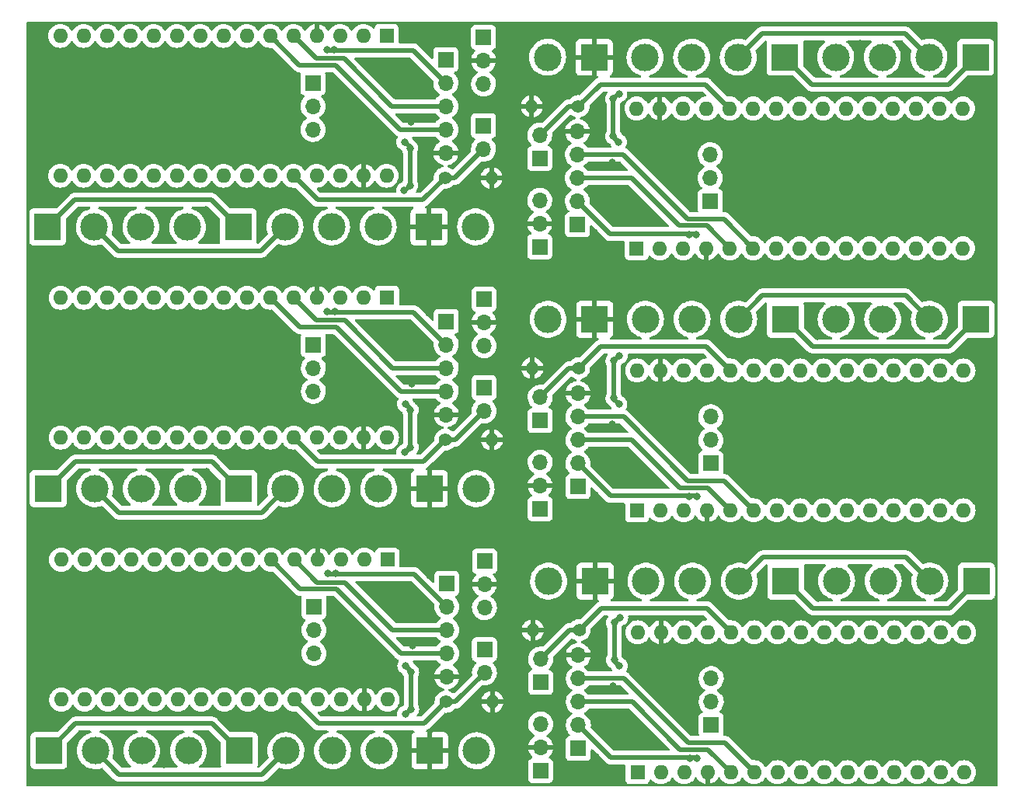
<source format=gbr>
%TF.GenerationSoftware,KiCad,Pcbnew,(6.0.0)*%
%TF.CreationDate,2022-10-06T11:10:53+02:00*%
%TF.ProjectId,012-Amesis-ColdSartE85_HWv0.01,3031322d-416d-4657-9369-732d436f6c64,v0.01_Golf 1.6L 16v *%
%TF.SameCoordinates,Original*%
%TF.FileFunction,Copper,L2,Bot*%
%TF.FilePolarity,Positive*%
%FSLAX46Y46*%
G04 Gerber Fmt 4.6, Leading zero omitted, Abs format (unit mm)*
G04 Created by KiCad (PCBNEW (6.0.0)) date 2022-10-06 11:10:53*
%MOMM*%
%LPD*%
G01*
G04 APERTURE LIST*
%TA.AperFunction,ComponentPad*%
%ADD10R,3.000000X3.000000*%
%TD*%
%TA.AperFunction,ComponentPad*%
%ADD11C,3.000000*%
%TD*%
%TA.AperFunction,ComponentPad*%
%ADD12R,1.700000X1.700000*%
%TD*%
%TA.AperFunction,ComponentPad*%
%ADD13O,1.700000X1.700000*%
%TD*%
%TA.AperFunction,ComponentPad*%
%ADD14O,1.600000X1.600000*%
%TD*%
%TA.AperFunction,ComponentPad*%
%ADD15R,1.600000X1.600000*%
%TD*%
%TA.AperFunction,ComponentPad*%
%ADD16C,1.400000*%
%TD*%
%TA.AperFunction,ComponentPad*%
%ADD17O,1.400000X1.400000*%
%TD*%
%TA.AperFunction,ViaPad*%
%ADD18C,0.800000*%
%TD*%
%TA.AperFunction,Conductor*%
%ADD19C,0.500000*%
%TD*%
%TA.AperFunction,Conductor*%
%ADD20C,0.250000*%
%TD*%
G04 APERTURE END LIST*
D10*
%TO.P,G2/G62_InPut_IAT1,1,Pin_1*%
%TO.N,Net-(G2/G62_InPut_IAT1-Pad1)*%
X222073040Y-48986200D03*
D11*
%TO.P,G2/G62_InPut_IAT1,2,Pin_2*%
%TO.N,Net-(G2/G62_InPut_IAT1-Pad2)*%
X216993040Y-48986200D03*
%TO.P,G2/G62_InPut_IAT1,3,Pin_3*%
%TO.N,Net-(G2/G62_InPut_IAT1-Pad3)*%
X211913040Y-48986200D03*
%TO.P,G2/G62_InPut_IAT1,4,Pin_4*%
%TO.N,Net-(G2/G62_InPut_IAT1-Pad4)*%
X206833040Y-48986200D03*
%TD*%
D10*
%TO.P,G2/G62_OutPut_IAT1,1,Pin_1*%
%TO.N,Net-(G2/G62_InPut_IAT1-Pad1)*%
X201295840Y-48986200D03*
D11*
%TO.P,G2/G62_OutPut_IAT1,2,Pin_2*%
%TO.N,Net-(G2/G62_InPut_IAT1-Pad2)*%
X196215840Y-48986200D03*
%TO.P,G2/G62_OutPut_IAT1,3,Pin_3*%
%TO.N,Net-(G2/G62_OutPut_IAT1-Pad3)*%
X191135840Y-48986200D03*
%TO.P,G2/G62_OutPut_IAT1,4,Pin_4*%
%TO.N,Net-(G2/G62_InPut_IAT1-Pad4)*%
X186055840Y-48986200D03*
%TD*%
D10*
%TO.P,J1,1,Pin_1*%
%TO.N,GND*%
X180518640Y-48986200D03*
D11*
%TO.P,J1,2,Pin_2*%
%TO.N,Net-(A1-Pad30)*%
X175438640Y-48986200D03*
%TD*%
D12*
%TO.P,J2,1,Pin_1*%
%TO.N,Net-(A1-Pad27)*%
X178689840Y-67223400D03*
D13*
%TO.P,J2,2,Pin_2*%
%TO.N,Net-(A1-Pad7)*%
X178689840Y-64683400D03*
%TO.P,J2,3,Pin_3*%
%TO.N,Net-(A1-Pad5)*%
X178689840Y-62143400D03*
%TO.P,J2,4,Pin_4*%
%TO.N,Net-(A1-Pad6)*%
X178689840Y-59603400D03*
%TO.P,J2,5,Pin_5*%
%TO.N,GND*%
X178689840Y-57063400D03*
%TD*%
D14*
%TO.P,A1,30,VIN*%
%TO.N,Net-(A1-Pad30)*%
X185141440Y-54564200D03*
%TO.P,A1,29,GND*%
%TO.N,GND*%
X187681440Y-54564200D03*
%TO.P,A1,28,~{RESET}*%
%TO.N,unconnected-(A1-Pad28)*%
X190221440Y-54564200D03*
%TO.P,A1,27,+5V*%
%TO.N,Net-(A1-Pad27)*%
X192761440Y-54564200D03*
%TO.P,A1,26,A7*%
%TO.N,Net-(A1-Pad26)*%
X195301440Y-54564200D03*
%TO.P,A1,25,A6*%
%TO.N,unconnected-(A1-Pad25)*%
X197841440Y-54564200D03*
%TO.P,A1,24,A5*%
%TO.N,unconnected-(A1-Pad24)*%
X200381440Y-54564200D03*
%TO.P,A1,23,A4*%
%TO.N,unconnected-(A1-Pad23)*%
X202921440Y-54564200D03*
%TO.P,A1,22,A3*%
%TO.N,unconnected-(A1-Pad22)*%
X205461440Y-54564200D03*
%TO.P,A1,21,A2*%
%TO.N,unconnected-(A1-Pad21)*%
X208001440Y-54564200D03*
%TO.P,A1,20,A1*%
%TO.N,unconnected-(A1-Pad20)*%
X210541440Y-54564200D03*
%TO.P,A1,19,A0*%
%TO.N,unconnected-(A1-Pad19)*%
X213081440Y-54564200D03*
%TO.P,A1,18,AREF*%
%TO.N,unconnected-(A1-Pad18)*%
X215621440Y-54564200D03*
%TO.P,A1,17,3V3*%
%TO.N,unconnected-(A1-Pad17)*%
X218161440Y-54564200D03*
%TO.P,A1,16,D13*%
%TO.N,unconnected-(A1-Pad16)*%
X220701440Y-54564200D03*
%TO.P,A1,15,D12*%
%TO.N,Net-(A1-Pad15)*%
X220701440Y-69804200D03*
%TO.P,A1,14,D11*%
%TO.N,unconnected-(A1-Pad14)*%
X218161440Y-69804200D03*
%TO.P,A1,13,D10*%
%TO.N,Net-(A1-Pad13)*%
X215621440Y-69804200D03*
%TO.P,A1,12,D9*%
%TO.N,unconnected-(A1-Pad12)*%
X213081440Y-69804200D03*
%TO.P,A1,11,D8*%
%TO.N,unconnected-(A1-Pad11)*%
X210541440Y-69804200D03*
%TO.P,A1,10,D7*%
%TO.N,unconnected-(A1-Pad10)*%
X208001440Y-69804200D03*
%TO.P,A1,9,D6*%
%TO.N,unconnected-(A1-Pad9)*%
X205461440Y-69804200D03*
%TO.P,A1,8,D5*%
%TO.N,unconnected-(A1-Pad8)*%
X202921440Y-69804200D03*
%TO.P,A1,7,D4*%
%TO.N,Net-(A1-Pad7)*%
X200381440Y-69804200D03*
%TO.P,A1,6,D3*%
%TO.N,Net-(A1-Pad6)*%
X197841440Y-69804200D03*
%TO.P,A1,5,D2*%
%TO.N,Net-(A1-Pad5)*%
X195301440Y-69804200D03*
%TO.P,A1,4,GND*%
%TO.N,GND*%
X192761440Y-69804200D03*
%TO.P,A1,3,~{RESET}*%
%TO.N,unconnected-(A1-Pad3)*%
X190221440Y-69804200D03*
%TO.P,A1,2,D0/RX*%
%TO.N,unconnected-(A1-Pad2)*%
X187681440Y-69804200D03*
D15*
%TO.P,A1,1,D1/TX*%
%TO.N,unconnected-(A1-Pad1)*%
X185141440Y-69804200D03*
%TD*%
D12*
%TO.P,Jumpers_Option1,1,Pin_1*%
%TO.N,Net-(A1-Pad13)*%
X174575040Y-69646800D03*
D13*
%TO.P,Jumpers_Option1,2,Pin_2*%
%TO.N,GND*%
X174575040Y-67106800D03*
%TO.P,Jumpers_Option1,3,Pin_3*%
%TO.N,Net-(A1-Pad15)*%
X174575040Y-64566800D03*
%TD*%
D16*
%TO.P,R1,1*%
%TO.N,Net-(A1-Pad26)*%
X178793194Y-54321904D03*
D17*
%TO.P,R1,2*%
%TO.N,GND*%
X173713194Y-54321904D03*
%TD*%
D12*
%TO.P,TH1,1*%
%TO.N,Net-(A1-Pad27)*%
X174576794Y-60011504D03*
D13*
%TO.P,TH1,2*%
%TO.N,Net-(A1-Pad26)*%
X174576794Y-57471504D03*
%TD*%
D12*
%TO.P,J3,1,Pin_1*%
%TO.N,Net-(G2/G62_OutPut_IAT1-Pad3)*%
X193167840Y-64683400D03*
D13*
%TO.P,J3,2,Pin_2*%
%TO.N,Net-(G2/G62_InPut_IAT1-Pad3)*%
X193167840Y-62143400D03*
%TO.P,J3,3,Pin_3*%
%TO.N,unconnected-(J3-Pad3)*%
X193167840Y-59603400D03*
%TD*%
D12*
%TO.P,J3,1,Pin_1*%
%TO.N,Net-(G2/G62_OutPut_IAT1-Pad3)*%
X193218640Y-93233000D03*
D13*
%TO.P,J3,2,Pin_2*%
%TO.N,Net-(G2/G62_InPut_IAT1-Pad3)*%
X193218640Y-90693000D03*
%TO.P,J3,3,Pin_3*%
%TO.N,unconnected-(J3-Pad3)*%
X193218640Y-88153000D03*
%TD*%
D10*
%TO.P,G2/G62_InPut_IAT1,1,Pin_1*%
%TO.N,Net-(G2/G62_InPut_IAT1-Pad1)*%
X222123840Y-77535800D03*
D11*
%TO.P,G2/G62_InPut_IAT1,2,Pin_2*%
%TO.N,Net-(G2/G62_InPut_IAT1-Pad2)*%
X217043840Y-77535800D03*
%TO.P,G2/G62_InPut_IAT1,3,Pin_3*%
%TO.N,Net-(G2/G62_InPut_IAT1-Pad3)*%
X211963840Y-77535800D03*
%TO.P,G2/G62_InPut_IAT1,4,Pin_4*%
%TO.N,Net-(G2/G62_InPut_IAT1-Pad4)*%
X206883840Y-77535800D03*
%TD*%
D12*
%TO.P,J2,1,Pin_1*%
%TO.N,Net-(A1-Pad27)*%
X178740640Y-95773000D03*
D13*
%TO.P,J2,2,Pin_2*%
%TO.N,Net-(A1-Pad7)*%
X178740640Y-93233000D03*
%TO.P,J2,3,Pin_3*%
%TO.N,Net-(A1-Pad5)*%
X178740640Y-90693000D03*
%TO.P,J2,4,Pin_4*%
%TO.N,Net-(A1-Pad6)*%
X178740640Y-88153000D03*
%TO.P,J2,5,Pin_5*%
%TO.N,GND*%
X178740640Y-85613000D03*
%TD*%
D14*
%TO.P,A1,30,VIN*%
%TO.N,Net-(A1-Pad30)*%
X185192240Y-83113800D03*
%TO.P,A1,29,GND*%
%TO.N,GND*%
X187732240Y-83113800D03*
%TO.P,A1,28,~{RESET}*%
%TO.N,unconnected-(A1-Pad28)*%
X190272240Y-83113800D03*
%TO.P,A1,27,+5V*%
%TO.N,Net-(A1-Pad27)*%
X192812240Y-83113800D03*
%TO.P,A1,26,A7*%
%TO.N,Net-(A1-Pad26)*%
X195352240Y-83113800D03*
%TO.P,A1,25,A6*%
%TO.N,unconnected-(A1-Pad25)*%
X197892240Y-83113800D03*
%TO.P,A1,24,A5*%
%TO.N,unconnected-(A1-Pad24)*%
X200432240Y-83113800D03*
%TO.P,A1,23,A4*%
%TO.N,unconnected-(A1-Pad23)*%
X202972240Y-83113800D03*
%TO.P,A1,22,A3*%
%TO.N,unconnected-(A1-Pad22)*%
X205512240Y-83113800D03*
%TO.P,A1,21,A2*%
%TO.N,unconnected-(A1-Pad21)*%
X208052240Y-83113800D03*
%TO.P,A1,20,A1*%
%TO.N,unconnected-(A1-Pad20)*%
X210592240Y-83113800D03*
%TO.P,A1,19,A0*%
%TO.N,unconnected-(A1-Pad19)*%
X213132240Y-83113800D03*
%TO.P,A1,18,AREF*%
%TO.N,unconnected-(A1-Pad18)*%
X215672240Y-83113800D03*
%TO.P,A1,17,3V3*%
%TO.N,unconnected-(A1-Pad17)*%
X218212240Y-83113800D03*
%TO.P,A1,16,D13*%
%TO.N,unconnected-(A1-Pad16)*%
X220752240Y-83113800D03*
%TO.P,A1,15,D12*%
%TO.N,Net-(A1-Pad15)*%
X220752240Y-98353800D03*
%TO.P,A1,14,D11*%
%TO.N,unconnected-(A1-Pad14)*%
X218212240Y-98353800D03*
%TO.P,A1,13,D10*%
%TO.N,Net-(A1-Pad13)*%
X215672240Y-98353800D03*
%TO.P,A1,12,D9*%
%TO.N,unconnected-(A1-Pad12)*%
X213132240Y-98353800D03*
%TO.P,A1,11,D8*%
%TO.N,unconnected-(A1-Pad11)*%
X210592240Y-98353800D03*
%TO.P,A1,10,D7*%
%TO.N,unconnected-(A1-Pad10)*%
X208052240Y-98353800D03*
%TO.P,A1,9,D6*%
%TO.N,unconnected-(A1-Pad9)*%
X205512240Y-98353800D03*
%TO.P,A1,8,D5*%
%TO.N,unconnected-(A1-Pad8)*%
X202972240Y-98353800D03*
%TO.P,A1,7,D4*%
%TO.N,Net-(A1-Pad7)*%
X200432240Y-98353800D03*
%TO.P,A1,6,D3*%
%TO.N,Net-(A1-Pad6)*%
X197892240Y-98353800D03*
%TO.P,A1,5,D2*%
%TO.N,Net-(A1-Pad5)*%
X195352240Y-98353800D03*
%TO.P,A1,4,GND*%
%TO.N,GND*%
X192812240Y-98353800D03*
%TO.P,A1,3,~{RESET}*%
%TO.N,unconnected-(A1-Pad3)*%
X190272240Y-98353800D03*
%TO.P,A1,2,D0/RX*%
%TO.N,unconnected-(A1-Pad2)*%
X187732240Y-98353800D03*
D15*
%TO.P,A1,1,D1/TX*%
%TO.N,unconnected-(A1-Pad1)*%
X185192240Y-98353800D03*
%TD*%
D12*
%TO.P,Jumpers_Option1,1,Pin_1*%
%TO.N,Net-(A1-Pad13)*%
X174625840Y-98196400D03*
D13*
%TO.P,Jumpers_Option1,2,Pin_2*%
%TO.N,GND*%
X174625840Y-95656400D03*
%TO.P,Jumpers_Option1,3,Pin_3*%
%TO.N,Net-(A1-Pad15)*%
X174625840Y-93116400D03*
%TD*%
D16*
%TO.P,R1,1*%
%TO.N,Net-(A1-Pad26)*%
X178843994Y-82871504D03*
D17*
%TO.P,R1,2*%
%TO.N,GND*%
X173763994Y-82871504D03*
%TD*%
D12*
%TO.P,TH1,1*%
%TO.N,Net-(A1-Pad27)*%
X174627594Y-88561104D03*
D13*
%TO.P,TH1,2*%
%TO.N,Net-(A1-Pad26)*%
X174627594Y-86021104D03*
%TD*%
D10*
%TO.P,G2/G62_OutPut_IAT1,1,Pin_1*%
%TO.N,Net-(G2/G62_InPut_IAT1-Pad1)*%
X201346640Y-77535800D03*
D11*
%TO.P,G2/G62_OutPut_IAT1,2,Pin_2*%
%TO.N,Net-(G2/G62_InPut_IAT1-Pad2)*%
X196266640Y-77535800D03*
%TO.P,G2/G62_OutPut_IAT1,3,Pin_3*%
%TO.N,Net-(G2/G62_OutPut_IAT1-Pad3)*%
X191186640Y-77535800D03*
%TO.P,G2/G62_OutPut_IAT1,4,Pin_4*%
%TO.N,Net-(G2/G62_InPut_IAT1-Pad4)*%
X186106640Y-77535800D03*
%TD*%
D10*
%TO.P,J1,1,Pin_1*%
%TO.N,GND*%
X180569440Y-77535800D03*
D11*
%TO.P,J1,2,Pin_2*%
%TO.N,Net-(A1-Pad30)*%
X175489440Y-77535800D03*
%TD*%
D12*
%TO.P,TH1,1*%
%TO.N,Net-(A1-Pad27)*%
X174676640Y-117094000D03*
D13*
%TO.P,TH1,2*%
%TO.N,Net-(A1-Pad26)*%
X174676640Y-114554000D03*
%TD*%
D16*
%TO.P,R1,1*%
%TO.N,Net-(A1-Pad26)*%
X178893040Y-111404400D03*
D17*
%TO.P,R1,2*%
%TO.N,GND*%
X173813040Y-111404400D03*
%TD*%
D10*
%TO.P,G2/G62_OutPut_IAT1,1,Pin_1*%
%TO.N,Net-(G2/G62_InPut_IAT1-Pad1)*%
X201395686Y-106068696D03*
D11*
%TO.P,G2/G62_OutPut_IAT1,2,Pin_2*%
%TO.N,Net-(G2/G62_InPut_IAT1-Pad2)*%
X196315686Y-106068696D03*
%TO.P,G2/G62_OutPut_IAT1,3,Pin_3*%
%TO.N,Net-(G2/G62_OutPut_IAT1-Pad3)*%
X191235686Y-106068696D03*
%TO.P,G2/G62_OutPut_IAT1,4,Pin_4*%
%TO.N,Net-(G2/G62_InPut_IAT1-Pad4)*%
X186155686Y-106068696D03*
%TD*%
D14*
%TO.P,A1,30,VIN*%
%TO.N,Net-(A1-Pad30)*%
X185241286Y-111646696D03*
%TO.P,A1,29,GND*%
%TO.N,GND*%
X187781286Y-111646696D03*
%TO.P,A1,28,~{RESET}*%
%TO.N,unconnected-(A1-Pad28)*%
X190321286Y-111646696D03*
%TO.P,A1,27,+5V*%
%TO.N,Net-(A1-Pad27)*%
X192861286Y-111646696D03*
%TO.P,A1,26,A7*%
%TO.N,Net-(A1-Pad26)*%
X195401286Y-111646696D03*
%TO.P,A1,25,A6*%
%TO.N,unconnected-(A1-Pad25)*%
X197941286Y-111646696D03*
%TO.P,A1,24,A5*%
%TO.N,unconnected-(A1-Pad24)*%
X200481286Y-111646696D03*
%TO.P,A1,23,A4*%
%TO.N,unconnected-(A1-Pad23)*%
X203021286Y-111646696D03*
%TO.P,A1,22,A3*%
%TO.N,unconnected-(A1-Pad22)*%
X205561286Y-111646696D03*
%TO.P,A1,21,A2*%
%TO.N,unconnected-(A1-Pad21)*%
X208101286Y-111646696D03*
%TO.P,A1,20,A1*%
%TO.N,unconnected-(A1-Pad20)*%
X210641286Y-111646696D03*
%TO.P,A1,19,A0*%
%TO.N,unconnected-(A1-Pad19)*%
X213181286Y-111646696D03*
%TO.P,A1,18,AREF*%
%TO.N,unconnected-(A1-Pad18)*%
X215721286Y-111646696D03*
%TO.P,A1,17,3V3*%
%TO.N,unconnected-(A1-Pad17)*%
X218261286Y-111646696D03*
%TO.P,A1,16,D13*%
%TO.N,unconnected-(A1-Pad16)*%
X220801286Y-111646696D03*
%TO.P,A1,15,D12*%
%TO.N,Net-(A1-Pad15)*%
X220801286Y-126886696D03*
%TO.P,A1,14,D11*%
%TO.N,unconnected-(A1-Pad14)*%
X218261286Y-126886696D03*
%TO.P,A1,13,D10*%
%TO.N,Net-(A1-Pad13)*%
X215721286Y-126886696D03*
%TO.P,A1,12,D9*%
%TO.N,unconnected-(A1-Pad12)*%
X213181286Y-126886696D03*
%TO.P,A1,11,D8*%
%TO.N,unconnected-(A1-Pad11)*%
X210641286Y-126886696D03*
%TO.P,A1,10,D7*%
%TO.N,unconnected-(A1-Pad10)*%
X208101286Y-126886696D03*
%TO.P,A1,9,D6*%
%TO.N,unconnected-(A1-Pad9)*%
X205561286Y-126886696D03*
%TO.P,A1,8,D5*%
%TO.N,unconnected-(A1-Pad8)*%
X203021286Y-126886696D03*
%TO.P,A1,7,D4*%
%TO.N,Net-(A1-Pad7)*%
X200481286Y-126886696D03*
%TO.P,A1,6,D3*%
%TO.N,Net-(A1-Pad6)*%
X197941286Y-126886696D03*
%TO.P,A1,5,D2*%
%TO.N,Net-(A1-Pad5)*%
X195401286Y-126886696D03*
%TO.P,A1,4,GND*%
%TO.N,GND*%
X192861286Y-126886696D03*
%TO.P,A1,3,~{RESET}*%
%TO.N,unconnected-(A1-Pad3)*%
X190321286Y-126886696D03*
%TO.P,A1,2,D0/RX*%
%TO.N,unconnected-(A1-Pad2)*%
X187781286Y-126886696D03*
D15*
%TO.P,A1,1,D1/TX*%
%TO.N,unconnected-(A1-Pad1)*%
X185241286Y-126886696D03*
%TD*%
D12*
%TO.P,Jumpers_Option1,1,Pin_1*%
%TO.N,Net-(A1-Pad13)*%
X174674886Y-126729296D03*
D13*
%TO.P,Jumpers_Option1,2,Pin_2*%
%TO.N,GND*%
X174674886Y-124189296D03*
%TO.P,Jumpers_Option1,3,Pin_3*%
%TO.N,Net-(A1-Pad15)*%
X174674886Y-121649296D03*
%TD*%
D10*
%TO.P,J1,1,Pin_1*%
%TO.N,GND*%
X180618486Y-106068696D03*
D11*
%TO.P,J1,2,Pin_2*%
%TO.N,Net-(A1-Pad30)*%
X175538486Y-106068696D03*
%TD*%
D12*
%TO.P,J3,1,Pin_1*%
%TO.N,Net-(G2/G62_OutPut_IAT1-Pad3)*%
X193267686Y-121765896D03*
D13*
%TO.P,J3,2,Pin_2*%
%TO.N,Net-(G2/G62_InPut_IAT1-Pad3)*%
X193267686Y-119225896D03*
%TO.P,J3,3,Pin_3*%
%TO.N,unconnected-(J3-Pad3)*%
X193267686Y-116685896D03*
%TD*%
D10*
%TO.P,G2/G62_InPut_IAT1,1,Pin_1*%
%TO.N,Net-(G2/G62_InPut_IAT1-Pad1)*%
X222172886Y-106068696D03*
D11*
%TO.P,G2/G62_InPut_IAT1,2,Pin_2*%
%TO.N,Net-(G2/G62_InPut_IAT1-Pad2)*%
X217092886Y-106068696D03*
%TO.P,G2/G62_InPut_IAT1,3,Pin_3*%
%TO.N,Net-(G2/G62_InPut_IAT1-Pad3)*%
X212012886Y-106068696D03*
%TO.P,G2/G62_InPut_IAT1,4,Pin_4*%
%TO.N,Net-(G2/G62_InPut_IAT1-Pad4)*%
X206932886Y-106068696D03*
%TD*%
D12*
%TO.P,J2,1,Pin_1*%
%TO.N,Net-(A1-Pad27)*%
X178789686Y-124305896D03*
D13*
%TO.P,J2,2,Pin_2*%
%TO.N,Net-(A1-Pad7)*%
X178789686Y-121765896D03*
%TO.P,J2,3,Pin_3*%
%TO.N,Net-(A1-Pad5)*%
X178789686Y-119225896D03*
%TO.P,J2,4,Pin_4*%
%TO.N,Net-(A1-Pad6)*%
X178789686Y-116685896D03*
%TO.P,J2,5,Pin_5*%
%TO.N,GND*%
X178789686Y-114145896D03*
%TD*%
D12*
%TO.P,J3,1,Pin_1*%
%TO.N,Net-(G2/G62_OutPut_IAT1-Pad3)*%
X149961600Y-108849400D03*
D13*
%TO.P,J3,2,Pin_2*%
%TO.N,Net-(G2/G62_InPut_IAT1-Pad3)*%
X149961600Y-111389400D03*
%TO.P,J3,3,Pin_3*%
%TO.N,unconnected-(J3-Pad3)*%
X149961600Y-113929400D03*
%TD*%
D10*
%TO.P,G2/G62_InPut_IAT1,1,Pin_1*%
%TO.N,Net-(G2/G62_InPut_IAT1-Pad1)*%
X121056400Y-124546600D03*
D11*
%TO.P,G2/G62_InPut_IAT1,2,Pin_2*%
%TO.N,Net-(G2/G62_InPut_IAT1-Pad2)*%
X126136400Y-124546600D03*
%TO.P,G2/G62_InPut_IAT1,3,Pin_3*%
%TO.N,Net-(G2/G62_InPut_IAT1-Pad3)*%
X131216400Y-124546600D03*
%TO.P,G2/G62_InPut_IAT1,4,Pin_4*%
%TO.N,Net-(G2/G62_InPut_IAT1-Pad4)*%
X136296400Y-124546600D03*
%TD*%
D12*
%TO.P,J2,1,Pin_1*%
%TO.N,Net-(A1-Pad27)*%
X164439600Y-106309400D03*
D13*
%TO.P,J2,2,Pin_2*%
%TO.N,Net-(A1-Pad7)*%
X164439600Y-108849400D03*
%TO.P,J2,3,Pin_3*%
%TO.N,Net-(A1-Pad5)*%
X164439600Y-111389400D03*
%TO.P,J2,4,Pin_4*%
%TO.N,Net-(A1-Pad6)*%
X164439600Y-113929400D03*
%TO.P,J2,5,Pin_5*%
%TO.N,GND*%
X164439600Y-116469400D03*
%TD*%
D15*
%TO.P,A1,1,D1/TX*%
%TO.N,unconnected-(A1-Pad1)*%
X157988000Y-103728600D03*
D14*
%TO.P,A1,2,D0/RX*%
%TO.N,unconnected-(A1-Pad2)*%
X155448000Y-103728600D03*
%TO.P,A1,3,~{RESET}*%
%TO.N,unconnected-(A1-Pad3)*%
X152908000Y-103728600D03*
%TO.P,A1,4,GND*%
%TO.N,GND*%
X150368000Y-103728600D03*
%TO.P,A1,5,D2*%
%TO.N,Net-(A1-Pad5)*%
X147828000Y-103728600D03*
%TO.P,A1,6,D3*%
%TO.N,Net-(A1-Pad6)*%
X145288000Y-103728600D03*
%TO.P,A1,7,D4*%
%TO.N,Net-(A1-Pad7)*%
X142748000Y-103728600D03*
%TO.P,A1,8,D5*%
%TO.N,unconnected-(A1-Pad8)*%
X140208000Y-103728600D03*
%TO.P,A1,9,D6*%
%TO.N,unconnected-(A1-Pad9)*%
X137668000Y-103728600D03*
%TO.P,A1,10,D7*%
%TO.N,unconnected-(A1-Pad10)*%
X135128000Y-103728600D03*
%TO.P,A1,11,D8*%
%TO.N,unconnected-(A1-Pad11)*%
X132588000Y-103728600D03*
%TO.P,A1,12,D9*%
%TO.N,unconnected-(A1-Pad12)*%
X130048000Y-103728600D03*
%TO.P,A1,13,D10*%
%TO.N,Net-(A1-Pad13)*%
X127508000Y-103728600D03*
%TO.P,A1,14,D11*%
%TO.N,unconnected-(A1-Pad14)*%
X124968000Y-103728600D03*
%TO.P,A1,15,D12*%
%TO.N,Net-(A1-Pad15)*%
X122428000Y-103728600D03*
%TO.P,A1,16,D13*%
%TO.N,unconnected-(A1-Pad16)*%
X122428000Y-118968600D03*
%TO.P,A1,17,3V3*%
%TO.N,unconnected-(A1-Pad17)*%
X124968000Y-118968600D03*
%TO.P,A1,18,AREF*%
%TO.N,unconnected-(A1-Pad18)*%
X127508000Y-118968600D03*
%TO.P,A1,19,A0*%
%TO.N,unconnected-(A1-Pad19)*%
X130048000Y-118968600D03*
%TO.P,A1,20,A1*%
%TO.N,unconnected-(A1-Pad20)*%
X132588000Y-118968600D03*
%TO.P,A1,21,A2*%
%TO.N,unconnected-(A1-Pad21)*%
X135128000Y-118968600D03*
%TO.P,A1,22,A3*%
%TO.N,unconnected-(A1-Pad22)*%
X137668000Y-118968600D03*
%TO.P,A1,23,A4*%
%TO.N,unconnected-(A1-Pad23)*%
X140208000Y-118968600D03*
%TO.P,A1,24,A5*%
%TO.N,unconnected-(A1-Pad24)*%
X142748000Y-118968600D03*
%TO.P,A1,25,A6*%
%TO.N,unconnected-(A1-Pad25)*%
X145288000Y-118968600D03*
%TO.P,A1,26,A7*%
%TO.N,Net-(A1-Pad26)*%
X147828000Y-118968600D03*
%TO.P,A1,27,+5V*%
%TO.N,Net-(A1-Pad27)*%
X150368000Y-118968600D03*
%TO.P,A1,28,~{RESET}*%
%TO.N,unconnected-(A1-Pad28)*%
X152908000Y-118968600D03*
%TO.P,A1,29,GND*%
%TO.N,GND*%
X155448000Y-118968600D03*
%TO.P,A1,30,VIN*%
%TO.N,Net-(A1-Pad30)*%
X157988000Y-118968600D03*
%TD*%
D12*
%TO.P,Jumpers_Option1,1,Pin_1*%
%TO.N,Net-(A1-Pad13)*%
X168554400Y-103886000D03*
D13*
%TO.P,Jumpers_Option1,2,Pin_2*%
%TO.N,GND*%
X168554400Y-106426000D03*
%TO.P,Jumpers_Option1,3,Pin_3*%
%TO.N,Net-(A1-Pad15)*%
X168554400Y-108966000D03*
%TD*%
D16*
%TO.P,R1,1*%
%TO.N,Net-(A1-Pad26)*%
X164336246Y-119210896D03*
D17*
%TO.P,R1,2*%
%TO.N,GND*%
X169416246Y-119210896D03*
%TD*%
D12*
%TO.P,TH1,1*%
%TO.N,Net-(A1-Pad27)*%
X168552646Y-113521296D03*
D13*
%TO.P,TH1,2*%
%TO.N,Net-(A1-Pad26)*%
X168552646Y-116061296D03*
%TD*%
D10*
%TO.P,G2/G62_OutPut_IAT1,1,Pin_1*%
%TO.N,Net-(G2/G62_InPut_IAT1-Pad1)*%
X141833600Y-124546600D03*
D11*
%TO.P,G2/G62_OutPut_IAT1,2,Pin_2*%
%TO.N,Net-(G2/G62_InPut_IAT1-Pad2)*%
X146913600Y-124546600D03*
%TO.P,G2/G62_OutPut_IAT1,3,Pin_3*%
%TO.N,Net-(G2/G62_OutPut_IAT1-Pad3)*%
X151993600Y-124546600D03*
%TO.P,G2/G62_OutPut_IAT1,4,Pin_4*%
%TO.N,Net-(G2/G62_InPut_IAT1-Pad4)*%
X157073600Y-124546600D03*
%TD*%
D10*
%TO.P,J1,1,Pin_1*%
%TO.N,GND*%
X162610800Y-124546600D03*
D11*
%TO.P,J1,2,Pin_2*%
%TO.N,Net-(A1-Pad30)*%
X167690800Y-124546600D03*
%TD*%
D13*
%TO.P,TH1,2*%
%TO.N,Net-(A1-Pad26)*%
X168501846Y-87511696D03*
D12*
%TO.P,TH1,1*%
%TO.N,Net-(A1-Pad27)*%
X168501846Y-84971696D03*
%TD*%
D17*
%TO.P,R1,2*%
%TO.N,GND*%
X169365446Y-90661296D03*
D16*
%TO.P,R1,1*%
%TO.N,Net-(A1-Pad26)*%
X164285446Y-90661296D03*
%TD*%
D11*
%TO.P,G2/G62_OutPut_IAT1,4,Pin_4*%
%TO.N,Net-(G2/G62_InPut_IAT1-Pad4)*%
X157022800Y-95997000D03*
%TO.P,G2/G62_OutPut_IAT1,3,Pin_3*%
%TO.N,Net-(G2/G62_OutPut_IAT1-Pad3)*%
X151942800Y-95997000D03*
%TO.P,G2/G62_OutPut_IAT1,2,Pin_2*%
%TO.N,Net-(G2/G62_InPut_IAT1-Pad2)*%
X146862800Y-95997000D03*
D10*
%TO.P,G2/G62_OutPut_IAT1,1,Pin_1*%
%TO.N,Net-(G2/G62_InPut_IAT1-Pad1)*%
X141782800Y-95997000D03*
%TD*%
D14*
%TO.P,A1,30,VIN*%
%TO.N,Net-(A1-Pad30)*%
X157937200Y-90419000D03*
%TO.P,A1,29,GND*%
%TO.N,GND*%
X155397200Y-90419000D03*
%TO.P,A1,28,~{RESET}*%
%TO.N,unconnected-(A1-Pad28)*%
X152857200Y-90419000D03*
%TO.P,A1,27,+5V*%
%TO.N,Net-(A1-Pad27)*%
X150317200Y-90419000D03*
%TO.P,A1,26,A7*%
%TO.N,Net-(A1-Pad26)*%
X147777200Y-90419000D03*
%TO.P,A1,25,A6*%
%TO.N,unconnected-(A1-Pad25)*%
X145237200Y-90419000D03*
%TO.P,A1,24,A5*%
%TO.N,unconnected-(A1-Pad24)*%
X142697200Y-90419000D03*
%TO.P,A1,23,A4*%
%TO.N,unconnected-(A1-Pad23)*%
X140157200Y-90419000D03*
%TO.P,A1,22,A3*%
%TO.N,unconnected-(A1-Pad22)*%
X137617200Y-90419000D03*
%TO.P,A1,21,A2*%
%TO.N,unconnected-(A1-Pad21)*%
X135077200Y-90419000D03*
%TO.P,A1,20,A1*%
%TO.N,unconnected-(A1-Pad20)*%
X132537200Y-90419000D03*
%TO.P,A1,19,A0*%
%TO.N,unconnected-(A1-Pad19)*%
X129997200Y-90419000D03*
%TO.P,A1,18,AREF*%
%TO.N,unconnected-(A1-Pad18)*%
X127457200Y-90419000D03*
%TO.P,A1,17,3V3*%
%TO.N,unconnected-(A1-Pad17)*%
X124917200Y-90419000D03*
%TO.P,A1,16,D13*%
%TO.N,unconnected-(A1-Pad16)*%
X122377200Y-90419000D03*
%TO.P,A1,15,D12*%
%TO.N,Net-(A1-Pad15)*%
X122377200Y-75179000D03*
%TO.P,A1,14,D11*%
%TO.N,unconnected-(A1-Pad14)*%
X124917200Y-75179000D03*
%TO.P,A1,13,D10*%
%TO.N,Net-(A1-Pad13)*%
X127457200Y-75179000D03*
%TO.P,A1,12,D9*%
%TO.N,unconnected-(A1-Pad12)*%
X129997200Y-75179000D03*
%TO.P,A1,11,D8*%
%TO.N,unconnected-(A1-Pad11)*%
X132537200Y-75179000D03*
%TO.P,A1,10,D7*%
%TO.N,unconnected-(A1-Pad10)*%
X135077200Y-75179000D03*
%TO.P,A1,9,D6*%
%TO.N,unconnected-(A1-Pad9)*%
X137617200Y-75179000D03*
%TO.P,A1,8,D5*%
%TO.N,unconnected-(A1-Pad8)*%
X140157200Y-75179000D03*
%TO.P,A1,7,D4*%
%TO.N,Net-(A1-Pad7)*%
X142697200Y-75179000D03*
%TO.P,A1,6,D3*%
%TO.N,Net-(A1-Pad6)*%
X145237200Y-75179000D03*
%TO.P,A1,5,D2*%
%TO.N,Net-(A1-Pad5)*%
X147777200Y-75179000D03*
%TO.P,A1,4,GND*%
%TO.N,GND*%
X150317200Y-75179000D03*
%TO.P,A1,3,~{RESET}*%
%TO.N,unconnected-(A1-Pad3)*%
X152857200Y-75179000D03*
%TO.P,A1,2,D0/RX*%
%TO.N,unconnected-(A1-Pad2)*%
X155397200Y-75179000D03*
D15*
%TO.P,A1,1,D1/TX*%
%TO.N,unconnected-(A1-Pad1)*%
X157937200Y-75179000D03*
%TD*%
D13*
%TO.P,Jumpers_Option1,3,Pin_3*%
%TO.N,Net-(A1-Pad15)*%
X168503600Y-80416400D03*
%TO.P,Jumpers_Option1,2,Pin_2*%
%TO.N,GND*%
X168503600Y-77876400D03*
D12*
%TO.P,Jumpers_Option1,1,Pin_1*%
%TO.N,Net-(A1-Pad13)*%
X168503600Y-75336400D03*
%TD*%
D11*
%TO.P,J1,2,Pin_2*%
%TO.N,Net-(A1-Pad30)*%
X167640000Y-95997000D03*
D10*
%TO.P,J1,1,Pin_1*%
%TO.N,GND*%
X162560000Y-95997000D03*
%TD*%
D13*
%TO.P,J3,3,Pin_3*%
%TO.N,unconnected-(J3-Pad3)*%
X149910800Y-85379800D03*
%TO.P,J3,2,Pin_2*%
%TO.N,Net-(G2/G62_InPut_IAT1-Pad3)*%
X149910800Y-82839800D03*
D12*
%TO.P,J3,1,Pin_1*%
%TO.N,Net-(G2/G62_OutPut_IAT1-Pad3)*%
X149910800Y-80299800D03*
%TD*%
D11*
%TO.P,G2/G62_InPut_IAT1,4,Pin_4*%
%TO.N,Net-(G2/G62_InPut_IAT1-Pad4)*%
X136245600Y-95997000D03*
%TO.P,G2/G62_InPut_IAT1,3,Pin_3*%
%TO.N,Net-(G2/G62_InPut_IAT1-Pad3)*%
X131165600Y-95997000D03*
%TO.P,G2/G62_InPut_IAT1,2,Pin_2*%
%TO.N,Net-(G2/G62_InPut_IAT1-Pad2)*%
X126085600Y-95997000D03*
D10*
%TO.P,G2/G62_InPut_IAT1,1,Pin_1*%
%TO.N,Net-(G2/G62_InPut_IAT1-Pad1)*%
X121005600Y-95997000D03*
%TD*%
D13*
%TO.P,J2,5,Pin_5*%
%TO.N,GND*%
X164388800Y-87919800D03*
%TO.P,J2,4,Pin_4*%
%TO.N,Net-(A1-Pad6)*%
X164388800Y-85379800D03*
%TO.P,J2,3,Pin_3*%
%TO.N,Net-(A1-Pad5)*%
X164388800Y-82839800D03*
%TO.P,J2,2,Pin_2*%
%TO.N,Net-(A1-Pad7)*%
X164388800Y-80299800D03*
D12*
%TO.P,J2,1,Pin_1*%
%TO.N,Net-(A1-Pad27)*%
X164388800Y-77759800D03*
%TD*%
D15*
%TO.P,A1,1,D1/TX*%
%TO.N,unconnected-(A1-Pad1)*%
X157888154Y-46646104D03*
D14*
%TO.P,A1,2,D0/RX*%
%TO.N,unconnected-(A1-Pad2)*%
X155348154Y-46646104D03*
%TO.P,A1,3,~{RESET}*%
%TO.N,unconnected-(A1-Pad3)*%
X152808154Y-46646104D03*
%TO.P,A1,4,GND*%
%TO.N,GND*%
X150268154Y-46646104D03*
%TO.P,A1,5,D2*%
%TO.N,Net-(A1-Pad5)*%
X147728154Y-46646104D03*
%TO.P,A1,6,D3*%
%TO.N,Net-(A1-Pad6)*%
X145188154Y-46646104D03*
%TO.P,A1,7,D4*%
%TO.N,Net-(A1-Pad7)*%
X142648154Y-46646104D03*
%TO.P,A1,8,D5*%
%TO.N,unconnected-(A1-Pad8)*%
X140108154Y-46646104D03*
%TO.P,A1,9,D6*%
%TO.N,unconnected-(A1-Pad9)*%
X137568154Y-46646104D03*
%TO.P,A1,10,D7*%
%TO.N,unconnected-(A1-Pad10)*%
X135028154Y-46646104D03*
%TO.P,A1,11,D8*%
%TO.N,unconnected-(A1-Pad11)*%
X132488154Y-46646104D03*
%TO.P,A1,12,D9*%
%TO.N,unconnected-(A1-Pad12)*%
X129948154Y-46646104D03*
%TO.P,A1,13,D10*%
%TO.N,Net-(A1-Pad13)*%
X127408154Y-46646104D03*
%TO.P,A1,14,D11*%
%TO.N,unconnected-(A1-Pad14)*%
X124868154Y-46646104D03*
%TO.P,A1,15,D12*%
%TO.N,Net-(A1-Pad15)*%
X122328154Y-46646104D03*
%TO.P,A1,16,D13*%
%TO.N,unconnected-(A1-Pad16)*%
X122328154Y-61886104D03*
%TO.P,A1,17,3V3*%
%TO.N,unconnected-(A1-Pad17)*%
X124868154Y-61886104D03*
%TO.P,A1,18,AREF*%
%TO.N,unconnected-(A1-Pad18)*%
X127408154Y-61886104D03*
%TO.P,A1,19,A0*%
%TO.N,unconnected-(A1-Pad19)*%
X129948154Y-61886104D03*
%TO.P,A1,20,A1*%
%TO.N,unconnected-(A1-Pad20)*%
X132488154Y-61886104D03*
%TO.P,A1,21,A2*%
%TO.N,unconnected-(A1-Pad21)*%
X135028154Y-61886104D03*
%TO.P,A1,22,A3*%
%TO.N,unconnected-(A1-Pad22)*%
X137568154Y-61886104D03*
%TO.P,A1,23,A4*%
%TO.N,unconnected-(A1-Pad23)*%
X140108154Y-61886104D03*
%TO.P,A1,24,A5*%
%TO.N,unconnected-(A1-Pad24)*%
X142648154Y-61886104D03*
%TO.P,A1,25,A6*%
%TO.N,unconnected-(A1-Pad25)*%
X145188154Y-61886104D03*
%TO.P,A1,26,A7*%
%TO.N,Net-(A1-Pad26)*%
X147728154Y-61886104D03*
%TO.P,A1,27,+5V*%
%TO.N,Net-(A1-Pad27)*%
X150268154Y-61886104D03*
%TO.P,A1,28,~{RESET}*%
%TO.N,unconnected-(A1-Pad28)*%
X152808154Y-61886104D03*
%TO.P,A1,29,GND*%
%TO.N,GND*%
X155348154Y-61886104D03*
%TO.P,A1,30,VIN*%
%TO.N,Net-(A1-Pad30)*%
X157888154Y-61886104D03*
%TD*%
D10*
%TO.P,J1,1,Pin_1*%
%TO.N,GND*%
X162510954Y-67464104D03*
D11*
%TO.P,J1,2,Pin_2*%
%TO.N,Net-(A1-Pad30)*%
X167590954Y-67464104D03*
%TD*%
D12*
%TO.P,Jumpers_Option1,1,Pin_1*%
%TO.N,Net-(A1-Pad13)*%
X168454554Y-46803504D03*
D13*
%TO.P,Jumpers_Option1,2,Pin_2*%
%TO.N,GND*%
X168454554Y-49343504D03*
%TO.P,Jumpers_Option1,3,Pin_3*%
%TO.N,Net-(A1-Pad15)*%
X168454554Y-51883504D03*
%TD*%
D10*
%TO.P,G2/G62_OutPut_IAT1,1,Pin_1*%
%TO.N,Net-(G2/G62_InPut_IAT1-Pad1)*%
X141733754Y-67464104D03*
D11*
%TO.P,G2/G62_OutPut_IAT1,2,Pin_2*%
%TO.N,Net-(G2/G62_InPut_IAT1-Pad2)*%
X146813754Y-67464104D03*
%TO.P,G2/G62_OutPut_IAT1,3,Pin_3*%
%TO.N,Net-(G2/G62_OutPut_IAT1-Pad3)*%
X151893754Y-67464104D03*
%TO.P,G2/G62_OutPut_IAT1,4,Pin_4*%
%TO.N,Net-(G2/G62_InPut_IAT1-Pad4)*%
X156973754Y-67464104D03*
%TD*%
D16*
%TO.P,R1,1*%
%TO.N,Net-(A1-Pad26)*%
X164236400Y-62128400D03*
D17*
%TO.P,R1,2*%
%TO.N,GND*%
X169316400Y-62128400D03*
%TD*%
D12*
%TO.P,TH1,1*%
%TO.N,Net-(A1-Pad27)*%
X168452800Y-56438800D03*
D13*
%TO.P,TH1,2*%
%TO.N,Net-(A1-Pad26)*%
X168452800Y-58978800D03*
%TD*%
D10*
%TO.P,G2/G62_InPut_IAT1,1,Pin_1*%
%TO.N,Net-(G2/G62_InPut_IAT1-Pad1)*%
X120956554Y-67464104D03*
D11*
%TO.P,G2/G62_InPut_IAT1,2,Pin_2*%
%TO.N,Net-(G2/G62_InPut_IAT1-Pad2)*%
X126036554Y-67464104D03*
%TO.P,G2/G62_InPut_IAT1,3,Pin_3*%
%TO.N,Net-(G2/G62_InPut_IAT1-Pad3)*%
X131116554Y-67464104D03*
%TO.P,G2/G62_InPut_IAT1,4,Pin_4*%
%TO.N,Net-(G2/G62_InPut_IAT1-Pad4)*%
X136196554Y-67464104D03*
%TD*%
D12*
%TO.P,J2,1,Pin_1*%
%TO.N,Net-(A1-Pad27)*%
X164339754Y-49226904D03*
D13*
%TO.P,J2,2,Pin_2*%
%TO.N,Net-(A1-Pad7)*%
X164339754Y-51766904D03*
%TO.P,J2,3,Pin_3*%
%TO.N,Net-(A1-Pad5)*%
X164339754Y-54306904D03*
%TO.P,J2,4,Pin_4*%
%TO.N,Net-(A1-Pad6)*%
X164339754Y-56846904D03*
%TO.P,J2,5,Pin_5*%
%TO.N,GND*%
X164339754Y-59386904D03*
%TD*%
D12*
%TO.P,J3,1,Pin_1*%
%TO.N,Net-(G2/G62_OutPut_IAT1-Pad3)*%
X149861754Y-51766904D03*
D13*
%TO.P,J3,2,Pin_2*%
%TO.N,Net-(G2/G62_InPut_IAT1-Pad3)*%
X149861754Y-54306904D03*
%TO.P,J3,3,Pin_3*%
%TO.N,unconnected-(J3-Pad3)*%
X149861754Y-56846904D03*
%TD*%
D18*
%TO.N,Net-(G2/G62_OutPut_IAT1-Pad3)*%
X182601440Y-57571400D03*
%TO.N,Net-(A1-Pad7)*%
X190831040Y-68290200D03*
%TO.N,GND*%
X206680640Y-68493400D03*
X219380640Y-47055800D03*
X180569440Y-68087000D03*
X218161440Y-56758600D03*
X219787040Y-67071000D03*
%TO.N,Net-(G2/G62_OutPut_IAT1-Pad3)*%
X183160240Y-58231800D03*
%TO.N,GND*%
X182449040Y-60452900D03*
X214554640Y-50053000D03*
X183973040Y-64581800D03*
X204801040Y-50815000D03*
X216434240Y-68036200D03*
%TO.N,Net-(A1-Pad7)*%
X191643840Y-68290200D03*
%TO.N,GND*%
X184277840Y-47005000D03*
%TO.N,Net-(G2/G62_OutPut_IAT1-Pad3)*%
X182601440Y-53507400D03*
X183211040Y-52948600D03*
%TO.N,GND*%
X177623040Y-47055800D03*
X209474640Y-47513000D03*
X183007840Y-69915800D03*
%TO.N,Net-(G2/G62_OutPut_IAT1-Pad3)*%
X183260086Y-115314296D03*
%TO.N,GND*%
X218261286Y-113841096D03*
%TO.N,Net-(G2/G62_OutPut_IAT1-Pad3)*%
X182701286Y-110589896D03*
X182701286Y-114653896D03*
%TO.N,GND*%
X184377686Y-104087496D03*
X183107686Y-126998296D03*
X177722886Y-104138296D03*
X182548886Y-117535396D03*
X219886886Y-124153496D03*
X214654486Y-107135496D03*
%TO.N,Net-(G2/G62_OutPut_IAT1-Pad3)*%
X183310886Y-110031096D03*
%TO.N,Net-(A1-Pad7)*%
X190930886Y-125372696D03*
X191743686Y-125372696D03*
%TO.N,GND*%
X216534086Y-125118696D03*
X206780486Y-125575896D03*
X184072886Y-121664296D03*
X219480486Y-104138296D03*
X204900886Y-107897496D03*
X180669286Y-125169496D03*
X209574486Y-104595496D03*
%TO.N,Net-(G2/G62_OutPut_IAT1-Pad3)*%
X182652240Y-86121000D03*
%TO.N,Net-(A1-Pad7)*%
X190881840Y-96839800D03*
%TO.N,GND*%
X206731440Y-97043000D03*
X219431440Y-75605400D03*
%TO.N,Net-(G2/G62_OutPut_IAT1-Pad3)*%
X183211040Y-86781400D03*
%TO.N,GND*%
X182499840Y-89002500D03*
X180620240Y-96636600D03*
X184023840Y-93131400D03*
X183058640Y-98465400D03*
%TO.N,Net-(G2/G62_OutPut_IAT1-Pad3)*%
X182652240Y-82057000D03*
%TO.N,GND*%
X204851840Y-79364600D03*
%TO.N,Net-(G2/G62_OutPut_IAT1-Pad3)*%
X183261840Y-81498200D03*
%TO.N,GND*%
X218212240Y-85308200D03*
X177673840Y-75605400D03*
X184328640Y-75554600D03*
X219837840Y-95620600D03*
X209525440Y-76062600D03*
X214605440Y-78602600D03*
X216485040Y-96585800D03*
%TO.N,Net-(A1-Pad7)*%
X191694640Y-96839800D03*
%TO.N,Net-(G2/G62_OutPut_IAT1-Pad3)*%
X160528000Y-115961400D03*
%TO.N,Net-(A1-Pad7)*%
X152298400Y-105242600D03*
%TO.N,GND*%
X136448800Y-105039400D03*
X123748800Y-126477000D03*
%TO.N,Net-(G2/G62_OutPut_IAT1-Pad3)*%
X159969200Y-115301000D03*
%TO.N,GND*%
X160680400Y-113079900D03*
X162560000Y-105445800D03*
X159156400Y-108951000D03*
X160121600Y-103617000D03*
%TO.N,Net-(G2/G62_OutPut_IAT1-Pad3)*%
X160528000Y-120025400D03*
%TO.N,GND*%
X138328400Y-122717800D03*
%TO.N,Net-(G2/G62_OutPut_IAT1-Pad3)*%
X159918400Y-120584200D03*
%TO.N,GND*%
X124968000Y-116774200D03*
X165506400Y-126477000D03*
X158851600Y-126527800D03*
X123342400Y-106461800D03*
X133654800Y-126019800D03*
X128574800Y-123479800D03*
X126695200Y-105496600D03*
%TO.N,Net-(A1-Pad7)*%
X151485600Y-105242600D03*
%TO.N,Net-(G2/G62_OutPut_IAT1-Pad3)*%
X159918400Y-86751400D03*
%TO.N,GND*%
X124917200Y-88224600D03*
%TO.N,Net-(G2/G62_OutPut_IAT1-Pad3)*%
X160477200Y-91475800D03*
X160477200Y-87411800D03*
%TO.N,GND*%
X158800800Y-97978200D03*
X160070800Y-75067400D03*
X165455600Y-97927400D03*
X160629600Y-84530300D03*
X123291600Y-77912200D03*
X128524000Y-94930200D03*
%TO.N,Net-(G2/G62_OutPut_IAT1-Pad3)*%
X159867600Y-92034600D03*
%TO.N,Net-(A1-Pad7)*%
X152247600Y-76693000D03*
X151434800Y-76693000D03*
%TO.N,GND*%
X126644400Y-76947000D03*
X136398000Y-76489800D03*
X159105600Y-80401400D03*
X123698000Y-97927400D03*
X138277600Y-94168200D03*
X162509200Y-76896200D03*
X133604000Y-97470200D03*
X123242554Y-49379304D03*
X124868154Y-59691704D03*
X133554954Y-68937304D03*
X160580554Y-55997404D03*
X162460154Y-48363304D03*
X165406554Y-69394504D03*
X160021754Y-46534504D03*
X123648954Y-69394504D03*
X138228554Y-65635304D03*
X159056554Y-51868504D03*
X126595354Y-48414104D03*
X158751754Y-69445304D03*
X128474954Y-66397304D03*
X136348954Y-47956904D03*
%TO.N,Net-(A1-Pad7)*%
X151385754Y-48160104D03*
X152198554Y-48160104D03*
%TO.N,Net-(G2/G62_OutPut_IAT1-Pad3)*%
X159818554Y-63501704D03*
X160428154Y-58878904D03*
X160428154Y-62942904D03*
X159869354Y-58218504D03*
%TD*%
D19*
%TO.N,Net-(A1-Pad7)*%
X178689840Y-64683400D02*
X182245840Y-68239400D01*
X191593040Y-68239400D02*
X191643840Y-68290200D01*
%TO.N,Net-(G2/G62_InPut_IAT1-Pad2)*%
X216993040Y-48986200D02*
X214402240Y-46395400D01*
%TO.N,Net-(G2/G62_OutPut_IAT1-Pad3)*%
X183160240Y-52948600D02*
X182601440Y-53507400D01*
X182601440Y-57571400D02*
X182601440Y-57673000D01*
%TO.N,Net-(A1-Pad6)*%
X178689840Y-59603400D02*
X183668240Y-59603400D01*
%TO.N,Net-(A1-Pad7)*%
X182245840Y-68239400D02*
X191593040Y-68239400D01*
%TO.N,Net-(A1-Pad26)*%
X192669840Y-51932600D02*
X181182498Y-51932600D01*
%TO.N,Net-(A1-Pad5)*%
X184582640Y-62143400D02*
X178689840Y-62143400D01*
%TO.N,Net-(A1-Pad6)*%
X194651040Y-66613800D02*
X197841440Y-69804200D01*
X183668240Y-59603400D02*
X190678640Y-66613800D01*
%TO.N,Net-(G2/G62_OutPut_IAT1-Pad3)*%
X182601440Y-57673000D02*
X183160240Y-58231800D01*
%TO.N,Net-(A1-Pad26)*%
X178793194Y-54321904D02*
X177726394Y-54321904D01*
%TO.N,Net-(A1-Pad5)*%
X192822240Y-67325000D02*
X189764240Y-67325000D01*
%TO.N,Net-(G2/G62_InPut_IAT1-Pad2)*%
X198806640Y-46395400D02*
X196215840Y-48986200D01*
%TO.N,Net-(A1-Pad6)*%
X190678640Y-66613800D02*
X194651040Y-66613800D01*
%TO.N,Net-(A1-Pad26)*%
X195301440Y-54564200D02*
X192669840Y-51932600D01*
X177726394Y-54321904D02*
X174576794Y-57471504D01*
%TO.N,Net-(A1-Pad5)*%
X189764240Y-67325000D02*
X184582640Y-62143400D01*
%TO.N,Net-(G2/G62_InPut_IAT1-Pad2)*%
X214402240Y-46395400D02*
X198806640Y-46395400D01*
%TO.N,Net-(A1-Pad26)*%
X181182498Y-51932600D02*
X178793194Y-54321904D01*
%TO.N,Net-(G2/G62_OutPut_IAT1-Pad3)*%
X182601440Y-57571400D02*
X182601440Y-53507400D01*
%TO.N,Net-(A1-Pad5)*%
X195301440Y-69804200D02*
X192822240Y-67325000D01*
%TO.N,Net-(G2/G62_InPut_IAT1-Pad1)*%
X219126640Y-51932600D02*
X204242240Y-51932600D01*
X204242240Y-51932600D02*
X201295840Y-48986200D01*
X222073040Y-48986200D02*
X219126640Y-51932600D01*
D20*
%TO.N,Net-(G2/G62_OutPut_IAT1-Pad3)*%
X183211040Y-52948600D02*
X183160240Y-52948600D01*
D19*
%TO.N,Net-(A1-Pad7)*%
X182296640Y-96789000D02*
X191643840Y-96789000D01*
%TO.N,Net-(A1-Pad6)*%
X183719040Y-88153000D02*
X190729440Y-95163400D01*
%TO.N,Net-(A1-Pad5)*%
X184633440Y-90693000D02*
X178740640Y-90693000D01*
%TO.N,Net-(A1-Pad6)*%
X178740640Y-88153000D02*
X183719040Y-88153000D01*
%TO.N,Net-(A1-Pad26)*%
X192720640Y-80482200D02*
X181233298Y-80482200D01*
%TO.N,Net-(A1-Pad6)*%
X194701840Y-95163400D02*
X197892240Y-98353800D01*
%TO.N,Net-(G2/G62_OutPut_IAT1-Pad3)*%
X182652240Y-86121000D02*
X182652240Y-86222600D01*
X183211040Y-81498200D02*
X182652240Y-82057000D01*
X182652240Y-86222600D02*
X183211040Y-86781400D01*
%TO.N,Net-(A1-Pad6)*%
X190729440Y-95163400D02*
X194701840Y-95163400D01*
%TO.N,Net-(G2/G62_InPut_IAT1-Pad2)*%
X198857440Y-74945000D02*
X196266640Y-77535800D01*
%TO.N,Net-(A1-Pad26)*%
X178843994Y-82871504D02*
X177777194Y-82871504D01*
%TO.N,Net-(A1-Pad5)*%
X192873040Y-95874600D02*
X189815040Y-95874600D01*
%TO.N,Net-(A1-Pad26)*%
X195352240Y-83113800D02*
X192720640Y-80482200D01*
%TO.N,Net-(G2/G62_InPut_IAT1-Pad1)*%
X219177440Y-80482200D02*
X204293040Y-80482200D01*
%TO.N,Net-(A1-Pad5)*%
X189815040Y-95874600D02*
X184633440Y-90693000D01*
%TO.N,Net-(G2/G62_OutPut_IAT1-Pad3)*%
X182652240Y-86121000D02*
X182652240Y-82057000D01*
%TO.N,Net-(G2/G62_InPut_IAT1-Pad1)*%
X222123840Y-77535800D02*
X219177440Y-80482200D01*
D20*
%TO.N,Net-(G2/G62_OutPut_IAT1-Pad3)*%
X183261840Y-81498200D02*
X183211040Y-81498200D01*
D19*
%TO.N,Net-(A1-Pad26)*%
X181233298Y-80482200D02*
X178843994Y-82871504D01*
%TO.N,Net-(G2/G62_InPut_IAT1-Pad1)*%
X204293040Y-80482200D02*
X201346640Y-77535800D01*
%TO.N,Net-(A1-Pad5)*%
X195352240Y-98353800D02*
X192873040Y-95874600D01*
%TO.N,Net-(G2/G62_InPut_IAT1-Pad2)*%
X214453040Y-74945000D02*
X198857440Y-74945000D01*
%TO.N,Net-(A1-Pad26)*%
X177777194Y-82871504D02*
X174627594Y-86021104D01*
%TO.N,Net-(A1-Pad7)*%
X178740640Y-93233000D02*
X182296640Y-96789000D01*
X191643840Y-96789000D02*
X191694640Y-96839800D01*
%TO.N,Net-(G2/G62_InPut_IAT1-Pad2)*%
X217043840Y-77535800D02*
X214453040Y-74945000D01*
%TO.N,Net-(G2/G62_InPut_IAT1-Pad1)*%
X219226486Y-109015096D02*
X204342086Y-109015096D01*
%TO.N,Net-(G2/G62_OutPut_IAT1-Pad3)*%
X182701286Y-114755496D02*
X183260086Y-115314296D01*
X182701286Y-114653896D02*
X182701286Y-110589896D01*
%TO.N,Net-(G2/G62_InPut_IAT1-Pad1)*%
X222172886Y-106068696D02*
X219226486Y-109015096D01*
D20*
%TO.N,Net-(G2/G62_OutPut_IAT1-Pad3)*%
X183310886Y-110031096D02*
X183260086Y-110031096D01*
D19*
X183260086Y-110031096D02*
X182701286Y-110589896D01*
%TO.N,Net-(G2/G62_InPut_IAT1-Pad1)*%
X204342086Y-109015096D02*
X201395686Y-106068696D01*
%TO.N,Net-(G2/G62_OutPut_IAT1-Pad3)*%
X182701286Y-114653896D02*
X182701286Y-114755496D01*
%TO.N,Net-(G2/G62_InPut_IAT1-Pad2)*%
X217092886Y-106068696D02*
X214502086Y-103477896D01*
X214502086Y-103477896D02*
X198906486Y-103477896D01*
X198906486Y-103477896D02*
X196315686Y-106068696D01*
%TO.N,Net-(A1-Pad26)*%
X178893040Y-111404400D02*
X177826240Y-111404400D01*
%TO.N,Net-(A1-Pad5)*%
X195401286Y-126886696D02*
X192922086Y-124407496D01*
%TO.N,Net-(A1-Pad26)*%
X181282344Y-109015096D02*
X178893040Y-111404400D01*
X177826240Y-111404400D02*
X174676640Y-114554000D01*
X195401286Y-111646696D02*
X192769686Y-109015096D01*
%TO.N,Net-(A1-Pad7)*%
X178789686Y-121765896D02*
X182345686Y-125321896D01*
%TO.N,Net-(A1-Pad5)*%
X189864086Y-124407496D02*
X184682486Y-119225896D01*
%TO.N,Net-(A1-Pad6)*%
X190778486Y-123696296D02*
X194750886Y-123696296D01*
%TO.N,Net-(A1-Pad7)*%
X191692886Y-125321896D02*
X191743686Y-125372696D01*
%TO.N,Net-(A1-Pad5)*%
X192922086Y-124407496D02*
X189864086Y-124407496D01*
%TO.N,Net-(A1-Pad26)*%
X192769686Y-109015096D02*
X181282344Y-109015096D01*
%TO.N,Net-(A1-Pad6)*%
X178789686Y-116685896D02*
X183768086Y-116685896D01*
X194750886Y-123696296D02*
X197941286Y-126886696D01*
%TO.N,Net-(A1-Pad5)*%
X184682486Y-119225896D02*
X178789686Y-119225896D01*
%TO.N,Net-(A1-Pad7)*%
X182345686Y-125321896D02*
X191692886Y-125321896D01*
%TO.N,Net-(A1-Pad6)*%
X183768086Y-116685896D02*
X190778486Y-123696296D01*
%TO.N,Net-(A1-Pad7)*%
X160883600Y-105293400D02*
X151536400Y-105293400D01*
%TO.N,Net-(A1-Pad6)*%
X159461200Y-113929400D02*
X152450800Y-106919000D01*
%TO.N,Net-(A1-Pad5)*%
X158546800Y-111389400D02*
X164439600Y-111389400D01*
%TO.N,Net-(A1-Pad6)*%
X164439600Y-113929400D02*
X159461200Y-113929400D01*
%TO.N,Net-(A1-Pad26)*%
X150459600Y-121600200D02*
X161946942Y-121600200D01*
%TO.N,Net-(A1-Pad6)*%
X148478400Y-106919000D02*
X145288000Y-103728600D01*
%TO.N,Net-(G2/G62_OutPut_IAT1-Pad3)*%
X160528000Y-115961400D02*
X160528000Y-115859800D01*
X159969200Y-120584200D02*
X160528000Y-120025400D01*
X160528000Y-115859800D02*
X159969200Y-115301000D01*
%TO.N,Net-(A1-Pad6)*%
X152450800Y-106919000D02*
X148478400Y-106919000D01*
%TO.N,Net-(G2/G62_InPut_IAT1-Pad2)*%
X144322800Y-127137400D02*
X146913600Y-124546600D01*
%TO.N,Net-(A1-Pad26)*%
X164336246Y-119210896D02*
X165403046Y-119210896D01*
%TO.N,Net-(A1-Pad5)*%
X150307200Y-106207800D02*
X153365200Y-106207800D01*
%TO.N,Net-(A1-Pad26)*%
X147828000Y-118968600D02*
X150459600Y-121600200D01*
%TO.N,Net-(G2/G62_InPut_IAT1-Pad1)*%
X124002800Y-121600200D02*
X138887200Y-121600200D01*
%TO.N,Net-(A1-Pad5)*%
X153365200Y-106207800D02*
X158546800Y-111389400D01*
%TO.N,Net-(G2/G62_OutPut_IAT1-Pad3)*%
X160528000Y-115961400D02*
X160528000Y-120025400D01*
%TO.N,Net-(G2/G62_InPut_IAT1-Pad1)*%
X121056400Y-124546600D02*
X124002800Y-121600200D01*
D20*
%TO.N,Net-(G2/G62_OutPut_IAT1-Pad3)*%
X159918400Y-120584200D02*
X159969200Y-120584200D01*
D19*
%TO.N,Net-(A1-Pad26)*%
X161946942Y-121600200D02*
X164336246Y-119210896D01*
%TO.N,Net-(G2/G62_InPut_IAT1-Pad1)*%
X138887200Y-121600200D02*
X141833600Y-124546600D01*
%TO.N,Net-(A1-Pad5)*%
X147828000Y-103728600D02*
X150307200Y-106207800D01*
%TO.N,Net-(G2/G62_InPut_IAT1-Pad2)*%
X128727200Y-127137400D02*
X144322800Y-127137400D01*
%TO.N,Net-(A1-Pad26)*%
X165403046Y-119210896D02*
X168552646Y-116061296D01*
%TO.N,Net-(A1-Pad7)*%
X164439600Y-108849400D02*
X160883600Y-105293400D01*
X151536400Y-105293400D02*
X151485600Y-105242600D01*
%TO.N,Net-(G2/G62_InPut_IAT1-Pad2)*%
X126136400Y-124546600D02*
X128727200Y-127137400D01*
%TO.N,Net-(G2/G62_InPut_IAT1-Pad1)*%
X123952000Y-93050600D02*
X138836400Y-93050600D01*
%TO.N,Net-(G2/G62_OutPut_IAT1-Pad3)*%
X160477200Y-87310200D02*
X159918400Y-86751400D01*
X160477200Y-87411800D02*
X160477200Y-91475800D01*
%TO.N,Net-(G2/G62_InPut_IAT1-Pad1)*%
X121005600Y-95997000D02*
X123952000Y-93050600D01*
D20*
%TO.N,Net-(G2/G62_OutPut_IAT1-Pad3)*%
X159867600Y-92034600D02*
X159918400Y-92034600D01*
D19*
X159918400Y-92034600D02*
X160477200Y-91475800D01*
%TO.N,Net-(G2/G62_InPut_IAT1-Pad1)*%
X138836400Y-93050600D02*
X141782800Y-95997000D01*
%TO.N,Net-(G2/G62_OutPut_IAT1-Pad3)*%
X160477200Y-87411800D02*
X160477200Y-87310200D01*
%TO.N,Net-(G2/G62_InPut_IAT1-Pad2)*%
X126085600Y-95997000D02*
X128676400Y-98587800D01*
X128676400Y-98587800D02*
X144272000Y-98587800D01*
X144272000Y-98587800D02*
X146862800Y-95997000D01*
%TO.N,Net-(A1-Pad26)*%
X164285446Y-90661296D02*
X165352246Y-90661296D01*
%TO.N,Net-(A1-Pad5)*%
X147777200Y-75179000D02*
X150256400Y-77658200D01*
%TO.N,Net-(A1-Pad26)*%
X161896142Y-93050600D02*
X164285446Y-90661296D01*
X165352246Y-90661296D02*
X168501846Y-87511696D01*
X147777200Y-90419000D02*
X150408800Y-93050600D01*
%TO.N,Net-(A1-Pad7)*%
X164388800Y-80299800D02*
X160832800Y-76743800D01*
%TO.N,Net-(A1-Pad5)*%
X153314400Y-77658200D02*
X158496000Y-82839800D01*
%TO.N,Net-(A1-Pad6)*%
X152400000Y-78369400D02*
X148427600Y-78369400D01*
%TO.N,Net-(A1-Pad7)*%
X151485600Y-76743800D02*
X151434800Y-76693000D01*
%TO.N,Net-(A1-Pad5)*%
X150256400Y-77658200D02*
X153314400Y-77658200D01*
%TO.N,Net-(A1-Pad26)*%
X150408800Y-93050600D02*
X161896142Y-93050600D01*
%TO.N,Net-(A1-Pad6)*%
X164388800Y-85379800D02*
X159410400Y-85379800D01*
X148427600Y-78369400D02*
X145237200Y-75179000D01*
%TO.N,Net-(A1-Pad5)*%
X158496000Y-82839800D02*
X164388800Y-82839800D01*
%TO.N,Net-(A1-Pad7)*%
X160832800Y-76743800D02*
X151485600Y-76743800D01*
%TO.N,Net-(A1-Pad6)*%
X159410400Y-85379800D02*
X152400000Y-78369400D01*
%TO.N,Net-(A1-Pad5)*%
X147728154Y-46646104D02*
X150207354Y-49125304D01*
X150207354Y-49125304D02*
X153265354Y-49125304D01*
X153265354Y-49125304D02*
X158446954Y-54306904D01*
X158446954Y-54306904D02*
X164339754Y-54306904D01*
%TO.N,Net-(A1-Pad6)*%
X152350954Y-49836504D02*
X148378554Y-49836504D01*
X159361354Y-56846904D02*
X152350954Y-49836504D01*
X148378554Y-49836504D02*
X145188154Y-46646104D01*
X164339754Y-56846904D02*
X159361354Y-56846904D01*
%TO.N,Net-(A1-Pad7)*%
X160783754Y-48210904D02*
X151436554Y-48210904D01*
X164339754Y-51766904D02*
X160783754Y-48210904D01*
X151436554Y-48210904D02*
X151385754Y-48160104D01*
%TO.N,Net-(A1-Pad26)*%
X161847096Y-64517704D02*
X164236400Y-62128400D01*
X147728154Y-61886104D02*
X150359754Y-64517704D01*
X165303200Y-62128400D02*
X168452800Y-58978800D01*
X164236400Y-62128400D02*
X165303200Y-62128400D01*
X150359754Y-64517704D02*
X161847096Y-64517704D01*
%TO.N,Net-(G2/G62_InPut_IAT1-Pad2)*%
X126036554Y-67464104D02*
X128627354Y-70054904D01*
X144222954Y-70054904D02*
X146813754Y-67464104D01*
X128627354Y-70054904D02*
X144222954Y-70054904D01*
%TO.N,Net-(G2/G62_InPut_IAT1-Pad1)*%
X138787354Y-64517704D02*
X141733754Y-67464104D01*
X120956554Y-67464104D02*
X123902954Y-64517704D01*
X123902954Y-64517704D02*
X138787354Y-64517704D01*
%TO.N,Net-(G2/G62_OutPut_IAT1-Pad3)*%
X160428154Y-58878904D02*
X160428154Y-58777304D01*
X159869354Y-63501704D02*
X160428154Y-62942904D01*
D20*
X159818554Y-63501704D02*
X159869354Y-63501704D01*
D19*
X160428154Y-58777304D02*
X159869354Y-58218504D01*
X160428154Y-58878904D02*
X160428154Y-62942904D01*
%TD*%
%TA.AperFunction,Conductor*%
%TO.N,GND*%
G36*
X122331023Y-45102206D02*
G01*
X122359059Y-45087470D01*
X122383885Y-45085000D01*
X124812423Y-45085000D01*
X124871023Y-45102206D01*
X124899059Y-45087470D01*
X124923885Y-45085000D01*
X127352423Y-45085000D01*
X127411023Y-45102206D01*
X127439059Y-45087470D01*
X127463885Y-45085000D01*
X129892423Y-45085000D01*
X129951023Y-45102206D01*
X129979059Y-45087470D01*
X130003885Y-45085000D01*
X132432423Y-45085000D01*
X132491023Y-45102206D01*
X132519059Y-45087470D01*
X132543885Y-45085000D01*
X134972423Y-45085000D01*
X135031023Y-45102206D01*
X135059059Y-45087470D01*
X135083885Y-45085000D01*
X137512423Y-45085000D01*
X137571023Y-45102206D01*
X137599059Y-45087470D01*
X137623885Y-45085000D01*
X140052423Y-45085000D01*
X140111023Y-45102206D01*
X140139059Y-45087470D01*
X140163885Y-45085000D01*
X142592423Y-45085000D01*
X142651023Y-45102206D01*
X142679059Y-45087470D01*
X142703885Y-45085000D01*
X145132423Y-45085000D01*
X145191023Y-45102206D01*
X145219059Y-45087470D01*
X145243885Y-45085000D01*
X147672423Y-45085000D01*
X147731023Y-45102206D01*
X147759059Y-45087470D01*
X147783885Y-45085000D01*
X152752423Y-45085000D01*
X152811023Y-45102206D01*
X152839059Y-45087470D01*
X152863885Y-45085000D01*
X155292423Y-45085000D01*
X155351023Y-45102206D01*
X155379059Y-45087470D01*
X155403885Y-45085000D01*
X224359200Y-45085000D01*
X224427321Y-45105002D01*
X224473814Y-45158658D01*
X224485200Y-45211000D01*
X224485200Y-128321800D01*
X224465198Y-128389921D01*
X224411542Y-128436414D01*
X224359200Y-128447800D01*
X220857017Y-128447800D01*
X220798417Y-128430594D01*
X220770381Y-128445330D01*
X220745555Y-128447800D01*
X218317017Y-128447800D01*
X218258417Y-128430594D01*
X218230381Y-128445330D01*
X218205555Y-128447800D01*
X215777017Y-128447800D01*
X215718417Y-128430594D01*
X215690381Y-128445330D01*
X215665555Y-128447800D01*
X213237017Y-128447800D01*
X213178417Y-128430594D01*
X213150381Y-128445330D01*
X213125555Y-128447800D01*
X210697017Y-128447800D01*
X210638417Y-128430594D01*
X210610381Y-128445330D01*
X210585555Y-128447800D01*
X208157017Y-128447800D01*
X208098417Y-128430594D01*
X208070381Y-128445330D01*
X208045555Y-128447800D01*
X205617017Y-128447800D01*
X205558417Y-128430594D01*
X205530381Y-128445330D01*
X205505555Y-128447800D01*
X203077017Y-128447800D01*
X203018417Y-128430594D01*
X202990381Y-128445330D01*
X202965555Y-128447800D01*
X200537017Y-128447800D01*
X200478417Y-128430594D01*
X200450381Y-128445330D01*
X200425555Y-128447800D01*
X197997017Y-128447800D01*
X197938417Y-128430594D01*
X197910381Y-128445330D01*
X197885555Y-128447800D01*
X195457017Y-128447800D01*
X195398417Y-128430594D01*
X195370381Y-128445330D01*
X195345555Y-128447800D01*
X190377017Y-128447800D01*
X190318417Y-128430594D01*
X190290381Y-128445330D01*
X190265555Y-128447800D01*
X187837017Y-128447800D01*
X187778417Y-128430594D01*
X187750381Y-128445330D01*
X187725555Y-128447800D01*
X118794800Y-128447800D01*
X118726679Y-128427798D01*
X118680186Y-128374142D01*
X118668800Y-128321800D01*
X118668800Y-126094734D01*
X119047900Y-126094734D01*
X119054655Y-126156916D01*
X119105785Y-126293305D01*
X119193139Y-126409861D01*
X119309695Y-126497215D01*
X119446084Y-126548345D01*
X119508266Y-126555100D01*
X122604534Y-126555100D01*
X122666716Y-126548345D01*
X122803105Y-126497215D01*
X122919661Y-126409861D01*
X123007015Y-126293305D01*
X123058145Y-126156916D01*
X123064900Y-126094734D01*
X123064900Y-123662970D01*
X123084902Y-123594849D01*
X123101805Y-123573875D01*
X124280075Y-122395605D01*
X124342387Y-122361579D01*
X124369170Y-122358700D01*
X125584203Y-122358700D01*
X125652324Y-122378702D01*
X125698817Y-122432358D01*
X125708921Y-122502632D01*
X125679427Y-122567212D01*
X125617451Y-122606234D01*
X125474328Y-122645388D01*
X125470380Y-122647072D01*
X125226382Y-122751146D01*
X125226378Y-122751148D01*
X125222430Y-122752832D01*
X125155800Y-122792709D01*
X124991125Y-122891264D01*
X124991121Y-122891267D01*
X124987443Y-122893468D01*
X124773718Y-123064694D01*
X124673088Y-123170736D01*
X124628617Y-123217599D01*
X124585208Y-123263342D01*
X124425402Y-123485736D01*
X124297257Y-123727761D01*
X124295785Y-123731784D01*
X124295783Y-123731788D01*
X124222763Y-123931323D01*
X124203143Y-123984937D01*
X124144804Y-124252507D01*
X124144468Y-124256777D01*
X124125979Y-124491701D01*
X124123317Y-124525518D01*
X124139082Y-124798920D01*
X124139907Y-124803125D01*
X124139908Y-124803133D01*
X124150527Y-124857257D01*
X124191805Y-125067653D01*
X124193192Y-125071703D01*
X124193193Y-125071708D01*
X124257097Y-125258356D01*
X124280512Y-125326744D01*
X124309340Y-125384063D01*
X124399147Y-125562624D01*
X124403560Y-125571399D01*
X124405986Y-125574928D01*
X124405989Y-125574934D01*
X124467475Y-125664396D01*
X124558674Y-125797090D01*
X124561561Y-125800263D01*
X124561562Y-125800264D01*
X124661086Y-125909640D01*
X124742982Y-125999643D01*
X124746277Y-126002398D01*
X124746278Y-126002399D01*
X124790782Y-126039610D01*
X124953075Y-126175307D01*
X124956716Y-126177591D01*
X125181424Y-126318551D01*
X125181428Y-126318553D01*
X125185064Y-126320834D01*
X125252944Y-126351483D01*
X125430745Y-126431764D01*
X125430749Y-126431766D01*
X125434657Y-126433530D01*
X125438777Y-126434750D01*
X125438776Y-126434750D01*
X125693123Y-126510091D01*
X125693127Y-126510092D01*
X125697236Y-126511309D01*
X125701470Y-126511957D01*
X125701475Y-126511958D01*
X125963698Y-126552083D01*
X125963700Y-126552083D01*
X125967940Y-126552732D01*
X126107312Y-126554922D01*
X126237471Y-126556967D01*
X126237477Y-126556967D01*
X126241762Y-126557034D01*
X126513635Y-126524134D01*
X126778527Y-126454641D01*
X126782496Y-126452997D01*
X126782499Y-126452996D01*
X126837381Y-126430263D01*
X126907971Y-126422673D01*
X126974695Y-126457576D01*
X128143430Y-127626311D01*
X128155816Y-127640723D01*
X128164349Y-127652318D01*
X128164354Y-127652323D01*
X128168692Y-127658218D01*
X128174270Y-127662957D01*
X128174273Y-127662960D01*
X128208968Y-127692435D01*
X128216484Y-127699365D01*
X128222179Y-127705060D01*
X128225061Y-127707340D01*
X128244451Y-127722681D01*
X128247855Y-127725472D01*
X128297903Y-127767991D01*
X128303485Y-127772733D01*
X128310001Y-127776061D01*
X128315038Y-127779420D01*
X128320177Y-127782594D01*
X128325916Y-127787134D01*
X128332549Y-127790234D01*
X128392037Y-127818036D01*
X128395991Y-127819969D01*
X128461008Y-127853169D01*
X128468124Y-127854910D01*
X128473754Y-127857004D01*
X128479521Y-127858923D01*
X128486150Y-127862021D01*
X128493310Y-127863510D01*
X128493312Y-127863511D01*
X128557596Y-127876882D01*
X128561880Y-127877852D01*
X128632810Y-127895208D01*
X128638412Y-127895556D01*
X128638415Y-127895556D01*
X128643964Y-127895900D01*
X128643962Y-127895936D01*
X128647952Y-127896175D01*
X128652150Y-127896550D01*
X128659315Y-127898040D01*
X128736704Y-127895946D01*
X128740112Y-127895900D01*
X144255730Y-127895900D01*
X144274680Y-127897333D01*
X144288915Y-127899499D01*
X144288919Y-127899499D01*
X144296149Y-127900599D01*
X144303441Y-127900006D01*
X144303444Y-127900006D01*
X144348818Y-127896315D01*
X144359033Y-127895900D01*
X144367093Y-127895900D01*
X144384480Y-127893873D01*
X144395307Y-127892611D01*
X144399682Y-127892178D01*
X144465139Y-127886854D01*
X144465142Y-127886853D01*
X144472437Y-127886260D01*
X144479401Y-127884004D01*
X144485360Y-127882813D01*
X144491215Y-127881429D01*
X144498481Y-127880582D01*
X144567127Y-127855665D01*
X144571255Y-127854248D01*
X144633736Y-127834007D01*
X144633738Y-127834006D01*
X144640699Y-127831751D01*
X144646954Y-127827955D01*
X144652428Y-127825449D01*
X144657858Y-127822730D01*
X144664737Y-127820233D01*
X144670858Y-127816220D01*
X144725776Y-127780214D01*
X144729480Y-127777877D01*
X144791907Y-127739995D01*
X144800284Y-127732597D01*
X144800308Y-127732624D01*
X144803300Y-127729971D01*
X144806533Y-127727268D01*
X144812652Y-127723256D01*
X144865928Y-127667017D01*
X144868306Y-127664575D01*
X144905451Y-127627430D01*
X173316386Y-127627430D01*
X173323141Y-127689612D01*
X173374271Y-127826001D01*
X173461625Y-127942557D01*
X173578181Y-128029911D01*
X173714570Y-128081041D01*
X173776752Y-128087796D01*
X175573020Y-128087796D01*
X175635202Y-128081041D01*
X175771591Y-128029911D01*
X175888147Y-127942557D01*
X175975501Y-127826001D01*
X176026631Y-127689612D01*
X176033386Y-127627430D01*
X176033386Y-125831162D01*
X176026631Y-125768980D01*
X175975501Y-125632591D01*
X175888147Y-125516035D01*
X175771591Y-125428681D01*
X175702023Y-125402601D01*
X175652573Y-125384063D01*
X175595809Y-125341421D01*
X175571109Y-125274860D01*
X175586316Y-125205511D01*
X175607863Y-125176831D01*
X175708938Y-125076108D01*
X175715616Y-125068261D01*
X175839889Y-124895316D01*
X175845199Y-124886479D01*
X175939556Y-124695563D01*
X175943355Y-124685968D01*
X176005263Y-124482206D01*
X176007441Y-124472133D01*
X176008872Y-124461258D01*
X176006661Y-124447074D01*
X175993503Y-124443296D01*
X173358111Y-124443296D01*
X173344580Y-124447269D01*
X173343143Y-124457262D01*
X173373451Y-124591742D01*
X173376531Y-124601571D01*
X173456656Y-124798899D01*
X173461299Y-124808090D01*
X173572580Y-124989684D01*
X173578663Y-124997995D01*
X173718099Y-125158963D01*
X173725463Y-125166175D01*
X173730408Y-125170281D01*
X173770042Y-125229185D01*
X173771539Y-125300166D01*
X173734423Y-125360688D01*
X173694150Y-125385206D01*
X173586591Y-125425528D01*
X173586590Y-125425529D01*
X173578181Y-125428681D01*
X173461625Y-125516035D01*
X173374271Y-125632591D01*
X173323141Y-125768980D01*
X173316386Y-125831162D01*
X173316386Y-127627430D01*
X144905451Y-127627430D01*
X146072878Y-126460003D01*
X146135190Y-126425977D01*
X146205893Y-126431000D01*
X146207939Y-126431761D01*
X146211857Y-126433530D01*
X146215976Y-126434750D01*
X146215979Y-126434751D01*
X146470323Y-126510091D01*
X146470327Y-126510092D01*
X146474436Y-126511309D01*
X146478670Y-126511957D01*
X146478675Y-126511958D01*
X146740898Y-126552083D01*
X146740900Y-126552083D01*
X146745140Y-126552732D01*
X146884512Y-126554922D01*
X147014671Y-126556967D01*
X147014677Y-126556967D01*
X147018962Y-126557034D01*
X147290835Y-126524134D01*
X147555727Y-126454641D01*
X147559687Y-126453001D01*
X147559692Y-126452999D01*
X147692364Y-126398044D01*
X147808736Y-126349841D01*
X147993029Y-126242149D01*
X148041479Y-126213837D01*
X148041480Y-126213836D01*
X148045182Y-126211673D01*
X148260689Y-126042694D01*
X148264755Y-126038499D01*
X148448286Y-125849109D01*
X148451269Y-125846031D01*
X148453802Y-125842583D01*
X148453806Y-125842578D01*
X148610857Y-125628778D01*
X148613395Y-125625323D01*
X148623609Y-125606511D01*
X148742018Y-125388430D01*
X148742019Y-125388428D01*
X148744068Y-125384654D01*
X148826624Y-125166175D01*
X148839351Y-125132495D01*
X148839352Y-125132491D01*
X148840869Y-125128477D01*
X148902007Y-124861533D01*
X148905829Y-124818715D01*
X148926131Y-124591227D01*
X148926131Y-124591225D01*
X148926351Y-124588761D01*
X148926793Y-124546600D01*
X148926624Y-124544119D01*
X148908459Y-124277655D01*
X148908458Y-124277649D01*
X148908167Y-124273378D01*
X148852632Y-124005212D01*
X148761217Y-123747065D01*
X148635613Y-123503712D01*
X148625640Y-123489521D01*
X148530431Y-123354053D01*
X148478145Y-123279657D01*
X148381336Y-123175478D01*
X148294646Y-123082188D01*
X148294643Y-123082185D01*
X148291725Y-123079045D01*
X148288410Y-123076331D01*
X148288406Y-123076328D01*
X148118778Y-122937489D01*
X148079805Y-122905590D01*
X147846304Y-122762501D01*
X147842368Y-122760773D01*
X147599473Y-122654149D01*
X147599469Y-122654148D01*
X147595545Y-122652425D01*
X147332166Y-122577400D01*
X147327924Y-122576796D01*
X147327918Y-122576795D01*
X147122987Y-122547629D01*
X147061043Y-122538813D01*
X146917189Y-122538060D01*
X146791477Y-122537402D01*
X146791471Y-122537402D01*
X146787191Y-122537380D01*
X146782947Y-122537939D01*
X146782943Y-122537939D01*
X146675016Y-122552148D01*
X146515678Y-122573125D01*
X146511538Y-122574258D01*
X146511536Y-122574258D01*
X146443637Y-122592833D01*
X146251528Y-122645388D01*
X146247580Y-122647072D01*
X146003582Y-122751146D01*
X146003578Y-122751148D01*
X145999630Y-122752832D01*
X145933000Y-122792709D01*
X145768325Y-122891264D01*
X145768321Y-122891267D01*
X145764643Y-122893468D01*
X145550918Y-123064694D01*
X145450288Y-123170736D01*
X145405817Y-123217599D01*
X145362408Y-123263342D01*
X145202602Y-123485736D01*
X145074457Y-123727761D01*
X145072985Y-123731784D01*
X145072983Y-123731788D01*
X144999963Y-123931323D01*
X144980343Y-123984937D01*
X144922004Y-124252507D01*
X144921668Y-124256777D01*
X144903179Y-124491701D01*
X144900517Y-124525518D01*
X144916282Y-124798920D01*
X144917107Y-124803125D01*
X144917108Y-124803133D01*
X144927727Y-124857257D01*
X144969005Y-125067653D01*
X144970392Y-125071703D01*
X144970393Y-125071708D01*
X144988396Y-125124289D01*
X145015698Y-125204030D01*
X145033040Y-125254682D01*
X145036182Y-125325609D01*
X145002928Y-125384591D01*
X144045524Y-126341995D01*
X143983212Y-126376021D01*
X143956429Y-126378900D01*
X143933925Y-126378900D01*
X143865804Y-126358898D01*
X143819311Y-126305242D01*
X143809207Y-126234968D01*
X143815943Y-126208670D01*
X143816796Y-126206396D01*
X143835345Y-126156916D01*
X143842100Y-126094734D01*
X143842100Y-122998466D01*
X143835345Y-122936284D01*
X143784215Y-122799895D01*
X143696861Y-122683339D01*
X143580305Y-122595985D01*
X143443916Y-122544855D01*
X143381734Y-122538100D01*
X140949971Y-122538100D01*
X140881850Y-122518098D01*
X140860876Y-122501195D01*
X139470970Y-121111289D01*
X139458584Y-121096877D01*
X139450051Y-121085282D01*
X139450046Y-121085277D01*
X139445708Y-121079382D01*
X139440130Y-121074643D01*
X139440127Y-121074640D01*
X139405432Y-121045165D01*
X139397916Y-121038235D01*
X139392221Y-121032540D01*
X139375936Y-121019656D01*
X139369949Y-121014919D01*
X139366545Y-121012128D01*
X139316497Y-120969609D01*
X139316495Y-120969608D01*
X139310915Y-120964867D01*
X139304399Y-120961539D01*
X139299350Y-120958172D01*
X139294221Y-120955005D01*
X139288484Y-120950466D01*
X139222325Y-120919545D01*
X139218425Y-120917639D01*
X139153392Y-120884431D01*
X139146284Y-120882692D01*
X139140641Y-120880593D01*
X139134878Y-120878676D01*
X139128250Y-120875578D01*
X139056783Y-120860713D01*
X139052499Y-120859743D01*
X138981590Y-120842392D01*
X138975988Y-120842044D01*
X138975985Y-120842044D01*
X138970436Y-120841700D01*
X138970438Y-120841664D01*
X138966445Y-120841425D01*
X138962253Y-120841051D01*
X138955085Y-120839560D01*
X138891320Y-120841285D01*
X138877679Y-120841654D01*
X138874272Y-120841700D01*
X124069870Y-120841700D01*
X124050920Y-120840267D01*
X124036685Y-120838101D01*
X124036681Y-120838101D01*
X124029451Y-120837001D01*
X124022159Y-120837594D01*
X124022156Y-120837594D01*
X123976782Y-120841285D01*
X123966567Y-120841700D01*
X123958507Y-120841700D01*
X123954873Y-120842124D01*
X123954867Y-120842124D01*
X123941842Y-120843643D01*
X123930280Y-120844991D01*
X123925932Y-120845421D01*
X123853164Y-120851340D01*
X123846203Y-120853595D01*
X123840263Y-120854782D01*
X123834388Y-120856171D01*
X123827119Y-120857018D01*
X123758470Y-120881936D01*
X123754342Y-120883353D01*
X123691864Y-120903593D01*
X123691862Y-120903594D01*
X123684901Y-120905849D01*
X123678646Y-120909645D01*
X123673172Y-120912151D01*
X123667742Y-120914870D01*
X123660863Y-120917367D01*
X123654743Y-120921380D01*
X123654742Y-120921380D01*
X123599824Y-120957386D01*
X123596120Y-120959723D01*
X123533693Y-120997605D01*
X123525316Y-121005003D01*
X123525292Y-121004976D01*
X123522300Y-121007629D01*
X123519067Y-121010332D01*
X123512948Y-121014344D01*
X123483751Y-121045165D01*
X123459672Y-121070583D01*
X123457294Y-121073025D01*
X122029124Y-122501195D01*
X121966812Y-122535221D01*
X121940029Y-122538100D01*
X119508266Y-122538100D01*
X119446084Y-122544855D01*
X119309695Y-122595985D01*
X119193139Y-122683339D01*
X119105785Y-122799895D01*
X119054655Y-122936284D01*
X119047900Y-122998466D01*
X119047900Y-126094734D01*
X118668800Y-126094734D01*
X118668800Y-118968600D01*
X121114502Y-118968600D01*
X121134457Y-119196687D01*
X121135881Y-119202000D01*
X121135881Y-119202002D01*
X121175835Y-119351109D01*
X121193716Y-119417843D01*
X121196039Y-119422824D01*
X121196039Y-119422825D01*
X121288151Y-119620362D01*
X121288154Y-119620367D01*
X121290477Y-119625349D01*
X121347563Y-119706876D01*
X121417055Y-119806120D01*
X121421802Y-119812900D01*
X121583700Y-119974798D01*
X121588208Y-119977955D01*
X121588211Y-119977957D01*
X121646591Y-120018835D01*
X121771251Y-120106123D01*
X121776233Y-120108446D01*
X121776238Y-120108449D01*
X121972216Y-120199834D01*
X121978757Y-120202884D01*
X121984065Y-120204306D01*
X121984067Y-120204307D01*
X122194598Y-120260719D01*
X122194600Y-120260719D01*
X122199913Y-120262143D01*
X122428000Y-120282098D01*
X122656087Y-120262143D01*
X122661400Y-120260719D01*
X122661402Y-120260719D01*
X122871933Y-120204307D01*
X122871935Y-120204306D01*
X122877243Y-120202884D01*
X122883784Y-120199834D01*
X123079762Y-120108449D01*
X123079767Y-120108446D01*
X123084749Y-120106123D01*
X123209409Y-120018835D01*
X123267789Y-119977957D01*
X123267792Y-119977955D01*
X123272300Y-119974798D01*
X123434198Y-119812900D01*
X123438946Y-119806120D01*
X123508437Y-119706876D01*
X123565523Y-119625349D01*
X123567846Y-119620367D01*
X123567849Y-119620362D01*
X123583805Y-119586143D01*
X123630722Y-119532858D01*
X123698999Y-119513397D01*
X123766959Y-119533939D01*
X123812195Y-119586143D01*
X123828151Y-119620362D01*
X123828154Y-119620367D01*
X123830477Y-119625349D01*
X123887563Y-119706876D01*
X123957055Y-119806120D01*
X123961802Y-119812900D01*
X124123700Y-119974798D01*
X124128208Y-119977955D01*
X124128211Y-119977957D01*
X124186591Y-120018835D01*
X124311251Y-120106123D01*
X124316233Y-120108446D01*
X124316238Y-120108449D01*
X124512216Y-120199834D01*
X124518757Y-120202884D01*
X124524065Y-120204306D01*
X124524067Y-120204307D01*
X124734598Y-120260719D01*
X124734600Y-120260719D01*
X124739913Y-120262143D01*
X124968000Y-120282098D01*
X125196087Y-120262143D01*
X125201400Y-120260719D01*
X125201402Y-120260719D01*
X125411933Y-120204307D01*
X125411935Y-120204306D01*
X125417243Y-120202884D01*
X125423784Y-120199834D01*
X125619762Y-120108449D01*
X125619767Y-120108446D01*
X125624749Y-120106123D01*
X125749409Y-120018835D01*
X125807789Y-119977957D01*
X125807792Y-119977955D01*
X125812300Y-119974798D01*
X125974198Y-119812900D01*
X125978946Y-119806120D01*
X126048437Y-119706876D01*
X126105523Y-119625349D01*
X126107846Y-119620367D01*
X126107849Y-119620362D01*
X126123805Y-119586143D01*
X126170722Y-119532858D01*
X126238999Y-119513397D01*
X126306959Y-119533939D01*
X126352195Y-119586143D01*
X126368151Y-119620362D01*
X126368154Y-119620367D01*
X126370477Y-119625349D01*
X126427563Y-119706876D01*
X126497055Y-119806120D01*
X126501802Y-119812900D01*
X126663700Y-119974798D01*
X126668208Y-119977955D01*
X126668211Y-119977957D01*
X126726591Y-120018835D01*
X126851251Y-120106123D01*
X126856233Y-120108446D01*
X126856238Y-120108449D01*
X127052216Y-120199834D01*
X127058757Y-120202884D01*
X127064065Y-120204306D01*
X127064067Y-120204307D01*
X127274598Y-120260719D01*
X127274600Y-120260719D01*
X127279913Y-120262143D01*
X127508000Y-120282098D01*
X127736087Y-120262143D01*
X127741400Y-120260719D01*
X127741402Y-120260719D01*
X127951933Y-120204307D01*
X127951935Y-120204306D01*
X127957243Y-120202884D01*
X127963784Y-120199834D01*
X128159762Y-120108449D01*
X128159767Y-120108446D01*
X128164749Y-120106123D01*
X128289409Y-120018835D01*
X128347789Y-119977957D01*
X128347792Y-119977955D01*
X128352300Y-119974798D01*
X128514198Y-119812900D01*
X128518946Y-119806120D01*
X128588437Y-119706876D01*
X128645523Y-119625349D01*
X128647846Y-119620367D01*
X128647849Y-119620362D01*
X128663805Y-119586143D01*
X128710722Y-119532858D01*
X128778999Y-119513397D01*
X128846959Y-119533939D01*
X128892195Y-119586143D01*
X128908151Y-119620362D01*
X128908154Y-119620367D01*
X128910477Y-119625349D01*
X128967563Y-119706876D01*
X129037055Y-119806120D01*
X129041802Y-119812900D01*
X129203700Y-119974798D01*
X129208208Y-119977955D01*
X129208211Y-119977957D01*
X129266591Y-120018835D01*
X129391251Y-120106123D01*
X129396233Y-120108446D01*
X129396238Y-120108449D01*
X129592216Y-120199834D01*
X129598757Y-120202884D01*
X129604065Y-120204306D01*
X129604067Y-120204307D01*
X129814598Y-120260719D01*
X129814600Y-120260719D01*
X129819913Y-120262143D01*
X130048000Y-120282098D01*
X130276087Y-120262143D01*
X130281400Y-120260719D01*
X130281402Y-120260719D01*
X130491933Y-120204307D01*
X130491935Y-120204306D01*
X130497243Y-120202884D01*
X130503784Y-120199834D01*
X130699762Y-120108449D01*
X130699767Y-120108446D01*
X130704749Y-120106123D01*
X130829409Y-120018835D01*
X130887789Y-119977957D01*
X130887792Y-119977955D01*
X130892300Y-119974798D01*
X131054198Y-119812900D01*
X131058946Y-119806120D01*
X131128437Y-119706876D01*
X131185523Y-119625349D01*
X131187846Y-119620367D01*
X131187849Y-119620362D01*
X131203805Y-119586143D01*
X131250722Y-119532858D01*
X131318999Y-119513397D01*
X131386959Y-119533939D01*
X131432195Y-119586143D01*
X131448151Y-119620362D01*
X131448154Y-119620367D01*
X131450477Y-119625349D01*
X131507563Y-119706876D01*
X131577055Y-119806120D01*
X131581802Y-119812900D01*
X131743700Y-119974798D01*
X131748208Y-119977955D01*
X131748211Y-119977957D01*
X131806591Y-120018835D01*
X131931251Y-120106123D01*
X131936233Y-120108446D01*
X131936238Y-120108449D01*
X132132216Y-120199834D01*
X132138757Y-120202884D01*
X132144065Y-120204306D01*
X132144067Y-120204307D01*
X132354598Y-120260719D01*
X132354600Y-120260719D01*
X132359913Y-120262143D01*
X132588000Y-120282098D01*
X132816087Y-120262143D01*
X132821400Y-120260719D01*
X132821402Y-120260719D01*
X133031933Y-120204307D01*
X133031935Y-120204306D01*
X133037243Y-120202884D01*
X133043784Y-120199834D01*
X133239762Y-120108449D01*
X133239767Y-120108446D01*
X133244749Y-120106123D01*
X133369409Y-120018835D01*
X133427789Y-119977957D01*
X133427792Y-119977955D01*
X133432300Y-119974798D01*
X133594198Y-119812900D01*
X133598946Y-119806120D01*
X133668437Y-119706876D01*
X133725523Y-119625349D01*
X133727846Y-119620367D01*
X133727849Y-119620362D01*
X133743805Y-119586143D01*
X133790722Y-119532858D01*
X133858999Y-119513397D01*
X133926959Y-119533939D01*
X133972195Y-119586143D01*
X133988151Y-119620362D01*
X133988154Y-119620367D01*
X133990477Y-119625349D01*
X134047563Y-119706876D01*
X134117055Y-119806120D01*
X134121802Y-119812900D01*
X134283700Y-119974798D01*
X134288208Y-119977955D01*
X134288211Y-119977957D01*
X134346591Y-120018835D01*
X134471251Y-120106123D01*
X134476233Y-120108446D01*
X134476238Y-120108449D01*
X134672216Y-120199834D01*
X134678757Y-120202884D01*
X134684065Y-120204306D01*
X134684067Y-120204307D01*
X134894598Y-120260719D01*
X134894600Y-120260719D01*
X134899913Y-120262143D01*
X135128000Y-120282098D01*
X135356087Y-120262143D01*
X135361400Y-120260719D01*
X135361402Y-120260719D01*
X135571933Y-120204307D01*
X135571935Y-120204306D01*
X135577243Y-120202884D01*
X135583784Y-120199834D01*
X135779762Y-120108449D01*
X135779767Y-120108446D01*
X135784749Y-120106123D01*
X135909409Y-120018835D01*
X135967789Y-119977957D01*
X135967792Y-119977955D01*
X135972300Y-119974798D01*
X136134198Y-119812900D01*
X136138946Y-119806120D01*
X136208437Y-119706876D01*
X136265523Y-119625349D01*
X136267846Y-119620367D01*
X136267849Y-119620362D01*
X136283805Y-119586143D01*
X136330722Y-119532858D01*
X136398999Y-119513397D01*
X136466959Y-119533939D01*
X136512195Y-119586143D01*
X136528151Y-119620362D01*
X136528154Y-119620367D01*
X136530477Y-119625349D01*
X136587563Y-119706876D01*
X136657055Y-119806120D01*
X136661802Y-119812900D01*
X136823700Y-119974798D01*
X136828208Y-119977955D01*
X136828211Y-119977957D01*
X136886591Y-120018835D01*
X137011251Y-120106123D01*
X137016233Y-120108446D01*
X137016238Y-120108449D01*
X137212216Y-120199834D01*
X137218757Y-120202884D01*
X137224065Y-120204306D01*
X137224067Y-120204307D01*
X137434598Y-120260719D01*
X137434600Y-120260719D01*
X137439913Y-120262143D01*
X137668000Y-120282098D01*
X137896087Y-120262143D01*
X137901400Y-120260719D01*
X137901402Y-120260719D01*
X138111933Y-120204307D01*
X138111935Y-120204306D01*
X138117243Y-120202884D01*
X138123784Y-120199834D01*
X138319762Y-120108449D01*
X138319767Y-120108446D01*
X138324749Y-120106123D01*
X138449409Y-120018835D01*
X138507789Y-119977957D01*
X138507792Y-119977955D01*
X138512300Y-119974798D01*
X138674198Y-119812900D01*
X138678946Y-119806120D01*
X138748437Y-119706876D01*
X138805523Y-119625349D01*
X138807846Y-119620367D01*
X138807849Y-119620362D01*
X138823805Y-119586143D01*
X138870722Y-119532858D01*
X138938999Y-119513397D01*
X139006959Y-119533939D01*
X139052195Y-119586143D01*
X139068151Y-119620362D01*
X139068154Y-119620367D01*
X139070477Y-119625349D01*
X139127563Y-119706876D01*
X139197055Y-119806120D01*
X139201802Y-119812900D01*
X139363700Y-119974798D01*
X139368208Y-119977955D01*
X139368211Y-119977957D01*
X139426591Y-120018835D01*
X139551251Y-120106123D01*
X139556233Y-120108446D01*
X139556238Y-120108449D01*
X139752216Y-120199834D01*
X139758757Y-120202884D01*
X139764065Y-120204306D01*
X139764067Y-120204307D01*
X139974598Y-120260719D01*
X139974600Y-120260719D01*
X139979913Y-120262143D01*
X140208000Y-120282098D01*
X140436087Y-120262143D01*
X140441400Y-120260719D01*
X140441402Y-120260719D01*
X140651933Y-120204307D01*
X140651935Y-120204306D01*
X140657243Y-120202884D01*
X140663784Y-120199834D01*
X140859762Y-120108449D01*
X140859767Y-120108446D01*
X140864749Y-120106123D01*
X140989409Y-120018835D01*
X141047789Y-119977957D01*
X141047792Y-119977955D01*
X141052300Y-119974798D01*
X141214198Y-119812900D01*
X141218946Y-119806120D01*
X141288437Y-119706876D01*
X141345523Y-119625349D01*
X141347846Y-119620367D01*
X141347849Y-119620362D01*
X141363805Y-119586143D01*
X141410722Y-119532858D01*
X141478999Y-119513397D01*
X141546959Y-119533939D01*
X141592195Y-119586143D01*
X141608151Y-119620362D01*
X141608154Y-119620367D01*
X141610477Y-119625349D01*
X141667563Y-119706876D01*
X141737055Y-119806120D01*
X141741802Y-119812900D01*
X141903700Y-119974798D01*
X141908208Y-119977955D01*
X141908211Y-119977957D01*
X141966591Y-120018835D01*
X142091251Y-120106123D01*
X142096233Y-120108446D01*
X142096238Y-120108449D01*
X142292216Y-120199834D01*
X142298757Y-120202884D01*
X142304065Y-120204306D01*
X142304067Y-120204307D01*
X142514598Y-120260719D01*
X142514600Y-120260719D01*
X142519913Y-120262143D01*
X142748000Y-120282098D01*
X142976087Y-120262143D01*
X142981400Y-120260719D01*
X142981402Y-120260719D01*
X143191933Y-120204307D01*
X143191935Y-120204306D01*
X143197243Y-120202884D01*
X143203784Y-120199834D01*
X143399762Y-120108449D01*
X143399767Y-120108446D01*
X143404749Y-120106123D01*
X143529409Y-120018835D01*
X143587789Y-119977957D01*
X143587792Y-119977955D01*
X143592300Y-119974798D01*
X143754198Y-119812900D01*
X143758946Y-119806120D01*
X143828437Y-119706876D01*
X143885523Y-119625349D01*
X143887846Y-119620367D01*
X143887849Y-119620362D01*
X143903805Y-119586143D01*
X143950722Y-119532858D01*
X144018999Y-119513397D01*
X144086959Y-119533939D01*
X144132195Y-119586143D01*
X144148151Y-119620362D01*
X144148154Y-119620367D01*
X144150477Y-119625349D01*
X144207563Y-119706876D01*
X144277055Y-119806120D01*
X144281802Y-119812900D01*
X144443700Y-119974798D01*
X144448208Y-119977955D01*
X144448211Y-119977957D01*
X144506591Y-120018835D01*
X144631251Y-120106123D01*
X144636233Y-120108446D01*
X144636238Y-120108449D01*
X144832216Y-120199834D01*
X144838757Y-120202884D01*
X144844065Y-120204306D01*
X144844067Y-120204307D01*
X145054598Y-120260719D01*
X145054600Y-120260719D01*
X145059913Y-120262143D01*
X145288000Y-120282098D01*
X145516087Y-120262143D01*
X145521400Y-120260719D01*
X145521402Y-120260719D01*
X145731933Y-120204307D01*
X145731935Y-120204306D01*
X145737243Y-120202884D01*
X145743784Y-120199834D01*
X145939762Y-120108449D01*
X145939767Y-120108446D01*
X145944749Y-120106123D01*
X146069409Y-120018835D01*
X146127789Y-119977957D01*
X146127792Y-119977955D01*
X146132300Y-119974798D01*
X146294198Y-119812900D01*
X146298946Y-119806120D01*
X146368437Y-119706876D01*
X146425523Y-119625349D01*
X146427846Y-119620367D01*
X146427849Y-119620362D01*
X146443805Y-119586143D01*
X146490722Y-119532858D01*
X146558999Y-119513397D01*
X146626959Y-119533939D01*
X146672195Y-119586143D01*
X146688151Y-119620362D01*
X146688154Y-119620367D01*
X146690477Y-119625349D01*
X146747563Y-119706876D01*
X146817055Y-119806120D01*
X146821802Y-119812900D01*
X146983700Y-119974798D01*
X146988208Y-119977955D01*
X146988211Y-119977957D01*
X147046591Y-120018835D01*
X147171251Y-120106123D01*
X147176233Y-120108446D01*
X147176238Y-120108449D01*
X147372216Y-120199834D01*
X147378757Y-120202884D01*
X147384065Y-120204306D01*
X147384067Y-120204307D01*
X147594598Y-120260719D01*
X147594600Y-120260719D01*
X147599913Y-120262143D01*
X147828000Y-120282098D01*
X147833475Y-120281619D01*
X147990913Y-120267845D01*
X148060518Y-120281834D01*
X148090990Y-120304271D01*
X149875830Y-122089111D01*
X149888216Y-122103523D01*
X149896749Y-122115118D01*
X149896754Y-122115123D01*
X149901092Y-122121018D01*
X149906670Y-122125757D01*
X149906673Y-122125760D01*
X149941368Y-122155235D01*
X149948884Y-122162165D01*
X149954579Y-122167860D01*
X149957461Y-122170140D01*
X149976851Y-122185481D01*
X149980255Y-122188272D01*
X150030303Y-122230791D01*
X150035885Y-122235533D01*
X150042401Y-122238861D01*
X150047450Y-122242228D01*
X150052579Y-122245395D01*
X150058316Y-122249934D01*
X150124475Y-122280855D01*
X150128369Y-122282758D01*
X150193408Y-122315969D01*
X150200516Y-122317708D01*
X150206159Y-122319807D01*
X150211922Y-122321724D01*
X150218550Y-122324822D01*
X150225712Y-122326312D01*
X150225713Y-122326312D01*
X150290012Y-122339686D01*
X150294296Y-122340656D01*
X150365210Y-122358008D01*
X150370812Y-122358356D01*
X150370815Y-122358356D01*
X150376364Y-122358700D01*
X150376362Y-122358736D01*
X150380355Y-122358975D01*
X150384547Y-122359349D01*
X150391715Y-122360840D01*
X150469120Y-122358746D01*
X150472528Y-122358700D01*
X151441403Y-122358700D01*
X151509524Y-122378702D01*
X151556017Y-122432358D01*
X151566121Y-122502632D01*
X151536627Y-122567212D01*
X151474651Y-122606234D01*
X151331528Y-122645388D01*
X151327580Y-122647072D01*
X151083582Y-122751146D01*
X151083578Y-122751148D01*
X151079630Y-122752832D01*
X151013000Y-122792709D01*
X150848325Y-122891264D01*
X150848321Y-122891267D01*
X150844643Y-122893468D01*
X150630918Y-123064694D01*
X150530288Y-123170736D01*
X150485817Y-123217599D01*
X150442408Y-123263342D01*
X150282602Y-123485736D01*
X150154457Y-123727761D01*
X150152985Y-123731784D01*
X150152983Y-123731788D01*
X150079963Y-123931323D01*
X150060343Y-123984937D01*
X150002004Y-124252507D01*
X150001668Y-124256777D01*
X149983179Y-124491701D01*
X149980517Y-124525518D01*
X149996282Y-124798920D01*
X149997107Y-124803125D01*
X149997108Y-124803133D01*
X150007727Y-124857257D01*
X150049005Y-125067653D01*
X150050392Y-125071703D01*
X150050393Y-125071708D01*
X150114297Y-125258356D01*
X150137712Y-125326744D01*
X150166540Y-125384063D01*
X150256347Y-125562624D01*
X150260760Y-125571399D01*
X150263186Y-125574928D01*
X150263189Y-125574934D01*
X150324675Y-125664396D01*
X150415874Y-125797090D01*
X150418761Y-125800263D01*
X150418762Y-125800264D01*
X150518286Y-125909640D01*
X150600182Y-125999643D01*
X150603477Y-126002398D01*
X150603478Y-126002399D01*
X150647982Y-126039610D01*
X150810275Y-126175307D01*
X150813916Y-126177591D01*
X151038624Y-126318551D01*
X151038628Y-126318553D01*
X151042264Y-126320834D01*
X151110144Y-126351483D01*
X151287945Y-126431764D01*
X151287949Y-126431766D01*
X151291857Y-126433530D01*
X151295977Y-126434750D01*
X151295976Y-126434750D01*
X151550323Y-126510091D01*
X151550327Y-126510092D01*
X151554436Y-126511309D01*
X151558670Y-126511957D01*
X151558675Y-126511958D01*
X151820898Y-126552083D01*
X151820900Y-126552083D01*
X151825140Y-126552732D01*
X151964512Y-126554922D01*
X152094671Y-126556967D01*
X152094677Y-126556967D01*
X152098962Y-126557034D01*
X152370835Y-126524134D01*
X152635727Y-126454641D01*
X152639687Y-126453001D01*
X152639692Y-126452999D01*
X152772364Y-126398044D01*
X152888736Y-126349841D01*
X153073029Y-126242149D01*
X153121479Y-126213837D01*
X153121480Y-126213836D01*
X153125182Y-126211673D01*
X153340689Y-126042694D01*
X153344755Y-126038499D01*
X153528286Y-125849109D01*
X153531269Y-125846031D01*
X153533802Y-125842583D01*
X153533806Y-125842578D01*
X153690857Y-125628778D01*
X153693395Y-125625323D01*
X153703609Y-125606511D01*
X153822018Y-125388430D01*
X153822019Y-125388428D01*
X153824068Y-125384654D01*
X153906624Y-125166175D01*
X153919351Y-125132495D01*
X153919352Y-125132491D01*
X153920869Y-125128477D01*
X153982007Y-124861533D01*
X153985829Y-124818715D01*
X154006131Y-124591227D01*
X154006131Y-124591225D01*
X154006351Y-124588761D01*
X154006793Y-124546600D01*
X154006624Y-124544119D01*
X153988459Y-124277655D01*
X153988458Y-124277649D01*
X153988167Y-124273378D01*
X153932632Y-124005212D01*
X153841217Y-123747065D01*
X153715613Y-123503712D01*
X153705640Y-123489521D01*
X153610431Y-123354053D01*
X153558145Y-123279657D01*
X153461336Y-123175478D01*
X153374646Y-123082188D01*
X153374643Y-123082185D01*
X153371725Y-123079045D01*
X153368410Y-123076331D01*
X153368406Y-123076328D01*
X153198778Y-122937489D01*
X153159805Y-122905590D01*
X152926304Y-122762501D01*
X152922368Y-122760773D01*
X152679473Y-122654149D01*
X152679469Y-122654148D01*
X152675545Y-122652425D01*
X152512143Y-122605879D01*
X152452108Y-122567980D01*
X152422094Y-122503640D01*
X152431628Y-122433287D01*
X152477686Y-122379257D01*
X152546662Y-122358700D01*
X156521403Y-122358700D01*
X156589524Y-122378702D01*
X156636017Y-122432358D01*
X156646121Y-122502632D01*
X156616627Y-122567212D01*
X156554651Y-122606234D01*
X156411528Y-122645388D01*
X156407580Y-122647072D01*
X156163582Y-122751146D01*
X156163578Y-122751148D01*
X156159630Y-122752832D01*
X156093000Y-122792709D01*
X155928325Y-122891264D01*
X155928321Y-122891267D01*
X155924643Y-122893468D01*
X155710918Y-123064694D01*
X155610288Y-123170736D01*
X155565817Y-123217599D01*
X155522408Y-123263342D01*
X155362602Y-123485736D01*
X155234457Y-123727761D01*
X155232985Y-123731784D01*
X155232983Y-123731788D01*
X155159963Y-123931323D01*
X155140343Y-123984937D01*
X155082004Y-124252507D01*
X155081668Y-124256777D01*
X155063179Y-124491701D01*
X155060517Y-124525518D01*
X155076282Y-124798920D01*
X155077107Y-124803125D01*
X155077108Y-124803133D01*
X155087727Y-124857257D01*
X155129005Y-125067653D01*
X155130392Y-125071703D01*
X155130393Y-125071708D01*
X155194297Y-125258356D01*
X155217712Y-125326744D01*
X155246540Y-125384063D01*
X155336347Y-125562624D01*
X155340760Y-125571399D01*
X155343186Y-125574928D01*
X155343189Y-125574934D01*
X155404675Y-125664396D01*
X155495874Y-125797090D01*
X155498761Y-125800263D01*
X155498762Y-125800264D01*
X155598286Y-125909640D01*
X155680182Y-125999643D01*
X155683477Y-126002398D01*
X155683478Y-126002399D01*
X155727982Y-126039610D01*
X155890275Y-126175307D01*
X155893916Y-126177591D01*
X156118624Y-126318551D01*
X156118628Y-126318553D01*
X156122264Y-126320834D01*
X156190144Y-126351483D01*
X156367945Y-126431764D01*
X156367949Y-126431766D01*
X156371857Y-126433530D01*
X156375977Y-126434750D01*
X156375976Y-126434750D01*
X156630323Y-126510091D01*
X156630327Y-126510092D01*
X156634436Y-126511309D01*
X156638670Y-126511957D01*
X156638675Y-126511958D01*
X156900898Y-126552083D01*
X156900900Y-126552083D01*
X156905140Y-126552732D01*
X157044512Y-126554922D01*
X157174671Y-126556967D01*
X157174677Y-126556967D01*
X157178962Y-126557034D01*
X157450835Y-126524134D01*
X157715727Y-126454641D01*
X157719687Y-126453001D01*
X157719692Y-126452999D01*
X157852364Y-126398044D01*
X157968736Y-126349841D01*
X158153029Y-126242149D01*
X158201479Y-126213837D01*
X158201480Y-126213836D01*
X158205182Y-126211673D01*
X158358739Y-126091269D01*
X160602801Y-126091269D01*
X160603171Y-126098090D01*
X160608695Y-126148952D01*
X160612321Y-126164204D01*
X160657476Y-126284654D01*
X160666014Y-126300249D01*
X160742515Y-126402324D01*
X160755076Y-126414885D01*
X160857151Y-126491386D01*
X160872746Y-126499924D01*
X160993194Y-126545078D01*
X161008449Y-126548705D01*
X161059314Y-126554231D01*
X161066128Y-126554600D01*
X162338685Y-126554600D01*
X162353924Y-126550125D01*
X162355129Y-126548735D01*
X162356800Y-126541052D01*
X162356800Y-126536484D01*
X162864800Y-126536484D01*
X162869275Y-126551723D01*
X162870665Y-126552928D01*
X162878348Y-126554599D01*
X164155469Y-126554599D01*
X164162290Y-126554229D01*
X164213152Y-126548705D01*
X164228404Y-126545079D01*
X164348854Y-126499924D01*
X164364449Y-126491386D01*
X164466524Y-126414885D01*
X164479085Y-126402324D01*
X164555586Y-126300249D01*
X164564124Y-126284654D01*
X164609278Y-126164206D01*
X164612905Y-126148951D01*
X164618431Y-126098086D01*
X164618800Y-126091272D01*
X164618800Y-124818715D01*
X164614325Y-124803476D01*
X164612935Y-124802271D01*
X164605252Y-124800600D01*
X162882915Y-124800600D01*
X162867676Y-124805075D01*
X162866471Y-124806465D01*
X162864800Y-124814148D01*
X162864800Y-126536484D01*
X162356800Y-126536484D01*
X162356800Y-124818715D01*
X162352325Y-124803476D01*
X162350935Y-124802271D01*
X162343252Y-124800600D01*
X160620916Y-124800600D01*
X160605677Y-124805075D01*
X160604472Y-124806465D01*
X160602801Y-124814148D01*
X160602801Y-126091269D01*
X158358739Y-126091269D01*
X158420689Y-126042694D01*
X158424755Y-126038499D01*
X158608286Y-125849109D01*
X158611269Y-125846031D01*
X158613802Y-125842583D01*
X158613806Y-125842578D01*
X158770857Y-125628778D01*
X158773395Y-125625323D01*
X158783609Y-125606511D01*
X158902018Y-125388430D01*
X158902019Y-125388428D01*
X158904068Y-125384654D01*
X158986624Y-125166175D01*
X158999351Y-125132495D01*
X158999352Y-125132491D01*
X159000869Y-125128477D01*
X159062007Y-124861533D01*
X159065829Y-124818715D01*
X159086131Y-124591227D01*
X159086131Y-124591225D01*
X159086351Y-124588761D01*
X159086793Y-124546600D01*
X159086624Y-124544119D01*
X159085356Y-124525518D01*
X165677717Y-124525518D01*
X165693482Y-124798920D01*
X165694307Y-124803125D01*
X165694308Y-124803133D01*
X165704927Y-124857257D01*
X165746205Y-125067653D01*
X165747592Y-125071703D01*
X165747593Y-125071708D01*
X165811497Y-125258356D01*
X165834912Y-125326744D01*
X165863740Y-125384063D01*
X165953547Y-125562624D01*
X165957960Y-125571399D01*
X165960386Y-125574928D01*
X165960389Y-125574934D01*
X166021875Y-125664396D01*
X166113074Y-125797090D01*
X166115961Y-125800263D01*
X166115962Y-125800264D01*
X166215486Y-125909640D01*
X166297382Y-125999643D01*
X166300677Y-126002398D01*
X166300678Y-126002399D01*
X166345182Y-126039610D01*
X166507475Y-126175307D01*
X166511116Y-126177591D01*
X166735824Y-126318551D01*
X166735828Y-126318553D01*
X166739464Y-126320834D01*
X166807344Y-126351483D01*
X166985145Y-126431764D01*
X166985149Y-126431766D01*
X166989057Y-126433530D01*
X166993177Y-126434750D01*
X166993176Y-126434750D01*
X167247523Y-126510091D01*
X167247527Y-126510092D01*
X167251636Y-126511309D01*
X167255870Y-126511957D01*
X167255875Y-126511958D01*
X167518098Y-126552083D01*
X167518100Y-126552083D01*
X167522340Y-126552732D01*
X167661712Y-126554922D01*
X167791871Y-126556967D01*
X167791877Y-126556967D01*
X167796162Y-126557034D01*
X168068035Y-126524134D01*
X168332927Y-126454641D01*
X168336887Y-126453001D01*
X168336892Y-126452999D01*
X168469564Y-126398044D01*
X168585936Y-126349841D01*
X168770229Y-126242149D01*
X168818679Y-126213837D01*
X168818680Y-126213836D01*
X168822382Y-126211673D01*
X169037889Y-126042694D01*
X169041955Y-126038499D01*
X169225486Y-125849109D01*
X169228469Y-125846031D01*
X169231002Y-125842583D01*
X169231006Y-125842578D01*
X169388057Y-125628778D01*
X169390595Y-125625323D01*
X169400809Y-125606511D01*
X169519218Y-125388430D01*
X169519219Y-125388428D01*
X169521268Y-125384654D01*
X169603824Y-125166175D01*
X169616551Y-125132495D01*
X169616552Y-125132491D01*
X169618069Y-125128477D01*
X169679207Y-124861533D01*
X169683029Y-124818715D01*
X169703331Y-124591227D01*
X169703331Y-124591225D01*
X169703551Y-124588761D01*
X169703993Y-124546600D01*
X169703824Y-124544119D01*
X169685659Y-124277655D01*
X169685658Y-124277649D01*
X169685367Y-124273378D01*
X169629832Y-124005212D01*
X169538417Y-123747065D01*
X169412813Y-123503712D01*
X169402840Y-123489521D01*
X169307631Y-123354053D01*
X169255345Y-123279657D01*
X169158536Y-123175478D01*
X169071846Y-123082188D01*
X169071843Y-123082185D01*
X169068925Y-123079045D01*
X169065610Y-123076331D01*
X169065606Y-123076328D01*
X168895978Y-122937489D01*
X168857005Y-122905590D01*
X168623504Y-122762501D01*
X168619568Y-122760773D01*
X168376673Y-122654149D01*
X168376669Y-122654148D01*
X168372745Y-122652425D01*
X168109366Y-122577400D01*
X168105124Y-122576796D01*
X168105118Y-122576795D01*
X167900187Y-122547629D01*
X167838243Y-122538813D01*
X167694389Y-122538060D01*
X167568677Y-122537402D01*
X167568671Y-122537402D01*
X167564391Y-122537380D01*
X167560147Y-122537939D01*
X167560143Y-122537939D01*
X167452216Y-122552148D01*
X167292878Y-122573125D01*
X167288738Y-122574258D01*
X167288736Y-122574258D01*
X167220837Y-122592833D01*
X167028728Y-122645388D01*
X167024780Y-122647072D01*
X166780782Y-122751146D01*
X166780778Y-122751148D01*
X166776830Y-122752832D01*
X166710200Y-122792709D01*
X166545525Y-122891264D01*
X166545521Y-122891267D01*
X166541843Y-122893468D01*
X166328118Y-123064694D01*
X166227488Y-123170736D01*
X166183017Y-123217599D01*
X166139608Y-123263342D01*
X165979802Y-123485736D01*
X165851657Y-123727761D01*
X165850185Y-123731784D01*
X165850183Y-123731788D01*
X165777163Y-123931323D01*
X165757543Y-123984937D01*
X165699204Y-124252507D01*
X165698868Y-124256777D01*
X165680379Y-124491701D01*
X165677717Y-124525518D01*
X159085356Y-124525518D01*
X159068459Y-124277655D01*
X159068458Y-124277649D01*
X159068167Y-124273378D01*
X159012632Y-124005212D01*
X158921217Y-123747065D01*
X158795613Y-123503712D01*
X158785640Y-123489521D01*
X158690431Y-123354053D01*
X158638145Y-123279657D01*
X158541336Y-123175478D01*
X158454646Y-123082188D01*
X158454643Y-123082185D01*
X158451725Y-123079045D01*
X158448410Y-123076331D01*
X158448406Y-123076328D01*
X158278778Y-122937489D01*
X158239805Y-122905590D01*
X158006304Y-122762501D01*
X158002368Y-122760773D01*
X157759473Y-122654149D01*
X157759469Y-122654148D01*
X157755545Y-122652425D01*
X157592143Y-122605879D01*
X157532108Y-122567980D01*
X157502094Y-122503640D01*
X157511628Y-122433287D01*
X157557686Y-122379257D01*
X157626662Y-122358700D01*
X160808685Y-122358700D01*
X160876806Y-122378702D01*
X160923299Y-122432358D01*
X160933403Y-122502632D01*
X160903909Y-122567212D01*
X160869195Y-122595219D01*
X160857157Y-122601810D01*
X160755076Y-122678315D01*
X160742515Y-122690876D01*
X160666014Y-122792951D01*
X160657476Y-122808546D01*
X160612322Y-122928994D01*
X160608695Y-122944249D01*
X160603169Y-122995114D01*
X160602800Y-123001928D01*
X160602800Y-124274485D01*
X160607275Y-124289724D01*
X160608665Y-124290929D01*
X160616348Y-124292600D01*
X162338685Y-124292600D01*
X162353924Y-124288125D01*
X162355129Y-124286735D01*
X162356800Y-124279052D01*
X162356800Y-124274485D01*
X162864800Y-124274485D01*
X162869275Y-124289724D01*
X162870665Y-124290929D01*
X162878348Y-124292600D01*
X164600684Y-124292600D01*
X164615923Y-124288125D01*
X164617128Y-124286735D01*
X164618799Y-124279052D01*
X164618799Y-123001931D01*
X164618429Y-122995110D01*
X164612905Y-122944248D01*
X164609279Y-122928996D01*
X164564124Y-122808546D01*
X164555586Y-122792951D01*
X164479085Y-122690876D01*
X164466524Y-122678315D01*
X164364449Y-122601814D01*
X164348854Y-122593276D01*
X164228406Y-122548122D01*
X164213151Y-122544495D01*
X164162286Y-122538969D01*
X164155472Y-122538600D01*
X162882915Y-122538600D01*
X162867676Y-122543075D01*
X162866471Y-122544465D01*
X162864800Y-122552148D01*
X162864800Y-124274485D01*
X162356800Y-124274485D01*
X162356800Y-122556716D01*
X162352325Y-122541477D01*
X162350935Y-122540272D01*
X162343252Y-122538601D01*
X162307641Y-122538601D01*
X162239520Y-122518599D01*
X162193027Y-122464943D01*
X162182923Y-122394669D01*
X162212417Y-122330089D01*
X162255188Y-122298038D01*
X162257875Y-122296808D01*
X162264841Y-122294551D01*
X162271103Y-122290751D01*
X162276583Y-122288242D01*
X162281997Y-122285531D01*
X162288879Y-122283033D01*
X162318043Y-122263912D01*
X162349918Y-122243014D01*
X162353622Y-122240677D01*
X162416049Y-122202795D01*
X162424426Y-122195397D01*
X162424450Y-122195424D01*
X162427442Y-122192771D01*
X162430675Y-122190068D01*
X162436794Y-122186056D01*
X162490070Y-122129817D01*
X162492448Y-122127375D01*
X163003832Y-121615991D01*
X173312137Y-121615991D01*
X173312434Y-121621144D01*
X173312434Y-121621147D01*
X173324620Y-121832486D01*
X173324996Y-121839011D01*
X173326133Y-121844057D01*
X173326134Y-121844063D01*
X173346005Y-121932235D01*
X173374108Y-122056935D01*
X173421454Y-122173535D01*
X173446629Y-122235533D01*
X173458152Y-122263912D01*
X173491129Y-122317726D01*
X173519118Y-122363399D01*
X173574873Y-122454384D01*
X173721136Y-122623234D01*
X173893012Y-122765928D01*
X173939257Y-122792951D01*
X173966841Y-122809070D01*
X174015565Y-122860708D01*
X174028636Y-122930491D01*
X174001905Y-122996263D01*
X173961448Y-123029623D01*
X173953343Y-123033842D01*
X173944624Y-123039332D01*
X173774319Y-123167201D01*
X173766612Y-123174044D01*
X173619476Y-123328013D01*
X173612990Y-123336023D01*
X173492984Y-123511945D01*
X173487886Y-123520919D01*
X173398224Y-123714079D01*
X173394661Y-123723766D01*
X173339275Y-123923479D01*
X173340798Y-123931903D01*
X173353178Y-123935296D01*
X175993230Y-123935296D01*
X176006761Y-123931323D01*
X176008066Y-123922243D01*
X175966100Y-123755171D01*
X175962780Y-123745420D01*
X175877858Y-123550110D01*
X175872991Y-123541035D01*
X175757312Y-123362222D01*
X175751022Y-123354053D01*
X175607692Y-123196536D01*
X175600159Y-123189511D01*
X175433025Y-123057518D01*
X175424442Y-123051816D01*
X175387488Y-123031416D01*
X175337517Y-122980983D01*
X175322745Y-122911541D01*
X175347861Y-122845135D01*
X175375213Y-122818528D01*
X175398683Y-122801787D01*
X175554746Y-122690469D01*
X175712982Y-122532785D01*
X175772480Y-122449985D01*
X175840321Y-122355573D01*
X175843339Y-122351373D01*
X175847289Y-122343382D01*
X175940022Y-122155749D01*
X175940023Y-122155747D01*
X175942316Y-122151107D01*
X175985032Y-122010512D01*
X176005751Y-121942319D01*
X176005751Y-121942317D01*
X176007256Y-121937365D01*
X176036415Y-121715886D01*
X176038042Y-121649296D01*
X176019738Y-121426657D01*
X175965317Y-121209998D01*
X175876240Y-121005136D01*
X175822056Y-120921380D01*
X175757708Y-120821913D01*
X175757706Y-120821910D01*
X175754900Y-120817573D01*
X175604556Y-120652347D01*
X175600505Y-120649148D01*
X175600501Y-120649144D01*
X175433300Y-120517096D01*
X175433296Y-120517094D01*
X175429245Y-120513894D01*
X175233675Y-120405934D01*
X175228806Y-120404210D01*
X175228802Y-120404208D01*
X175027973Y-120333091D01*
X175027969Y-120333090D01*
X175023098Y-120331365D01*
X175018005Y-120330458D01*
X175018002Y-120330457D01*
X174808259Y-120293096D01*
X174808253Y-120293095D01*
X174803170Y-120292190D01*
X174729338Y-120291288D01*
X174584967Y-120289524D01*
X174584965Y-120289524D01*
X174579797Y-120289461D01*
X174358977Y-120323251D01*
X174146642Y-120392653D01*
X173948493Y-120495803D01*
X173944360Y-120498906D01*
X173944357Y-120498908D01*
X173773986Y-120626826D01*
X173769851Y-120629931D01*
X173766279Y-120633669D01*
X173633355Y-120772766D01*
X173615515Y-120791434D01*
X173612601Y-120795706D01*
X173612600Y-120795707D01*
X173606401Y-120804795D01*
X173489629Y-120975976D01*
X173459049Y-121041856D01*
X173429950Y-121104545D01*
X173395574Y-121178601D01*
X173335875Y-121393866D01*
X173312137Y-121615991D01*
X163003832Y-121615991D01*
X164165562Y-120454261D01*
X164227874Y-120420235D01*
X164265638Y-120417835D01*
X164330770Y-120423533D01*
X164330771Y-120423533D01*
X164336246Y-120424012D01*
X164546901Y-120405582D01*
X164552214Y-120404158D01*
X164552216Y-120404158D01*
X164745846Y-120352275D01*
X164745848Y-120352274D01*
X164751156Y-120350852D01*
X164756138Y-120348529D01*
X164937823Y-120263808D01*
X164937826Y-120263806D01*
X164942804Y-120261485D01*
X165116022Y-120140197D01*
X165249517Y-120006702D01*
X165311829Y-119972676D01*
X165357562Y-119971230D01*
X165369161Y-119972995D01*
X165369165Y-119972995D01*
X165376395Y-119974095D01*
X165383687Y-119973502D01*
X165383690Y-119973502D01*
X165429064Y-119969811D01*
X165439279Y-119969396D01*
X165447339Y-119969396D01*
X165460629Y-119967847D01*
X165475553Y-119966107D01*
X165479928Y-119965674D01*
X165545385Y-119960350D01*
X165545388Y-119960349D01*
X165552683Y-119959756D01*
X165559647Y-119957500D01*
X165565606Y-119956309D01*
X165571461Y-119954925D01*
X165578727Y-119954078D01*
X165647373Y-119929161D01*
X165651501Y-119927744D01*
X165713982Y-119907503D01*
X165713984Y-119907502D01*
X165720945Y-119905247D01*
X165727200Y-119901451D01*
X165732674Y-119898945D01*
X165738104Y-119896226D01*
X165744983Y-119893729D01*
X165806022Y-119853710D01*
X165809726Y-119851373D01*
X165872153Y-119813491D01*
X165880530Y-119806093D01*
X165880554Y-119806120D01*
X165883546Y-119803467D01*
X165886779Y-119800764D01*
X165892898Y-119796752D01*
X165946174Y-119740513D01*
X165948552Y-119738071D01*
X166209205Y-119477418D01*
X168237047Y-119477418D01*
X168275338Y-119620319D01*
X168279088Y-119630623D01*
X168363767Y-119812219D01*
X168369244Y-119821707D01*
X168484171Y-119985838D01*
X168491227Y-119994246D01*
X168632896Y-120135915D01*
X168641304Y-120142971D01*
X168805435Y-120257898D01*
X168814923Y-120263375D01*
X168996519Y-120348054D01*
X169006823Y-120351804D01*
X169144749Y-120388762D01*
X169158845Y-120388426D01*
X169162246Y-120380484D01*
X169162246Y-120375335D01*
X169670246Y-120375335D01*
X169674219Y-120388866D01*
X169682768Y-120390095D01*
X169825669Y-120351804D01*
X169835973Y-120348054D01*
X170017569Y-120263375D01*
X170027057Y-120257898D01*
X170191188Y-120142971D01*
X170199596Y-120135915D01*
X170341265Y-119994246D01*
X170348321Y-119985838D01*
X170463248Y-119821707D01*
X170468725Y-119812219D01*
X170553404Y-119630623D01*
X170557154Y-119620319D01*
X170594112Y-119482393D01*
X170593776Y-119468297D01*
X170585834Y-119464896D01*
X169688361Y-119464896D01*
X169673122Y-119469371D01*
X169671917Y-119470761D01*
X169670246Y-119478444D01*
X169670246Y-120375335D01*
X169162246Y-120375335D01*
X169162246Y-119483011D01*
X169157771Y-119467772D01*
X169156381Y-119466567D01*
X169148698Y-119464896D01*
X168251807Y-119464896D01*
X168238276Y-119468869D01*
X168237047Y-119477418D01*
X166209205Y-119477418D01*
X166747224Y-118939399D01*
X168238380Y-118939399D01*
X168238716Y-118953495D01*
X168246658Y-118956896D01*
X169144131Y-118956896D01*
X169159370Y-118952421D01*
X169160575Y-118951031D01*
X169162246Y-118943348D01*
X169162246Y-118938781D01*
X169670246Y-118938781D01*
X169674721Y-118954020D01*
X169676111Y-118955225D01*
X169683794Y-118956896D01*
X170580685Y-118956896D01*
X170594216Y-118952923D01*
X170595445Y-118944374D01*
X170557154Y-118801473D01*
X170553404Y-118791169D01*
X170468725Y-118609573D01*
X170463248Y-118600085D01*
X170348321Y-118435954D01*
X170341265Y-118427546D01*
X170199596Y-118285877D01*
X170191188Y-118278821D01*
X170027057Y-118163894D01*
X170017569Y-118158417D01*
X169835973Y-118073738D01*
X169825669Y-118069988D01*
X169687743Y-118033030D01*
X169673647Y-118033366D01*
X169670246Y-118041308D01*
X169670246Y-118938781D01*
X169162246Y-118938781D01*
X169162246Y-118046457D01*
X169158273Y-118032926D01*
X169149724Y-118031697D01*
X169006823Y-118069988D01*
X168996519Y-118073738D01*
X168814923Y-118158417D01*
X168805435Y-118163894D01*
X168641304Y-118278821D01*
X168632896Y-118285877D01*
X168491227Y-118427546D01*
X168484171Y-118435954D01*
X168369244Y-118600085D01*
X168363767Y-118609573D01*
X168279088Y-118791169D01*
X168275338Y-118801473D01*
X168238380Y-118939399D01*
X166747224Y-118939399D01*
X168244087Y-117442536D01*
X168306399Y-117408510D01*
X168358303Y-117408161D01*
X168391243Y-117414863D01*
X168396418Y-117415053D01*
X168396420Y-117415053D01*
X168609319Y-117422860D01*
X168609323Y-117422860D01*
X168614483Y-117423049D01*
X168619603Y-117422393D01*
X168619605Y-117422393D01*
X168830934Y-117395321D01*
X168830935Y-117395321D01*
X168836062Y-117394664D01*
X168873827Y-117383334D01*
X169045075Y-117331957D01*
X169045080Y-117331955D01*
X169050030Y-117330470D01*
X169250640Y-117232192D01*
X169432506Y-117102469D01*
X169441472Y-117093535D01*
X169513855Y-117021403D01*
X169590742Y-116944785D01*
X169721099Y-116763373D01*
X169728136Y-116749136D01*
X169817782Y-116567749D01*
X169817783Y-116567747D01*
X169820076Y-116563107D01*
X169885016Y-116349365D01*
X169914175Y-116127886D01*
X169914272Y-116123931D01*
X169915720Y-116064661D01*
X169915720Y-116064657D01*
X169915802Y-116061296D01*
X169897498Y-115838657D01*
X169843077Y-115621998D01*
X169754000Y-115417136D01*
X169696239Y-115327851D01*
X169635468Y-115233913D01*
X169635466Y-115233910D01*
X169632660Y-115229573D01*
X169629178Y-115225746D01*
X169485444Y-115067784D01*
X169454392Y-115003938D01*
X169462787Y-114933439D01*
X169507963Y-114878671D01*
X169534407Y-114865002D01*
X169640943Y-114825063D01*
X169649351Y-114821911D01*
X169765907Y-114734557D01*
X169853261Y-114618001D01*
X169889739Y-114520695D01*
X173313891Y-114520695D01*
X173314188Y-114525848D01*
X173314188Y-114525851D01*
X173321471Y-114652163D01*
X173326750Y-114743715D01*
X173327887Y-114748761D01*
X173327888Y-114748767D01*
X173343161Y-114816537D01*
X173375862Y-114961639D01*
X173427648Y-115089174D01*
X173448126Y-115139604D01*
X173459906Y-115168616D01*
X173483861Y-115207707D01*
X173563473Y-115337622D01*
X173576627Y-115359088D01*
X173722890Y-115527938D01*
X173726870Y-115531242D01*
X173731621Y-115535187D01*
X173771256Y-115594090D01*
X173772753Y-115665071D01*
X173735637Y-115725593D01*
X173695364Y-115750112D01*
X173579935Y-115793385D01*
X173463379Y-115880739D01*
X173376025Y-115997295D01*
X173324895Y-116133684D01*
X173318140Y-116195866D01*
X173318140Y-117992134D01*
X173324895Y-118054316D01*
X173376025Y-118190705D01*
X173463379Y-118307261D01*
X173579935Y-118394615D01*
X173716324Y-118445745D01*
X173778506Y-118452500D01*
X175574774Y-118452500D01*
X175636956Y-118445745D01*
X175773345Y-118394615D01*
X175889901Y-118307261D01*
X175977255Y-118190705D01*
X176028385Y-118054316D01*
X176035140Y-117992134D01*
X176035140Y-116195866D01*
X176028385Y-116133684D01*
X175977255Y-115997295D01*
X175889901Y-115880739D01*
X175773345Y-115793385D01*
X175732399Y-115778035D01*
X175654843Y-115748960D01*
X175598079Y-115706318D01*
X175573379Y-115639756D01*
X175588587Y-115570408D01*
X175610133Y-115541727D01*
X175676399Y-115475692D01*
X175714736Y-115437489D01*
X175732486Y-115412788D01*
X175842075Y-115260277D01*
X175845093Y-115256077D01*
X175854727Y-115236585D01*
X175941776Y-115060453D01*
X175941777Y-115060451D01*
X175944070Y-115055811D01*
X175978424Y-114942740D01*
X176007505Y-114847023D01*
X176007505Y-114847021D01*
X176009010Y-114842069D01*
X176038169Y-114620590D01*
X176039182Y-114579134D01*
X176039714Y-114557365D01*
X176039714Y-114557361D01*
X176039796Y-114554000D01*
X176022510Y-114343747D01*
X176036863Y-114274219D01*
X176058991Y-114244330D01*
X177954018Y-112349303D01*
X178016330Y-112315277D01*
X178087145Y-112320342D01*
X178115383Y-112335185D01*
X178135546Y-112349303D01*
X178286482Y-112454989D01*
X178291460Y-112457310D01*
X178291463Y-112457312D01*
X178473148Y-112542033D01*
X178478130Y-112544356D01*
X178483438Y-112545778D01*
X178483440Y-112545779D01*
X178552129Y-112564184D01*
X178612752Y-112601136D01*
X178643773Y-112664996D01*
X178635345Y-112735491D01*
X178590142Y-112790238D01*
X178538577Y-112810441D01*
X178479007Y-112819557D01*
X178468979Y-112821946D01*
X178266554Y-112888108D01*
X178257045Y-112892105D01*
X178068149Y-112990438D01*
X178059424Y-112995932D01*
X177889119Y-113123801D01*
X177881412Y-113130644D01*
X177734276Y-113284613D01*
X177727790Y-113292623D01*
X177607789Y-113468537D01*
X177602686Y-113477519D01*
X177513024Y-113670679D01*
X177509461Y-113680366D01*
X177454075Y-113880079D01*
X177455598Y-113888503D01*
X177467978Y-113891896D01*
X180108030Y-113891896D01*
X180121561Y-113887923D01*
X180122866Y-113878843D01*
X180080900Y-113711771D01*
X180077580Y-113702020D01*
X179992658Y-113506710D01*
X179987791Y-113497635D01*
X179872112Y-113318822D01*
X179865822Y-113310653D01*
X179722492Y-113153136D01*
X179714959Y-113146111D01*
X179547825Y-113014118D01*
X179539238Y-113008413D01*
X179352803Y-112905495D01*
X179343391Y-112901265D01*
X179137770Y-112828450D01*
X179138524Y-112826322D01*
X179085892Y-112794515D01*
X179054628Y-112730773D01*
X179062788Y-112660247D01*
X179107783Y-112605329D01*
X179146192Y-112587699D01*
X179302640Y-112545779D01*
X179302642Y-112545778D01*
X179307950Y-112544356D01*
X179312932Y-112542033D01*
X179494617Y-112457312D01*
X179494620Y-112457310D01*
X179499598Y-112454989D01*
X179672816Y-112333701D01*
X179822341Y-112184176D01*
X179943629Y-112010958D01*
X179949099Y-111999229D01*
X180030673Y-111824292D01*
X180030674Y-111824291D01*
X180032996Y-111819310D01*
X180071424Y-111675897D01*
X180086302Y-111620370D01*
X180086302Y-111620368D01*
X180087726Y-111615055D01*
X180106156Y-111404400D01*
X180099979Y-111333792D01*
X180113969Y-111264187D01*
X180136405Y-111233716D01*
X181559620Y-109810501D01*
X181621932Y-109776475D01*
X181648715Y-109773596D01*
X181930779Y-109773596D01*
X181998900Y-109793598D01*
X182045393Y-109847254D01*
X182055497Y-109917528D01*
X182024415Y-109983906D01*
X181966665Y-110048044D01*
X181962246Y-110052952D01*
X181915515Y-110133892D01*
X181872787Y-110207900D01*
X181866759Y-110218340D01*
X181807744Y-110399968D01*
X181807054Y-110406529D01*
X181807054Y-110406531D01*
X181799438Y-110478994D01*
X181787782Y-110589896D01*
X181788472Y-110596461D01*
X181805954Y-110762790D01*
X181807744Y-110779824D01*
X181866759Y-110961452D01*
X181870062Y-110967174D01*
X181870063Y-110967175D01*
X181925905Y-111063895D01*
X181942786Y-111126895D01*
X181942786Y-114116897D01*
X181925905Y-114179896D01*
X181866759Y-114282340D01*
X181807744Y-114463968D01*
X181807054Y-114470529D01*
X181807054Y-114470531D01*
X181801803Y-114520491D01*
X181787782Y-114653896D01*
X181788472Y-114660461D01*
X181804493Y-114812889D01*
X181807744Y-114843824D01*
X181866759Y-115025452D01*
X181870062Y-115031174D01*
X181870063Y-115031175D01*
X181884287Y-115055811D01*
X181962246Y-115190840D01*
X181966664Y-115195747D01*
X181966665Y-115195748D01*
X182067495Y-115307731D01*
X182090033Y-115332762D01*
X182131638Y-115362990D01*
X182224109Y-115430174D01*
X182244534Y-115445014D01*
X182250560Y-115447697D01*
X182250567Y-115447701D01*
X182313438Y-115475692D01*
X182367534Y-115521672D01*
X182382023Y-115551863D01*
X182425559Y-115685852D01*
X182428862Y-115691574D01*
X182428863Y-115691575D01*
X182455895Y-115738396D01*
X182472633Y-115807392D01*
X182449412Y-115874484D01*
X182393605Y-115918371D01*
X182346776Y-115927396D01*
X179985625Y-115927396D01*
X179917504Y-115907394D01*
X179879833Y-115869837D01*
X179872508Y-115858513D01*
X179869700Y-115854173D01*
X179719356Y-115688947D01*
X179715305Y-115685748D01*
X179715301Y-115685744D01*
X179548100Y-115553696D01*
X179548096Y-115553694D01*
X179544045Y-115550494D01*
X179502255Y-115527425D01*
X179452284Y-115476993D01*
X179437512Y-115407550D01*
X179462628Y-115341144D01*
X179489980Y-115314537D01*
X179665014Y-115189688D01*
X179672886Y-115183035D01*
X179823738Y-115032708D01*
X179830416Y-115024861D01*
X179954689Y-114851916D01*
X179959999Y-114843079D01*
X180054356Y-114652163D01*
X180058155Y-114642568D01*
X180120063Y-114438806D01*
X180122241Y-114428733D01*
X180123672Y-114417858D01*
X180121461Y-114403674D01*
X180108303Y-114399896D01*
X177472911Y-114399896D01*
X177459380Y-114403869D01*
X177457943Y-114413862D01*
X177488251Y-114548342D01*
X177491331Y-114558171D01*
X177571456Y-114755499D01*
X177576099Y-114764690D01*
X177687380Y-114946284D01*
X177693463Y-114954595D01*
X177832899Y-115115563D01*
X177840266Y-115122779D01*
X178004120Y-115258812D01*
X178012567Y-115264727D01*
X178081655Y-115305099D01*
X178130379Y-115356738D01*
X178143450Y-115426521D01*
X178116719Y-115492292D01*
X178076270Y-115525648D01*
X178063293Y-115532403D01*
X178059160Y-115535506D01*
X178059157Y-115535508D01*
X177950287Y-115617250D01*
X177884651Y-115666531D01*
X177866291Y-115685744D01*
X177766439Y-115790233D01*
X177730315Y-115828034D01*
X177604429Y-116012576D01*
X177567507Y-116092118D01*
X177516341Y-116202347D01*
X177510374Y-116215201D01*
X177450675Y-116430466D01*
X177426937Y-116652591D01*
X177427234Y-116657744D01*
X177427234Y-116657747D01*
X177433567Y-116767573D01*
X177439796Y-116875611D01*
X177440933Y-116880657D01*
X177440934Y-116880663D01*
X177460805Y-116968835D01*
X177488908Y-117093535D01*
X177572952Y-117300512D01*
X177602276Y-117348365D01*
X177648043Y-117423049D01*
X177689673Y-117490984D01*
X177835936Y-117659834D01*
X178007812Y-117802528D01*
X178053432Y-117829186D01*
X178081131Y-117845372D01*
X178129855Y-117897010D01*
X178142926Y-117966793D01*
X178116195Y-118032565D01*
X178075741Y-118065923D01*
X178063293Y-118072403D01*
X178059160Y-118075506D01*
X178059157Y-118075508D01*
X177905729Y-118190705D01*
X177884651Y-118206531D01*
X177881079Y-118210269D01*
X177746539Y-118351057D01*
X177730315Y-118368034D01*
X177727401Y-118372306D01*
X177727400Y-118372307D01*
X177701799Y-118409837D01*
X177604429Y-118552576D01*
X177510374Y-118755201D01*
X177450675Y-118970466D01*
X177426937Y-119192591D01*
X177427234Y-119197744D01*
X177427234Y-119197747D01*
X177432697Y-119292486D01*
X177439796Y-119415611D01*
X177440933Y-119420657D01*
X177440934Y-119420663D01*
X177453725Y-119477418D01*
X177488908Y-119633535D01*
X177531854Y-119739298D01*
X177563162Y-119816401D01*
X177572952Y-119840512D01*
X177580302Y-119852506D01*
X177662008Y-119985838D01*
X177689673Y-120030984D01*
X177835936Y-120199834D01*
X178007812Y-120342528D01*
X178017269Y-120348054D01*
X178081131Y-120385372D01*
X178129855Y-120437010D01*
X178142926Y-120506793D01*
X178116195Y-120572565D01*
X178075741Y-120605923D01*
X178063293Y-120612403D01*
X178059160Y-120615506D01*
X178059157Y-120615508D01*
X177888786Y-120743426D01*
X177884651Y-120746531D01*
X177881079Y-120750269D01*
X177752871Y-120884431D01*
X177730315Y-120908034D01*
X177727401Y-120912306D01*
X177727400Y-120912307D01*
X177662376Y-121007629D01*
X177604429Y-121092576D01*
X177510374Y-121295201D01*
X177450675Y-121510466D01*
X177426937Y-121732591D01*
X177427234Y-121737744D01*
X177427234Y-121737747D01*
X177432697Y-121832486D01*
X177439796Y-121955611D01*
X177440933Y-121960657D01*
X177440934Y-121960663D01*
X177456310Y-122028887D01*
X177488908Y-122173535D01*
X177572952Y-122380512D01*
X177615525Y-122449985D01*
X177680930Y-122556716D01*
X177689673Y-122570984D01*
X177835936Y-122739834D01*
X177839916Y-122743138D01*
X177844667Y-122747083D01*
X177884302Y-122805986D01*
X177885799Y-122876967D01*
X177848683Y-122937489D01*
X177808410Y-122962008D01*
X177692981Y-123005281D01*
X177576425Y-123092635D01*
X177489071Y-123209191D01*
X177437941Y-123345580D01*
X177431186Y-123407762D01*
X177431186Y-125204030D01*
X177437941Y-125266212D01*
X177489071Y-125402601D01*
X177576425Y-125519157D01*
X177692981Y-125606511D01*
X177829370Y-125657641D01*
X177891552Y-125664396D01*
X179687820Y-125664396D01*
X179750002Y-125657641D01*
X179886391Y-125606511D01*
X180002947Y-125519157D01*
X180090301Y-125402601D01*
X180141431Y-125266212D01*
X180148186Y-125204030D01*
X180148186Y-124501267D01*
X180168188Y-124433146D01*
X180221844Y-124386653D01*
X180292118Y-124376549D01*
X180356698Y-124406043D01*
X180363281Y-124412172D01*
X181761916Y-125810807D01*
X181774302Y-125825219D01*
X181782835Y-125836814D01*
X181782840Y-125836819D01*
X181787178Y-125842714D01*
X181792756Y-125847453D01*
X181792759Y-125847456D01*
X181827454Y-125876931D01*
X181834970Y-125883861D01*
X181840665Y-125889556D01*
X181843547Y-125891836D01*
X181862937Y-125907177D01*
X181866341Y-125909968D01*
X181916389Y-125952487D01*
X181921971Y-125957229D01*
X181928487Y-125960557D01*
X181933536Y-125963924D01*
X181938665Y-125967091D01*
X181944402Y-125971630D01*
X182010561Y-126002551D01*
X182014455Y-126004454D01*
X182079494Y-126037665D01*
X182086602Y-126039404D01*
X182092245Y-126041503D01*
X182098008Y-126043420D01*
X182104636Y-126046518D01*
X182111798Y-126048008D01*
X182111799Y-126048008D01*
X182176098Y-126061382D01*
X182180382Y-126062352D01*
X182251296Y-126079704D01*
X182256898Y-126080052D01*
X182256901Y-126080052D01*
X182262450Y-126080396D01*
X182262448Y-126080432D01*
X182266441Y-126080671D01*
X182270633Y-126081045D01*
X182277801Y-126082536D01*
X182355206Y-126080442D01*
X182358614Y-126080396D01*
X183806786Y-126080396D01*
X183874907Y-126100398D01*
X183921400Y-126154054D01*
X183932786Y-126206396D01*
X183932786Y-127734830D01*
X183939541Y-127797012D01*
X183990671Y-127933401D01*
X184078025Y-128049957D01*
X184194581Y-128137311D01*
X184330970Y-128188441D01*
X184393152Y-128195196D01*
X186089420Y-128195196D01*
X186151602Y-128188441D01*
X186287991Y-128137311D01*
X186404547Y-128049957D01*
X186491901Y-127933401D01*
X186543031Y-127797012D01*
X186544203Y-127786222D01*
X186545089Y-127784090D01*
X186545711Y-127781474D01*
X186546134Y-127781575D01*
X186571441Y-127720661D01*
X186629803Y-127680233D01*
X186700757Y-127677774D01*
X186761776Y-127714067D01*
X186768775Y-127722727D01*
X186771929Y-127726485D01*
X186775088Y-127730996D01*
X186936986Y-127892894D01*
X186941494Y-127896051D01*
X186941497Y-127896053D01*
X186982828Y-127924993D01*
X187124537Y-128024219D01*
X187129519Y-128026542D01*
X187129524Y-128026545D01*
X187260879Y-128087796D01*
X187332043Y-128120980D01*
X187337351Y-128122402D01*
X187337353Y-128122403D01*
X187547884Y-128178815D01*
X187547886Y-128178815D01*
X187553199Y-128180239D01*
X187719941Y-128194827D01*
X187736537Y-128196279D01*
X187781405Y-128213831D01*
X187801519Y-128200904D01*
X187826035Y-128196279D01*
X187842631Y-128194827D01*
X188009373Y-128180239D01*
X188014686Y-128178815D01*
X188014688Y-128178815D01*
X188225219Y-128122403D01*
X188225221Y-128122402D01*
X188230529Y-128120980D01*
X188301693Y-128087796D01*
X188433048Y-128026545D01*
X188433053Y-128026542D01*
X188438035Y-128024219D01*
X188579744Y-127924993D01*
X188621075Y-127896053D01*
X188621078Y-127896051D01*
X188625586Y-127892894D01*
X188787484Y-127730996D01*
X188793307Y-127722681D01*
X188860785Y-127626311D01*
X188918809Y-127543445D01*
X188921132Y-127538463D01*
X188921135Y-127538458D01*
X188937091Y-127504239D01*
X188984008Y-127450954D01*
X189052285Y-127431493D01*
X189120245Y-127452035D01*
X189165481Y-127504239D01*
X189181437Y-127538458D01*
X189181440Y-127538463D01*
X189183763Y-127543445D01*
X189241787Y-127626311D01*
X189309266Y-127722681D01*
X189315088Y-127730996D01*
X189476986Y-127892894D01*
X189481494Y-127896051D01*
X189481497Y-127896053D01*
X189522828Y-127924993D01*
X189664537Y-128024219D01*
X189669519Y-128026542D01*
X189669524Y-128026545D01*
X189800879Y-128087796D01*
X189872043Y-128120980D01*
X189877351Y-128122402D01*
X189877353Y-128122403D01*
X190087884Y-128178815D01*
X190087886Y-128178815D01*
X190093199Y-128180239D01*
X190259941Y-128194827D01*
X190276537Y-128196279D01*
X190321405Y-128213831D01*
X190341519Y-128200904D01*
X190366035Y-128196279D01*
X190382631Y-128194827D01*
X190549373Y-128180239D01*
X190554686Y-128178815D01*
X190554688Y-128178815D01*
X190765219Y-128122403D01*
X190765221Y-128122402D01*
X190770529Y-128120980D01*
X190841693Y-128087796D01*
X190973048Y-128026545D01*
X190973053Y-128026542D01*
X190978035Y-128024219D01*
X191119744Y-127924993D01*
X191161075Y-127896053D01*
X191161078Y-127896051D01*
X191165586Y-127892894D01*
X191327484Y-127730996D01*
X191333307Y-127722681D01*
X191400785Y-127626311D01*
X191458809Y-127543445D01*
X191461132Y-127538463D01*
X191461135Y-127538458D01*
X191477367Y-127503647D01*
X191524284Y-127450362D01*
X191592561Y-127430901D01*
X191660521Y-127451443D01*
X191705757Y-127503647D01*
X191721872Y-127538207D01*
X191727355Y-127547703D01*
X191852314Y-127726163D01*
X191859370Y-127734571D01*
X192013411Y-127888612D01*
X192021819Y-127895668D01*
X192200279Y-128020627D01*
X192209775Y-128026110D01*
X192407233Y-128118186D01*
X192417525Y-128121932D01*
X192589789Y-128168090D01*
X192603885Y-128167754D01*
X192607286Y-128159812D01*
X192607286Y-126758696D01*
X192627288Y-126690575D01*
X192680944Y-126644082D01*
X192733286Y-126632696D01*
X192989286Y-126632696D01*
X193057407Y-126652698D01*
X193103900Y-126706354D01*
X193115286Y-126758696D01*
X193115286Y-128154663D01*
X193119259Y-128168194D01*
X193127808Y-128169423D01*
X193305047Y-128121932D01*
X193315339Y-128118186D01*
X193512797Y-128026110D01*
X193522293Y-128020627D01*
X193700753Y-127895668D01*
X193709161Y-127888612D01*
X193863202Y-127734571D01*
X193870258Y-127726163D01*
X193995217Y-127547703D01*
X194000700Y-127538207D01*
X194016815Y-127503647D01*
X194063732Y-127450362D01*
X194132009Y-127430901D01*
X194199969Y-127451443D01*
X194245205Y-127503647D01*
X194261437Y-127538458D01*
X194261440Y-127538463D01*
X194263763Y-127543445D01*
X194321787Y-127626311D01*
X194389266Y-127722681D01*
X194395088Y-127730996D01*
X194556986Y-127892894D01*
X194561494Y-127896051D01*
X194561497Y-127896053D01*
X194602828Y-127924993D01*
X194744537Y-128024219D01*
X194749519Y-128026542D01*
X194749524Y-128026545D01*
X194880879Y-128087796D01*
X194952043Y-128120980D01*
X194957351Y-128122402D01*
X194957353Y-128122403D01*
X195167884Y-128178815D01*
X195167886Y-128178815D01*
X195173199Y-128180239D01*
X195339941Y-128194827D01*
X195356537Y-128196279D01*
X195401405Y-128213831D01*
X195421519Y-128200904D01*
X195446035Y-128196279D01*
X195462631Y-128194827D01*
X195629373Y-128180239D01*
X195634686Y-128178815D01*
X195634688Y-128178815D01*
X195845219Y-128122403D01*
X195845221Y-128122402D01*
X195850529Y-128120980D01*
X195921693Y-128087796D01*
X196053048Y-128026545D01*
X196053053Y-128026542D01*
X196058035Y-128024219D01*
X196199744Y-127924993D01*
X196241075Y-127896053D01*
X196241078Y-127896051D01*
X196245586Y-127892894D01*
X196407484Y-127730996D01*
X196413307Y-127722681D01*
X196480785Y-127626311D01*
X196538809Y-127543445D01*
X196541132Y-127538463D01*
X196541135Y-127538458D01*
X196557091Y-127504239D01*
X196604008Y-127450954D01*
X196672285Y-127431493D01*
X196740245Y-127452035D01*
X196785481Y-127504239D01*
X196801437Y-127538458D01*
X196801440Y-127538463D01*
X196803763Y-127543445D01*
X196861787Y-127626311D01*
X196929266Y-127722681D01*
X196935088Y-127730996D01*
X197096986Y-127892894D01*
X197101494Y-127896051D01*
X197101497Y-127896053D01*
X197142828Y-127924993D01*
X197284537Y-128024219D01*
X197289519Y-128026542D01*
X197289524Y-128026545D01*
X197420879Y-128087796D01*
X197492043Y-128120980D01*
X197497351Y-128122402D01*
X197497353Y-128122403D01*
X197707884Y-128178815D01*
X197707886Y-128178815D01*
X197713199Y-128180239D01*
X197879941Y-128194827D01*
X197896537Y-128196279D01*
X197941405Y-128213831D01*
X197961519Y-128200904D01*
X197986035Y-128196279D01*
X198002631Y-128194827D01*
X198169373Y-128180239D01*
X198174686Y-128178815D01*
X198174688Y-128178815D01*
X198385219Y-128122403D01*
X198385221Y-128122402D01*
X198390529Y-128120980D01*
X198461693Y-128087796D01*
X198593048Y-128026545D01*
X198593053Y-128026542D01*
X198598035Y-128024219D01*
X198739744Y-127924993D01*
X198781075Y-127896053D01*
X198781078Y-127896051D01*
X198785586Y-127892894D01*
X198947484Y-127730996D01*
X198953307Y-127722681D01*
X199020785Y-127626311D01*
X199078809Y-127543445D01*
X199081132Y-127538463D01*
X199081135Y-127538458D01*
X199097091Y-127504239D01*
X199144008Y-127450954D01*
X199212285Y-127431493D01*
X199280245Y-127452035D01*
X199325481Y-127504239D01*
X199341437Y-127538458D01*
X199341440Y-127538463D01*
X199343763Y-127543445D01*
X199401787Y-127626311D01*
X199469266Y-127722681D01*
X199475088Y-127730996D01*
X199636986Y-127892894D01*
X199641494Y-127896051D01*
X199641497Y-127896053D01*
X199682828Y-127924993D01*
X199824537Y-128024219D01*
X199829519Y-128026542D01*
X199829524Y-128026545D01*
X199960879Y-128087796D01*
X200032043Y-128120980D01*
X200037351Y-128122402D01*
X200037353Y-128122403D01*
X200247884Y-128178815D01*
X200247886Y-128178815D01*
X200253199Y-128180239D01*
X200419941Y-128194827D01*
X200436537Y-128196279D01*
X200481405Y-128213831D01*
X200501519Y-128200904D01*
X200526035Y-128196279D01*
X200542631Y-128194827D01*
X200709373Y-128180239D01*
X200714686Y-128178815D01*
X200714688Y-128178815D01*
X200925219Y-128122403D01*
X200925221Y-128122402D01*
X200930529Y-128120980D01*
X201001693Y-128087796D01*
X201133048Y-128026545D01*
X201133053Y-128026542D01*
X201138035Y-128024219D01*
X201279744Y-127924993D01*
X201321075Y-127896053D01*
X201321078Y-127896051D01*
X201325586Y-127892894D01*
X201487484Y-127730996D01*
X201493307Y-127722681D01*
X201560785Y-127626311D01*
X201618809Y-127543445D01*
X201621132Y-127538463D01*
X201621135Y-127538458D01*
X201637091Y-127504239D01*
X201684008Y-127450954D01*
X201752285Y-127431493D01*
X201820245Y-127452035D01*
X201865481Y-127504239D01*
X201881437Y-127538458D01*
X201881440Y-127538463D01*
X201883763Y-127543445D01*
X201941787Y-127626311D01*
X202009266Y-127722681D01*
X202015088Y-127730996D01*
X202176986Y-127892894D01*
X202181494Y-127896051D01*
X202181497Y-127896053D01*
X202222828Y-127924993D01*
X202364537Y-128024219D01*
X202369519Y-128026542D01*
X202369524Y-128026545D01*
X202500879Y-128087796D01*
X202572043Y-128120980D01*
X202577351Y-128122402D01*
X202577353Y-128122403D01*
X202787884Y-128178815D01*
X202787886Y-128178815D01*
X202793199Y-128180239D01*
X202959941Y-128194827D01*
X202976537Y-128196279D01*
X203021405Y-128213831D01*
X203041519Y-128200904D01*
X203066035Y-128196279D01*
X203082631Y-128194827D01*
X203249373Y-128180239D01*
X203254686Y-128178815D01*
X203254688Y-128178815D01*
X203465219Y-128122403D01*
X203465221Y-128122402D01*
X203470529Y-128120980D01*
X203541693Y-128087796D01*
X203673048Y-128026545D01*
X203673053Y-128026542D01*
X203678035Y-128024219D01*
X203819744Y-127924993D01*
X203861075Y-127896053D01*
X203861078Y-127896051D01*
X203865586Y-127892894D01*
X204027484Y-127730996D01*
X204033307Y-127722681D01*
X204100785Y-127626311D01*
X204158809Y-127543445D01*
X204161132Y-127538463D01*
X204161135Y-127538458D01*
X204177091Y-127504239D01*
X204224008Y-127450954D01*
X204292285Y-127431493D01*
X204360245Y-127452035D01*
X204405481Y-127504239D01*
X204421437Y-127538458D01*
X204421440Y-127538463D01*
X204423763Y-127543445D01*
X204481787Y-127626311D01*
X204549266Y-127722681D01*
X204555088Y-127730996D01*
X204716986Y-127892894D01*
X204721494Y-127896051D01*
X204721497Y-127896053D01*
X204762828Y-127924993D01*
X204904537Y-128024219D01*
X204909519Y-128026542D01*
X204909524Y-128026545D01*
X205040879Y-128087796D01*
X205112043Y-128120980D01*
X205117351Y-128122402D01*
X205117353Y-128122403D01*
X205327884Y-128178815D01*
X205327886Y-128178815D01*
X205333199Y-128180239D01*
X205499941Y-128194827D01*
X205516537Y-128196279D01*
X205561405Y-128213831D01*
X205581519Y-128200904D01*
X205606035Y-128196279D01*
X205622631Y-128194827D01*
X205789373Y-128180239D01*
X205794686Y-128178815D01*
X205794688Y-128178815D01*
X206005219Y-128122403D01*
X206005221Y-128122402D01*
X206010529Y-128120980D01*
X206081693Y-128087796D01*
X206213048Y-128026545D01*
X206213053Y-128026542D01*
X206218035Y-128024219D01*
X206359744Y-127924993D01*
X206401075Y-127896053D01*
X206401078Y-127896051D01*
X206405586Y-127892894D01*
X206567484Y-127730996D01*
X206573307Y-127722681D01*
X206640785Y-127626311D01*
X206698809Y-127543445D01*
X206701132Y-127538463D01*
X206701135Y-127538458D01*
X206717091Y-127504239D01*
X206764008Y-127450954D01*
X206832285Y-127431493D01*
X206900245Y-127452035D01*
X206945481Y-127504239D01*
X206961437Y-127538458D01*
X206961440Y-127538463D01*
X206963763Y-127543445D01*
X207021787Y-127626311D01*
X207089266Y-127722681D01*
X207095088Y-127730996D01*
X207256986Y-127892894D01*
X207261494Y-127896051D01*
X207261497Y-127896053D01*
X207302828Y-127924993D01*
X207444537Y-128024219D01*
X207449519Y-128026542D01*
X207449524Y-128026545D01*
X207580879Y-128087796D01*
X207652043Y-128120980D01*
X207657351Y-128122402D01*
X207657353Y-128122403D01*
X207867884Y-128178815D01*
X207867886Y-128178815D01*
X207873199Y-128180239D01*
X208039941Y-128194827D01*
X208056537Y-128196279D01*
X208101405Y-128213831D01*
X208121519Y-128200904D01*
X208146035Y-128196279D01*
X208162631Y-128194827D01*
X208329373Y-128180239D01*
X208334686Y-128178815D01*
X208334688Y-128178815D01*
X208545219Y-128122403D01*
X208545221Y-128122402D01*
X208550529Y-128120980D01*
X208621693Y-128087796D01*
X208753048Y-128026545D01*
X208753053Y-128026542D01*
X208758035Y-128024219D01*
X208899744Y-127924993D01*
X208941075Y-127896053D01*
X208941078Y-127896051D01*
X208945586Y-127892894D01*
X209107484Y-127730996D01*
X209113307Y-127722681D01*
X209180785Y-127626311D01*
X209238809Y-127543445D01*
X209241132Y-127538463D01*
X209241135Y-127538458D01*
X209257091Y-127504239D01*
X209304008Y-127450954D01*
X209372285Y-127431493D01*
X209440245Y-127452035D01*
X209485481Y-127504239D01*
X209501437Y-127538458D01*
X209501440Y-127538463D01*
X209503763Y-127543445D01*
X209561787Y-127626311D01*
X209629266Y-127722681D01*
X209635088Y-127730996D01*
X209796986Y-127892894D01*
X209801494Y-127896051D01*
X209801497Y-127896053D01*
X209842828Y-127924993D01*
X209984537Y-128024219D01*
X209989519Y-128026542D01*
X209989524Y-128026545D01*
X210120879Y-128087796D01*
X210192043Y-128120980D01*
X210197351Y-128122402D01*
X210197353Y-128122403D01*
X210407884Y-128178815D01*
X210407886Y-128178815D01*
X210413199Y-128180239D01*
X210579941Y-128194827D01*
X210596537Y-128196279D01*
X210641405Y-128213831D01*
X210661519Y-128200904D01*
X210686035Y-128196279D01*
X210702631Y-128194827D01*
X210869373Y-128180239D01*
X210874686Y-128178815D01*
X210874688Y-128178815D01*
X211085219Y-128122403D01*
X211085221Y-128122402D01*
X211090529Y-128120980D01*
X211161693Y-128087796D01*
X211293048Y-128026545D01*
X211293053Y-128026542D01*
X211298035Y-128024219D01*
X211439744Y-127924993D01*
X211481075Y-127896053D01*
X211481078Y-127896051D01*
X211485586Y-127892894D01*
X211647484Y-127730996D01*
X211653307Y-127722681D01*
X211720785Y-127626311D01*
X211778809Y-127543445D01*
X211781132Y-127538463D01*
X211781135Y-127538458D01*
X211797091Y-127504239D01*
X211844008Y-127450954D01*
X211912285Y-127431493D01*
X211980245Y-127452035D01*
X212025481Y-127504239D01*
X212041437Y-127538458D01*
X212041440Y-127538463D01*
X212043763Y-127543445D01*
X212101787Y-127626311D01*
X212169266Y-127722681D01*
X212175088Y-127730996D01*
X212336986Y-127892894D01*
X212341494Y-127896051D01*
X212341497Y-127896053D01*
X212382828Y-127924993D01*
X212524537Y-128024219D01*
X212529519Y-128026542D01*
X212529524Y-128026545D01*
X212660879Y-128087796D01*
X212732043Y-128120980D01*
X212737351Y-128122402D01*
X212737353Y-128122403D01*
X212947884Y-128178815D01*
X212947886Y-128178815D01*
X212953199Y-128180239D01*
X213119941Y-128194827D01*
X213136537Y-128196279D01*
X213181405Y-128213831D01*
X213201519Y-128200904D01*
X213226035Y-128196279D01*
X213242631Y-128194827D01*
X213409373Y-128180239D01*
X213414686Y-128178815D01*
X213414688Y-128178815D01*
X213625219Y-128122403D01*
X213625221Y-128122402D01*
X213630529Y-128120980D01*
X213701693Y-128087796D01*
X213833048Y-128026545D01*
X213833053Y-128026542D01*
X213838035Y-128024219D01*
X213979744Y-127924993D01*
X214021075Y-127896053D01*
X214021078Y-127896051D01*
X214025586Y-127892894D01*
X214187484Y-127730996D01*
X214193307Y-127722681D01*
X214260785Y-127626311D01*
X214318809Y-127543445D01*
X214321132Y-127538463D01*
X214321135Y-127538458D01*
X214337091Y-127504239D01*
X214384008Y-127450954D01*
X214452285Y-127431493D01*
X214520245Y-127452035D01*
X214565481Y-127504239D01*
X214581437Y-127538458D01*
X214581440Y-127538463D01*
X214583763Y-127543445D01*
X214641787Y-127626311D01*
X214709266Y-127722681D01*
X214715088Y-127730996D01*
X214876986Y-127892894D01*
X214881494Y-127896051D01*
X214881497Y-127896053D01*
X214922828Y-127924993D01*
X215064537Y-128024219D01*
X215069519Y-128026542D01*
X215069524Y-128026545D01*
X215200879Y-128087796D01*
X215272043Y-128120980D01*
X215277351Y-128122402D01*
X215277353Y-128122403D01*
X215487884Y-128178815D01*
X215487886Y-128178815D01*
X215493199Y-128180239D01*
X215659941Y-128194827D01*
X215676537Y-128196279D01*
X215721405Y-128213831D01*
X215741519Y-128200904D01*
X215766035Y-128196279D01*
X215782631Y-128194827D01*
X215949373Y-128180239D01*
X215954686Y-128178815D01*
X215954688Y-128178815D01*
X216165219Y-128122403D01*
X216165221Y-128122402D01*
X216170529Y-128120980D01*
X216241693Y-128087796D01*
X216373048Y-128026545D01*
X216373053Y-128026542D01*
X216378035Y-128024219D01*
X216519744Y-127924993D01*
X216561075Y-127896053D01*
X216561078Y-127896051D01*
X216565586Y-127892894D01*
X216727484Y-127730996D01*
X216733307Y-127722681D01*
X216800785Y-127626311D01*
X216858809Y-127543445D01*
X216861132Y-127538463D01*
X216861135Y-127538458D01*
X216877091Y-127504239D01*
X216924008Y-127450954D01*
X216992285Y-127431493D01*
X217060245Y-127452035D01*
X217105481Y-127504239D01*
X217121437Y-127538458D01*
X217121440Y-127538463D01*
X217123763Y-127543445D01*
X217181787Y-127626311D01*
X217249266Y-127722681D01*
X217255088Y-127730996D01*
X217416986Y-127892894D01*
X217421494Y-127896051D01*
X217421497Y-127896053D01*
X217462828Y-127924993D01*
X217604537Y-128024219D01*
X217609519Y-128026542D01*
X217609524Y-128026545D01*
X217740879Y-128087796D01*
X217812043Y-128120980D01*
X217817351Y-128122402D01*
X217817353Y-128122403D01*
X218027884Y-128178815D01*
X218027886Y-128178815D01*
X218033199Y-128180239D01*
X218199941Y-128194827D01*
X218216537Y-128196279D01*
X218261405Y-128213831D01*
X218281519Y-128200904D01*
X218306035Y-128196279D01*
X218322631Y-128194827D01*
X218489373Y-128180239D01*
X218494686Y-128178815D01*
X218494688Y-128178815D01*
X218705219Y-128122403D01*
X218705221Y-128122402D01*
X218710529Y-128120980D01*
X218781693Y-128087796D01*
X218913048Y-128026545D01*
X218913053Y-128026542D01*
X218918035Y-128024219D01*
X219059744Y-127924993D01*
X219101075Y-127896053D01*
X219101078Y-127896051D01*
X219105586Y-127892894D01*
X219267484Y-127730996D01*
X219273307Y-127722681D01*
X219340785Y-127626311D01*
X219398809Y-127543445D01*
X219401132Y-127538463D01*
X219401135Y-127538458D01*
X219417091Y-127504239D01*
X219464008Y-127450954D01*
X219532285Y-127431493D01*
X219600245Y-127452035D01*
X219645481Y-127504239D01*
X219661437Y-127538458D01*
X219661440Y-127538463D01*
X219663763Y-127543445D01*
X219721787Y-127626311D01*
X219789266Y-127722681D01*
X219795088Y-127730996D01*
X219956986Y-127892894D01*
X219961494Y-127896051D01*
X219961497Y-127896053D01*
X220002828Y-127924993D01*
X220144537Y-128024219D01*
X220149519Y-128026542D01*
X220149524Y-128026545D01*
X220280879Y-128087796D01*
X220352043Y-128120980D01*
X220357351Y-128122402D01*
X220357353Y-128122403D01*
X220567884Y-128178815D01*
X220567886Y-128178815D01*
X220573199Y-128180239D01*
X220739941Y-128194827D01*
X220756537Y-128196279D01*
X220801405Y-128213831D01*
X220821519Y-128200904D01*
X220846035Y-128196279D01*
X220862631Y-128194827D01*
X221029373Y-128180239D01*
X221034686Y-128178815D01*
X221034688Y-128178815D01*
X221245219Y-128122403D01*
X221245221Y-128122402D01*
X221250529Y-128120980D01*
X221321693Y-128087796D01*
X221453048Y-128026545D01*
X221453053Y-128026542D01*
X221458035Y-128024219D01*
X221599744Y-127924993D01*
X221641075Y-127896053D01*
X221641078Y-127896051D01*
X221645586Y-127892894D01*
X221807484Y-127730996D01*
X221813307Y-127722681D01*
X221880785Y-127626311D01*
X221938809Y-127543445D01*
X221941132Y-127538463D01*
X221941135Y-127538458D01*
X222033247Y-127340921D01*
X222033247Y-127340920D01*
X222035570Y-127335939D01*
X222094829Y-127114783D01*
X222114784Y-126886696D01*
X222094829Y-126658609D01*
X222093245Y-126652698D01*
X222036993Y-126442763D01*
X222036992Y-126442761D01*
X222035570Y-126437453D01*
X222025213Y-126415242D01*
X221941135Y-126234934D01*
X221941132Y-126234929D01*
X221938809Y-126229947D01*
X221846510Y-126098131D01*
X221810643Y-126046907D01*
X221810641Y-126046904D01*
X221807484Y-126042396D01*
X221645586Y-125880498D01*
X221641078Y-125877341D01*
X221641075Y-125877339D01*
X221521416Y-125793553D01*
X221458035Y-125749173D01*
X221453053Y-125746850D01*
X221453048Y-125746847D01*
X221255511Y-125654735D01*
X221255510Y-125654735D01*
X221250529Y-125652412D01*
X221245221Y-125650990D01*
X221245219Y-125650989D01*
X221034688Y-125594577D01*
X221034686Y-125594577D01*
X221029373Y-125593153D01*
X220801286Y-125573198D01*
X220573199Y-125593153D01*
X220567886Y-125594577D01*
X220567884Y-125594577D01*
X220357353Y-125650989D01*
X220357351Y-125650990D01*
X220352043Y-125652412D01*
X220347062Y-125654735D01*
X220347061Y-125654735D01*
X220149524Y-125746847D01*
X220149519Y-125746850D01*
X220144537Y-125749173D01*
X220081156Y-125793553D01*
X219961497Y-125877339D01*
X219961494Y-125877341D01*
X219956986Y-125880498D01*
X219795088Y-126042396D01*
X219791931Y-126046904D01*
X219791929Y-126046907D01*
X219756062Y-126098131D01*
X219663763Y-126229947D01*
X219661440Y-126234929D01*
X219661437Y-126234934D01*
X219645481Y-126269153D01*
X219598564Y-126322438D01*
X219530287Y-126341899D01*
X219462327Y-126321357D01*
X219417091Y-126269153D01*
X219401135Y-126234934D01*
X219401132Y-126234929D01*
X219398809Y-126229947D01*
X219306510Y-126098131D01*
X219270643Y-126046907D01*
X219270641Y-126046904D01*
X219267484Y-126042396D01*
X219105586Y-125880498D01*
X219101078Y-125877341D01*
X219101075Y-125877339D01*
X218981416Y-125793553D01*
X218918035Y-125749173D01*
X218913053Y-125746850D01*
X218913048Y-125746847D01*
X218715511Y-125654735D01*
X218715510Y-125654735D01*
X218710529Y-125652412D01*
X218705221Y-125650990D01*
X218705219Y-125650989D01*
X218494688Y-125594577D01*
X218494686Y-125594577D01*
X218489373Y-125593153D01*
X218261286Y-125573198D01*
X218033199Y-125593153D01*
X218027886Y-125594577D01*
X218027884Y-125594577D01*
X217817353Y-125650989D01*
X217817351Y-125650990D01*
X217812043Y-125652412D01*
X217807062Y-125654735D01*
X217807061Y-125654735D01*
X217609524Y-125746847D01*
X217609519Y-125746850D01*
X217604537Y-125749173D01*
X217541156Y-125793553D01*
X217421497Y-125877339D01*
X217421494Y-125877341D01*
X217416986Y-125880498D01*
X217255088Y-126042396D01*
X217251931Y-126046904D01*
X217251929Y-126046907D01*
X217216062Y-126098131D01*
X217123763Y-126229947D01*
X217121440Y-126234929D01*
X217121437Y-126234934D01*
X217105481Y-126269153D01*
X217058564Y-126322438D01*
X216990287Y-126341899D01*
X216922327Y-126321357D01*
X216877091Y-126269153D01*
X216861135Y-126234934D01*
X216861132Y-126234929D01*
X216858809Y-126229947D01*
X216766510Y-126098131D01*
X216730643Y-126046907D01*
X216730641Y-126046904D01*
X216727484Y-126042396D01*
X216565586Y-125880498D01*
X216561078Y-125877341D01*
X216561075Y-125877339D01*
X216441416Y-125793553D01*
X216378035Y-125749173D01*
X216373053Y-125746850D01*
X216373048Y-125746847D01*
X216175511Y-125654735D01*
X216175510Y-125654735D01*
X216170529Y-125652412D01*
X216165221Y-125650990D01*
X216165219Y-125650989D01*
X215954688Y-125594577D01*
X215954686Y-125594577D01*
X215949373Y-125593153D01*
X215721286Y-125573198D01*
X215493199Y-125593153D01*
X215487886Y-125594577D01*
X215487884Y-125594577D01*
X215277353Y-125650989D01*
X215277351Y-125650990D01*
X215272043Y-125652412D01*
X215267062Y-125654735D01*
X215267061Y-125654735D01*
X215069524Y-125746847D01*
X215069519Y-125746850D01*
X215064537Y-125749173D01*
X215001156Y-125793553D01*
X214881497Y-125877339D01*
X214881494Y-125877341D01*
X214876986Y-125880498D01*
X214715088Y-126042396D01*
X214711931Y-126046904D01*
X214711929Y-126046907D01*
X214676062Y-126098131D01*
X214583763Y-126229947D01*
X214581440Y-126234929D01*
X214581437Y-126234934D01*
X214565481Y-126269153D01*
X214518564Y-126322438D01*
X214450287Y-126341899D01*
X214382327Y-126321357D01*
X214337091Y-126269153D01*
X214321135Y-126234934D01*
X214321132Y-126234929D01*
X214318809Y-126229947D01*
X214226510Y-126098131D01*
X214190643Y-126046907D01*
X214190641Y-126046904D01*
X214187484Y-126042396D01*
X214025586Y-125880498D01*
X214021078Y-125877341D01*
X214021075Y-125877339D01*
X213901416Y-125793553D01*
X213838035Y-125749173D01*
X213833053Y-125746850D01*
X213833048Y-125746847D01*
X213635511Y-125654735D01*
X213635510Y-125654735D01*
X213630529Y-125652412D01*
X213625221Y-125650990D01*
X213625219Y-125650989D01*
X213414688Y-125594577D01*
X213414686Y-125594577D01*
X213409373Y-125593153D01*
X213181286Y-125573198D01*
X212953199Y-125593153D01*
X212947886Y-125594577D01*
X212947884Y-125594577D01*
X212737353Y-125650989D01*
X212737351Y-125650990D01*
X212732043Y-125652412D01*
X212727062Y-125654735D01*
X212727061Y-125654735D01*
X212529524Y-125746847D01*
X212529519Y-125746850D01*
X212524537Y-125749173D01*
X212461156Y-125793553D01*
X212341497Y-125877339D01*
X212341494Y-125877341D01*
X212336986Y-125880498D01*
X212175088Y-126042396D01*
X212171931Y-126046904D01*
X212171929Y-126046907D01*
X212136062Y-126098131D01*
X212043763Y-126229947D01*
X212041440Y-126234929D01*
X212041437Y-126234934D01*
X212025481Y-126269153D01*
X211978564Y-126322438D01*
X211910287Y-126341899D01*
X211842327Y-126321357D01*
X211797091Y-126269153D01*
X211781135Y-126234934D01*
X211781132Y-126234929D01*
X211778809Y-126229947D01*
X211686510Y-126098131D01*
X211650643Y-126046907D01*
X211650641Y-126046904D01*
X211647484Y-126042396D01*
X211485586Y-125880498D01*
X211481078Y-125877341D01*
X211481075Y-125877339D01*
X211361416Y-125793553D01*
X211298035Y-125749173D01*
X211293053Y-125746850D01*
X211293048Y-125746847D01*
X211095511Y-125654735D01*
X211095510Y-125654735D01*
X211090529Y-125652412D01*
X211085221Y-125650990D01*
X211085219Y-125650989D01*
X210874688Y-125594577D01*
X210874686Y-125594577D01*
X210869373Y-125593153D01*
X210641286Y-125573198D01*
X210413199Y-125593153D01*
X210407886Y-125594577D01*
X210407884Y-125594577D01*
X210197353Y-125650989D01*
X210197351Y-125650990D01*
X210192043Y-125652412D01*
X210187062Y-125654735D01*
X210187061Y-125654735D01*
X209989524Y-125746847D01*
X209989519Y-125746850D01*
X209984537Y-125749173D01*
X209921156Y-125793553D01*
X209801497Y-125877339D01*
X209801494Y-125877341D01*
X209796986Y-125880498D01*
X209635088Y-126042396D01*
X209631931Y-126046904D01*
X209631929Y-126046907D01*
X209596062Y-126098131D01*
X209503763Y-126229947D01*
X209501440Y-126234929D01*
X209501437Y-126234934D01*
X209485481Y-126269153D01*
X209438564Y-126322438D01*
X209370287Y-126341899D01*
X209302327Y-126321357D01*
X209257091Y-126269153D01*
X209241135Y-126234934D01*
X209241132Y-126234929D01*
X209238809Y-126229947D01*
X209146510Y-126098131D01*
X209110643Y-126046907D01*
X209110641Y-126046904D01*
X209107484Y-126042396D01*
X208945586Y-125880498D01*
X208941078Y-125877341D01*
X208941075Y-125877339D01*
X208821416Y-125793553D01*
X208758035Y-125749173D01*
X208753053Y-125746850D01*
X208753048Y-125746847D01*
X208555511Y-125654735D01*
X208555510Y-125654735D01*
X208550529Y-125652412D01*
X208545221Y-125650990D01*
X208545219Y-125650989D01*
X208334688Y-125594577D01*
X208334686Y-125594577D01*
X208329373Y-125593153D01*
X208101286Y-125573198D01*
X207873199Y-125593153D01*
X207867886Y-125594577D01*
X207867884Y-125594577D01*
X207657353Y-125650989D01*
X207657351Y-125650990D01*
X207652043Y-125652412D01*
X207647062Y-125654735D01*
X207647061Y-125654735D01*
X207449524Y-125746847D01*
X207449519Y-125746850D01*
X207444537Y-125749173D01*
X207381156Y-125793553D01*
X207261497Y-125877339D01*
X207261494Y-125877341D01*
X207256986Y-125880498D01*
X207095088Y-126042396D01*
X207091931Y-126046904D01*
X207091929Y-126046907D01*
X207056062Y-126098131D01*
X206963763Y-126229947D01*
X206961440Y-126234929D01*
X206961437Y-126234934D01*
X206945481Y-126269153D01*
X206898564Y-126322438D01*
X206830287Y-126341899D01*
X206762327Y-126321357D01*
X206717091Y-126269153D01*
X206701135Y-126234934D01*
X206701132Y-126234929D01*
X206698809Y-126229947D01*
X206606510Y-126098131D01*
X206570643Y-126046907D01*
X206570641Y-126046904D01*
X206567484Y-126042396D01*
X206405586Y-125880498D01*
X206401078Y-125877341D01*
X206401075Y-125877339D01*
X206281416Y-125793553D01*
X206218035Y-125749173D01*
X206213053Y-125746850D01*
X206213048Y-125746847D01*
X206015511Y-125654735D01*
X206015510Y-125654735D01*
X206010529Y-125652412D01*
X206005221Y-125650990D01*
X206005219Y-125650989D01*
X205794688Y-125594577D01*
X205794686Y-125594577D01*
X205789373Y-125593153D01*
X205561286Y-125573198D01*
X205333199Y-125593153D01*
X205327886Y-125594577D01*
X205327884Y-125594577D01*
X205117353Y-125650989D01*
X205117351Y-125650990D01*
X205112043Y-125652412D01*
X205107062Y-125654735D01*
X205107061Y-125654735D01*
X204909524Y-125746847D01*
X204909519Y-125746850D01*
X204904537Y-125749173D01*
X204841156Y-125793553D01*
X204721497Y-125877339D01*
X204721494Y-125877341D01*
X204716986Y-125880498D01*
X204555088Y-126042396D01*
X204551931Y-126046904D01*
X204551929Y-126046907D01*
X204516062Y-126098131D01*
X204423763Y-126229947D01*
X204421440Y-126234929D01*
X204421437Y-126234934D01*
X204405481Y-126269153D01*
X204358564Y-126322438D01*
X204290287Y-126341899D01*
X204222327Y-126321357D01*
X204177091Y-126269153D01*
X204161135Y-126234934D01*
X204161132Y-126234929D01*
X204158809Y-126229947D01*
X204066510Y-126098131D01*
X204030643Y-126046907D01*
X204030641Y-126046904D01*
X204027484Y-126042396D01*
X203865586Y-125880498D01*
X203861078Y-125877341D01*
X203861075Y-125877339D01*
X203741416Y-125793553D01*
X203678035Y-125749173D01*
X203673053Y-125746850D01*
X203673048Y-125746847D01*
X203475511Y-125654735D01*
X203475510Y-125654735D01*
X203470529Y-125652412D01*
X203465221Y-125650990D01*
X203465219Y-125650989D01*
X203254688Y-125594577D01*
X203254686Y-125594577D01*
X203249373Y-125593153D01*
X203021286Y-125573198D01*
X202793199Y-125593153D01*
X202787886Y-125594577D01*
X202787884Y-125594577D01*
X202577353Y-125650989D01*
X202577351Y-125650990D01*
X202572043Y-125652412D01*
X202567062Y-125654735D01*
X202567061Y-125654735D01*
X202369524Y-125746847D01*
X202369519Y-125746850D01*
X202364537Y-125749173D01*
X202301156Y-125793553D01*
X202181497Y-125877339D01*
X202181494Y-125877341D01*
X202176986Y-125880498D01*
X202015088Y-126042396D01*
X202011931Y-126046904D01*
X202011929Y-126046907D01*
X201976062Y-126098131D01*
X201883763Y-126229947D01*
X201881440Y-126234929D01*
X201881437Y-126234934D01*
X201865481Y-126269153D01*
X201818564Y-126322438D01*
X201750287Y-126341899D01*
X201682327Y-126321357D01*
X201637091Y-126269153D01*
X201621135Y-126234934D01*
X201621132Y-126234929D01*
X201618809Y-126229947D01*
X201526510Y-126098131D01*
X201490643Y-126046907D01*
X201490641Y-126046904D01*
X201487484Y-126042396D01*
X201325586Y-125880498D01*
X201321078Y-125877341D01*
X201321075Y-125877339D01*
X201201416Y-125793553D01*
X201138035Y-125749173D01*
X201133053Y-125746850D01*
X201133048Y-125746847D01*
X200935511Y-125654735D01*
X200935510Y-125654735D01*
X200930529Y-125652412D01*
X200925221Y-125650990D01*
X200925219Y-125650989D01*
X200714688Y-125594577D01*
X200714686Y-125594577D01*
X200709373Y-125593153D01*
X200481286Y-125573198D01*
X200253199Y-125593153D01*
X200247886Y-125594577D01*
X200247884Y-125594577D01*
X200037353Y-125650989D01*
X200037351Y-125650990D01*
X200032043Y-125652412D01*
X200027062Y-125654735D01*
X200027061Y-125654735D01*
X199829524Y-125746847D01*
X199829519Y-125746850D01*
X199824537Y-125749173D01*
X199761156Y-125793553D01*
X199641497Y-125877339D01*
X199641494Y-125877341D01*
X199636986Y-125880498D01*
X199475088Y-126042396D01*
X199471931Y-126046904D01*
X199471929Y-126046907D01*
X199436062Y-126098131D01*
X199343763Y-126229947D01*
X199341440Y-126234929D01*
X199341437Y-126234934D01*
X199325481Y-126269153D01*
X199278564Y-126322438D01*
X199210287Y-126341899D01*
X199142327Y-126321357D01*
X199097091Y-126269153D01*
X199081135Y-126234934D01*
X199081132Y-126234929D01*
X199078809Y-126229947D01*
X198986510Y-126098131D01*
X198950643Y-126046907D01*
X198950641Y-126046904D01*
X198947484Y-126042396D01*
X198785586Y-125880498D01*
X198781078Y-125877341D01*
X198781075Y-125877339D01*
X198661416Y-125793553D01*
X198598035Y-125749173D01*
X198593053Y-125746850D01*
X198593048Y-125746847D01*
X198395511Y-125654735D01*
X198395510Y-125654735D01*
X198390529Y-125652412D01*
X198385221Y-125650990D01*
X198385219Y-125650989D01*
X198174688Y-125594577D01*
X198174686Y-125594577D01*
X198169373Y-125593153D01*
X197941286Y-125573198D01*
X197935811Y-125573677D01*
X197778373Y-125587451D01*
X197708768Y-125573462D01*
X197678296Y-125551025D01*
X195334656Y-123207385D01*
X195322270Y-123192973D01*
X195313737Y-123181378D01*
X195313732Y-123181373D01*
X195309394Y-123175478D01*
X195303816Y-123170739D01*
X195303813Y-123170736D01*
X195269118Y-123141261D01*
X195261602Y-123134331D01*
X195255907Y-123128636D01*
X195249766Y-123123778D01*
X195233635Y-123111015D01*
X195230231Y-123108224D01*
X195180183Y-123065705D01*
X195180181Y-123065704D01*
X195174601Y-123060963D01*
X195168085Y-123057635D01*
X195163036Y-123054268D01*
X195157907Y-123051101D01*
X195152170Y-123046562D01*
X195086011Y-123015641D01*
X195082111Y-123013735D01*
X195065555Y-123005281D01*
X195017078Y-122980527D01*
X195009970Y-122978788D01*
X195004327Y-122976689D01*
X194998564Y-122974772D01*
X194991936Y-122971674D01*
X194920469Y-122956809D01*
X194916185Y-122955839D01*
X194909287Y-122954151D01*
X194845276Y-122938488D01*
X194839674Y-122938140D01*
X194839671Y-122938140D01*
X194834122Y-122937796D01*
X194834124Y-122937760D01*
X194830131Y-122937521D01*
X194825939Y-122937147D01*
X194818771Y-122935656D01*
X194752561Y-122937447D01*
X194741365Y-122937750D01*
X194737958Y-122937796D01*
X194721910Y-122937796D01*
X194653789Y-122917794D01*
X194607296Y-122864138D01*
X194597192Y-122793864D01*
X194603928Y-122767566D01*
X194608624Y-122755039D01*
X194619431Y-122726212D01*
X194626186Y-122664030D01*
X194626186Y-120867762D01*
X194619431Y-120805580D01*
X194568301Y-120669191D01*
X194480947Y-120552635D01*
X194364391Y-120465281D01*
X194334995Y-120454261D01*
X194245889Y-120420856D01*
X194189125Y-120378214D01*
X194164425Y-120311652D01*
X194179633Y-120242304D01*
X194201179Y-120213623D01*
X194305782Y-120109385D01*
X194310395Y-120102966D01*
X194433121Y-119932173D01*
X194436139Y-119927973D01*
X194450486Y-119898945D01*
X194532822Y-119732349D01*
X194532823Y-119732347D01*
X194535116Y-119727707D01*
X194588682Y-119551401D01*
X194598551Y-119518919D01*
X194598551Y-119518917D01*
X194600056Y-119513965D01*
X194629215Y-119292486D01*
X194630842Y-119225896D01*
X194612538Y-119003257D01*
X194558117Y-118786598D01*
X194469040Y-118581736D01*
X194395070Y-118467396D01*
X194350508Y-118398513D01*
X194350504Y-118398508D01*
X194347700Y-118394173D01*
X194197356Y-118228947D01*
X194193305Y-118225748D01*
X194193301Y-118225744D01*
X194026100Y-118093696D01*
X194026096Y-118093694D01*
X194022045Y-118090494D01*
X193980739Y-118067692D01*
X193930770Y-118017260D01*
X193915998Y-117947817D01*
X193941114Y-117881412D01*
X193968466Y-117854805D01*
X194024366Y-117814932D01*
X194147546Y-117727069D01*
X194187212Y-117687542D01*
X194302121Y-117573033D01*
X194305782Y-117569385D01*
X194365280Y-117486585D01*
X194433121Y-117392173D01*
X194436139Y-117387973D01*
X194455715Y-117348365D01*
X194532822Y-117192349D01*
X194532823Y-117192347D01*
X194535116Y-117187707D01*
X194600056Y-116973965D01*
X194629215Y-116752486D01*
X194629487Y-116741362D01*
X194630760Y-116689261D01*
X194630760Y-116689257D01*
X194630842Y-116685896D01*
X194612538Y-116463257D01*
X194558117Y-116246598D01*
X194469040Y-116041736D01*
X194382130Y-115907394D01*
X194350508Y-115858513D01*
X194350504Y-115858508D01*
X194347700Y-115854173D01*
X194197356Y-115688947D01*
X194193305Y-115685748D01*
X194193301Y-115685744D01*
X194026100Y-115553696D01*
X194026096Y-115553694D01*
X194022045Y-115550494D01*
X193826475Y-115442534D01*
X193821606Y-115440810D01*
X193821602Y-115440808D01*
X193620773Y-115369691D01*
X193620769Y-115369690D01*
X193615898Y-115367965D01*
X193610805Y-115367058D01*
X193610802Y-115367057D01*
X193401059Y-115329696D01*
X193401053Y-115329695D01*
X193395970Y-115328790D01*
X193322138Y-115327888D01*
X193177767Y-115326124D01*
X193177765Y-115326124D01*
X193172597Y-115326061D01*
X192951777Y-115359851D01*
X192739442Y-115429253D01*
X192704004Y-115447701D01*
X192550856Y-115527425D01*
X192541293Y-115532403D01*
X192537160Y-115535506D01*
X192537157Y-115535508D01*
X192428287Y-115617250D01*
X192362651Y-115666531D01*
X192344291Y-115685744D01*
X192244439Y-115790233D01*
X192208315Y-115828034D01*
X192082429Y-116012576D01*
X192045507Y-116092118D01*
X191994341Y-116202347D01*
X191988374Y-116215201D01*
X191928675Y-116430466D01*
X191904937Y-116652591D01*
X191905234Y-116657744D01*
X191905234Y-116657747D01*
X191911567Y-116767573D01*
X191917796Y-116875611D01*
X191918933Y-116880657D01*
X191918934Y-116880663D01*
X191938805Y-116968835D01*
X191966908Y-117093535D01*
X192050952Y-117300512D01*
X192080276Y-117348365D01*
X192126043Y-117423049D01*
X192167673Y-117490984D01*
X192313936Y-117659834D01*
X192485812Y-117802528D01*
X192531432Y-117829186D01*
X192559131Y-117845372D01*
X192607855Y-117897010D01*
X192620926Y-117966793D01*
X192594195Y-118032565D01*
X192553741Y-118065923D01*
X192541293Y-118072403D01*
X192537160Y-118075506D01*
X192537157Y-118075508D01*
X192383729Y-118190705D01*
X192362651Y-118206531D01*
X192359079Y-118210269D01*
X192224539Y-118351057D01*
X192208315Y-118368034D01*
X192205401Y-118372306D01*
X192205400Y-118372307D01*
X192179799Y-118409837D01*
X192082429Y-118552576D01*
X191988374Y-118755201D01*
X191928675Y-118970466D01*
X191904937Y-119192591D01*
X191905234Y-119197744D01*
X191905234Y-119197747D01*
X191910697Y-119292486D01*
X191917796Y-119415611D01*
X191918933Y-119420657D01*
X191918934Y-119420663D01*
X191931725Y-119477418D01*
X191966908Y-119633535D01*
X192009854Y-119739298D01*
X192041162Y-119816401D01*
X192050952Y-119840512D01*
X192058302Y-119852506D01*
X192140008Y-119985838D01*
X192167673Y-120030984D01*
X192313936Y-120199834D01*
X192319324Y-120204307D01*
X192322667Y-120207083D01*
X192362302Y-120265986D01*
X192363799Y-120336967D01*
X192326683Y-120397489D01*
X192286411Y-120422008D01*
X192200377Y-120454261D01*
X192170981Y-120465281D01*
X192054425Y-120552635D01*
X191967071Y-120669191D01*
X191915941Y-120805580D01*
X191909186Y-120867762D01*
X191909186Y-122664030D01*
X191915941Y-122726212D01*
X191926748Y-122755039D01*
X191931444Y-122767566D01*
X191936627Y-122838373D01*
X191902706Y-122900742D01*
X191840451Y-122934872D01*
X191813462Y-122937796D01*
X191144857Y-122937796D01*
X191076736Y-122917794D01*
X191055762Y-122900891D01*
X184351856Y-116196985D01*
X184339470Y-116182573D01*
X184330937Y-116170978D01*
X184330932Y-116170973D01*
X184326594Y-116165078D01*
X184321016Y-116160339D01*
X184321013Y-116160336D01*
X184286318Y-116130861D01*
X184278802Y-116123931D01*
X184273107Y-116118236D01*
X184266966Y-116113378D01*
X184250835Y-116100615D01*
X184247431Y-116097824D01*
X184197383Y-116055305D01*
X184197381Y-116055304D01*
X184191801Y-116050563D01*
X184185285Y-116047235D01*
X184180236Y-116043868D01*
X184175107Y-116040701D01*
X184169370Y-116036162D01*
X184103211Y-116005241D01*
X184099309Y-116003334D01*
X184072265Y-115989524D01*
X184020693Y-115940730D01*
X184003688Y-115871800D01*
X184020449Y-115814308D01*
X184091309Y-115691575D01*
X184091310Y-115691574D01*
X184094613Y-115685852D01*
X184153628Y-115504224D01*
X184155026Y-115490928D01*
X184172900Y-115320861D01*
X184173590Y-115314296D01*
X184167912Y-115260277D01*
X184154318Y-115130931D01*
X184154318Y-115130929D01*
X184153628Y-115124368D01*
X184094613Y-114942740D01*
X184069609Y-114899431D01*
X184037504Y-114843824D01*
X183999126Y-114777352D01*
X183979450Y-114755499D01*
X183875761Y-114640341D01*
X183875760Y-114640340D01*
X183871339Y-114635430D01*
X183754644Y-114550646D01*
X183722180Y-114527059D01*
X183722179Y-114527058D01*
X183716838Y-114523178D01*
X183710812Y-114520495D01*
X183710805Y-114520491D01*
X183647934Y-114492500D01*
X183593838Y-114446520D01*
X183579349Y-114416329D01*
X183551741Y-114331361D01*
X183535813Y-114282340D01*
X183476667Y-114179896D01*
X183459786Y-114116897D01*
X183459786Y-111646696D01*
X183927788Y-111646696D01*
X183947743Y-111874783D01*
X183949167Y-111880096D01*
X183949167Y-111880098D01*
X183982897Y-112005977D01*
X184007002Y-112095939D01*
X184009325Y-112100920D01*
X184009325Y-112100921D01*
X184101437Y-112298458D01*
X184101440Y-112298463D01*
X184103763Y-112303445D01*
X184145701Y-112363338D01*
X184209876Y-112454989D01*
X184235088Y-112490996D01*
X184396986Y-112652894D01*
X184401494Y-112656051D01*
X184401497Y-112656053D01*
X184414269Y-112664996D01*
X184584537Y-112784219D01*
X184589519Y-112786542D01*
X184589524Y-112786545D01*
X184679391Y-112828450D01*
X184792043Y-112880980D01*
X184797351Y-112882402D01*
X184797353Y-112882403D01*
X185007884Y-112938815D01*
X185007886Y-112938815D01*
X185013199Y-112940239D01*
X185241286Y-112960194D01*
X185469373Y-112940239D01*
X185474686Y-112938815D01*
X185474688Y-112938815D01*
X185685219Y-112882403D01*
X185685221Y-112882402D01*
X185690529Y-112880980D01*
X185803181Y-112828450D01*
X185893048Y-112786545D01*
X185893053Y-112786542D01*
X185898035Y-112784219D01*
X186068303Y-112664996D01*
X186081075Y-112656053D01*
X186081078Y-112656051D01*
X186085586Y-112652894D01*
X186247484Y-112490996D01*
X186272697Y-112454989D01*
X186336871Y-112363338D01*
X186378809Y-112303445D01*
X186381132Y-112298463D01*
X186381135Y-112298458D01*
X186397367Y-112263647D01*
X186444284Y-112210362D01*
X186512561Y-112190901D01*
X186580521Y-112211443D01*
X186625757Y-112263647D01*
X186641872Y-112298207D01*
X186647355Y-112307703D01*
X186772314Y-112486163D01*
X186779370Y-112494571D01*
X186933411Y-112648612D01*
X186941819Y-112655668D01*
X187120279Y-112780627D01*
X187129775Y-112786110D01*
X187327233Y-112878186D01*
X187337525Y-112881932D01*
X187509789Y-112928090D01*
X187523885Y-112927754D01*
X187527286Y-112919812D01*
X187527286Y-110378729D01*
X187523313Y-110365198D01*
X187514764Y-110363969D01*
X187337525Y-110411460D01*
X187327233Y-110415206D01*
X187129775Y-110507282D01*
X187120279Y-110512765D01*
X186941819Y-110637724D01*
X186933411Y-110644780D01*
X186779370Y-110798821D01*
X186772314Y-110807229D01*
X186647355Y-110985689D01*
X186641872Y-110995185D01*
X186625757Y-111029745D01*
X186578840Y-111083030D01*
X186510563Y-111102491D01*
X186442603Y-111081949D01*
X186397367Y-111029745D01*
X186381135Y-110994934D01*
X186381132Y-110994929D01*
X186378809Y-110989947D01*
X186263241Y-110824899D01*
X186250643Y-110806907D01*
X186250641Y-110806904D01*
X186247484Y-110802396D01*
X186085586Y-110640498D01*
X186081078Y-110637341D01*
X186081075Y-110637339D01*
X185989115Y-110572948D01*
X185898035Y-110509173D01*
X185893053Y-110506850D01*
X185893048Y-110506847D01*
X185695511Y-110414735D01*
X185695510Y-110414735D01*
X185690529Y-110412412D01*
X185685221Y-110410990D01*
X185685219Y-110410989D01*
X185474688Y-110354577D01*
X185474686Y-110354577D01*
X185469373Y-110353153D01*
X185241286Y-110333198D01*
X185013199Y-110353153D01*
X185007886Y-110354577D01*
X185007884Y-110354577D01*
X184797353Y-110410989D01*
X184797351Y-110410990D01*
X184792043Y-110412412D01*
X184787062Y-110414735D01*
X184787061Y-110414735D01*
X184589524Y-110506847D01*
X184589519Y-110506850D01*
X184584537Y-110509173D01*
X184493457Y-110572948D01*
X184401497Y-110637339D01*
X184401494Y-110637341D01*
X184396986Y-110640498D01*
X184235088Y-110802396D01*
X184231931Y-110806904D01*
X184231929Y-110806907D01*
X184219331Y-110824899D01*
X184103763Y-110989947D01*
X184101440Y-110994929D01*
X184101437Y-110994934D01*
X184030529Y-111146999D01*
X184007002Y-111197453D01*
X184005580Y-111202761D01*
X184005579Y-111202763D01*
X183951550Y-111404400D01*
X183947743Y-111418609D01*
X183927788Y-111646696D01*
X183459786Y-111646696D01*
X183459786Y-111126895D01*
X183476667Y-111063895D01*
X183532511Y-110967172D01*
X183532513Y-110967169D01*
X183535813Y-110961452D01*
X183536362Y-110959763D01*
X183581180Y-110907033D01*
X183599059Y-110897270D01*
X183761608Y-110824899D01*
X183761610Y-110824898D01*
X183767638Y-110822214D01*
X183780622Y-110812781D01*
X183835016Y-110773261D01*
X183922139Y-110709962D01*
X184002196Y-110621050D01*
X184045507Y-110572948D01*
X184045508Y-110572947D01*
X184049926Y-110568040D01*
X184145413Y-110402652D01*
X184204428Y-110221024D01*
X184205808Y-110207900D01*
X184223700Y-110037661D01*
X184224390Y-110031096D01*
X184211953Y-109912766D01*
X184224725Y-109842928D01*
X184273227Y-109791082D01*
X184337263Y-109773596D01*
X192403315Y-109773596D01*
X192471436Y-109793598D01*
X192492410Y-109810501D01*
X192811666Y-110129757D01*
X192845692Y-110192069D01*
X192840627Y-110262884D01*
X192798080Y-110319720D01*
X192733553Y-110344373D01*
X192706495Y-110346740D01*
X192633199Y-110353153D01*
X192627886Y-110354577D01*
X192627884Y-110354577D01*
X192417353Y-110410989D01*
X192417351Y-110410990D01*
X192412043Y-110412412D01*
X192407062Y-110414735D01*
X192407061Y-110414735D01*
X192209524Y-110506847D01*
X192209519Y-110506850D01*
X192204537Y-110509173D01*
X192113457Y-110572948D01*
X192021497Y-110637339D01*
X192021494Y-110637341D01*
X192016986Y-110640498D01*
X191855088Y-110802396D01*
X191851931Y-110806904D01*
X191851929Y-110806907D01*
X191839331Y-110824899D01*
X191723763Y-110989947D01*
X191721440Y-110994929D01*
X191721437Y-110994934D01*
X191705481Y-111029153D01*
X191658564Y-111082438D01*
X191590287Y-111101899D01*
X191522327Y-111081357D01*
X191477091Y-111029153D01*
X191461135Y-110994934D01*
X191461132Y-110994929D01*
X191458809Y-110989947D01*
X191343241Y-110824899D01*
X191330643Y-110806907D01*
X191330641Y-110806904D01*
X191327484Y-110802396D01*
X191165586Y-110640498D01*
X191161078Y-110637341D01*
X191161075Y-110637339D01*
X191069115Y-110572948D01*
X190978035Y-110509173D01*
X190973053Y-110506850D01*
X190973048Y-110506847D01*
X190775511Y-110414735D01*
X190775510Y-110414735D01*
X190770529Y-110412412D01*
X190765221Y-110410990D01*
X190765219Y-110410989D01*
X190554688Y-110354577D01*
X190554686Y-110354577D01*
X190549373Y-110353153D01*
X190321286Y-110333198D01*
X190093199Y-110353153D01*
X190087886Y-110354577D01*
X190087884Y-110354577D01*
X189877353Y-110410989D01*
X189877351Y-110410990D01*
X189872043Y-110412412D01*
X189867062Y-110414735D01*
X189867061Y-110414735D01*
X189669524Y-110506847D01*
X189669519Y-110506850D01*
X189664537Y-110509173D01*
X189573457Y-110572948D01*
X189481497Y-110637339D01*
X189481494Y-110637341D01*
X189476986Y-110640498D01*
X189315088Y-110802396D01*
X189311931Y-110806904D01*
X189311929Y-110806907D01*
X189299331Y-110824899D01*
X189183763Y-110989947D01*
X189181440Y-110994929D01*
X189181437Y-110994934D01*
X189165205Y-111029745D01*
X189118288Y-111083030D01*
X189050011Y-111102491D01*
X188982051Y-111081949D01*
X188936815Y-111029745D01*
X188920700Y-110995185D01*
X188915217Y-110985689D01*
X188790258Y-110807229D01*
X188783202Y-110798821D01*
X188629161Y-110644780D01*
X188620753Y-110637724D01*
X188442293Y-110512765D01*
X188432797Y-110507282D01*
X188235339Y-110415206D01*
X188225047Y-110411460D01*
X188052783Y-110365302D01*
X188038687Y-110365638D01*
X188035286Y-110373580D01*
X188035286Y-112914663D01*
X188039259Y-112928194D01*
X188047808Y-112929423D01*
X188225047Y-112881932D01*
X188235339Y-112878186D01*
X188432797Y-112786110D01*
X188442293Y-112780627D01*
X188620753Y-112655668D01*
X188629161Y-112648612D01*
X188783202Y-112494571D01*
X188790258Y-112486163D01*
X188915217Y-112307703D01*
X188920700Y-112298207D01*
X188936815Y-112263647D01*
X188983732Y-112210362D01*
X189052009Y-112190901D01*
X189119969Y-112211443D01*
X189165205Y-112263647D01*
X189181437Y-112298458D01*
X189181440Y-112298463D01*
X189183763Y-112303445D01*
X189225701Y-112363338D01*
X189289876Y-112454989D01*
X189315088Y-112490996D01*
X189476986Y-112652894D01*
X189481494Y-112656051D01*
X189481497Y-112656053D01*
X189494269Y-112664996D01*
X189664537Y-112784219D01*
X189669519Y-112786542D01*
X189669524Y-112786545D01*
X189759391Y-112828450D01*
X189872043Y-112880980D01*
X189877351Y-112882402D01*
X189877353Y-112882403D01*
X190087884Y-112938815D01*
X190087886Y-112938815D01*
X190093199Y-112940239D01*
X190321286Y-112960194D01*
X190549373Y-112940239D01*
X190554686Y-112938815D01*
X190554688Y-112938815D01*
X190765219Y-112882403D01*
X190765221Y-112882402D01*
X190770529Y-112880980D01*
X190883181Y-112828450D01*
X190973048Y-112786545D01*
X190973053Y-112786542D01*
X190978035Y-112784219D01*
X191148303Y-112664996D01*
X191161075Y-112656053D01*
X191161078Y-112656051D01*
X191165586Y-112652894D01*
X191327484Y-112490996D01*
X191352697Y-112454989D01*
X191416871Y-112363338D01*
X191458809Y-112303445D01*
X191461132Y-112298463D01*
X191461135Y-112298458D01*
X191477091Y-112264239D01*
X191524008Y-112210954D01*
X191592285Y-112191493D01*
X191660245Y-112212035D01*
X191705481Y-112264239D01*
X191721437Y-112298458D01*
X191721440Y-112298463D01*
X191723763Y-112303445D01*
X191765701Y-112363338D01*
X191829876Y-112454989D01*
X191855088Y-112490996D01*
X192016986Y-112652894D01*
X192021494Y-112656051D01*
X192021497Y-112656053D01*
X192034269Y-112664996D01*
X192204537Y-112784219D01*
X192209519Y-112786542D01*
X192209524Y-112786545D01*
X192299391Y-112828450D01*
X192412043Y-112880980D01*
X192417351Y-112882402D01*
X192417353Y-112882403D01*
X192627884Y-112938815D01*
X192627886Y-112938815D01*
X192633199Y-112940239D01*
X192861286Y-112960194D01*
X193089373Y-112940239D01*
X193094686Y-112938815D01*
X193094688Y-112938815D01*
X193305219Y-112882403D01*
X193305221Y-112882402D01*
X193310529Y-112880980D01*
X193423181Y-112828450D01*
X193513048Y-112786545D01*
X193513053Y-112786542D01*
X193518035Y-112784219D01*
X193688303Y-112664996D01*
X193701075Y-112656053D01*
X193701078Y-112656051D01*
X193705586Y-112652894D01*
X193867484Y-112490996D01*
X193892697Y-112454989D01*
X193956871Y-112363338D01*
X193998809Y-112303445D01*
X194001132Y-112298463D01*
X194001135Y-112298458D01*
X194017091Y-112264239D01*
X194064008Y-112210954D01*
X194132285Y-112191493D01*
X194200245Y-112212035D01*
X194245481Y-112264239D01*
X194261437Y-112298458D01*
X194261440Y-112298463D01*
X194263763Y-112303445D01*
X194305701Y-112363338D01*
X194369876Y-112454989D01*
X194395088Y-112490996D01*
X194556986Y-112652894D01*
X194561494Y-112656051D01*
X194561497Y-112656053D01*
X194574269Y-112664996D01*
X194744537Y-112784219D01*
X194749519Y-112786542D01*
X194749524Y-112786545D01*
X194839391Y-112828450D01*
X194952043Y-112880980D01*
X194957351Y-112882402D01*
X194957353Y-112882403D01*
X195167884Y-112938815D01*
X195167886Y-112938815D01*
X195173199Y-112940239D01*
X195401286Y-112960194D01*
X195629373Y-112940239D01*
X195634686Y-112938815D01*
X195634688Y-112938815D01*
X195845219Y-112882403D01*
X195845221Y-112882402D01*
X195850529Y-112880980D01*
X195963181Y-112828450D01*
X196053048Y-112786545D01*
X196053053Y-112786542D01*
X196058035Y-112784219D01*
X196228303Y-112664996D01*
X196241075Y-112656053D01*
X196241078Y-112656051D01*
X196245586Y-112652894D01*
X196407484Y-112490996D01*
X196432697Y-112454989D01*
X196496871Y-112363338D01*
X196538809Y-112303445D01*
X196541132Y-112298463D01*
X196541135Y-112298458D01*
X196557091Y-112264239D01*
X196604008Y-112210954D01*
X196672285Y-112191493D01*
X196740245Y-112212035D01*
X196785481Y-112264239D01*
X196801437Y-112298458D01*
X196801440Y-112298463D01*
X196803763Y-112303445D01*
X196845701Y-112363338D01*
X196909876Y-112454989D01*
X196935088Y-112490996D01*
X197096986Y-112652894D01*
X197101494Y-112656051D01*
X197101497Y-112656053D01*
X197114269Y-112664996D01*
X197284537Y-112784219D01*
X197289519Y-112786542D01*
X197289524Y-112786545D01*
X197379391Y-112828450D01*
X197492043Y-112880980D01*
X197497351Y-112882402D01*
X197497353Y-112882403D01*
X197707884Y-112938815D01*
X197707886Y-112938815D01*
X197713199Y-112940239D01*
X197941286Y-112960194D01*
X198169373Y-112940239D01*
X198174686Y-112938815D01*
X198174688Y-112938815D01*
X198385219Y-112882403D01*
X198385221Y-112882402D01*
X198390529Y-112880980D01*
X198503181Y-112828450D01*
X198593048Y-112786545D01*
X198593053Y-112786542D01*
X198598035Y-112784219D01*
X198768303Y-112664996D01*
X198781075Y-112656053D01*
X198781078Y-112656051D01*
X198785586Y-112652894D01*
X198947484Y-112490996D01*
X198972697Y-112454989D01*
X199036871Y-112363338D01*
X199078809Y-112303445D01*
X199081132Y-112298463D01*
X199081135Y-112298458D01*
X199097091Y-112264239D01*
X199144008Y-112210954D01*
X199212285Y-112191493D01*
X199280245Y-112212035D01*
X199325481Y-112264239D01*
X199341437Y-112298458D01*
X199341440Y-112298463D01*
X199343763Y-112303445D01*
X199385701Y-112363338D01*
X199449876Y-112454989D01*
X199475088Y-112490996D01*
X199636986Y-112652894D01*
X199641494Y-112656051D01*
X199641497Y-112656053D01*
X199654269Y-112664996D01*
X199824537Y-112784219D01*
X199829519Y-112786542D01*
X199829524Y-112786545D01*
X199919391Y-112828450D01*
X200032043Y-112880980D01*
X200037351Y-112882402D01*
X200037353Y-112882403D01*
X200247884Y-112938815D01*
X200247886Y-112938815D01*
X200253199Y-112940239D01*
X200481286Y-112960194D01*
X200709373Y-112940239D01*
X200714686Y-112938815D01*
X200714688Y-112938815D01*
X200925219Y-112882403D01*
X200925221Y-112882402D01*
X200930529Y-112880980D01*
X201043181Y-112828450D01*
X201133048Y-112786545D01*
X201133053Y-112786542D01*
X201138035Y-112784219D01*
X201308303Y-112664996D01*
X201321075Y-112656053D01*
X201321078Y-112656051D01*
X201325586Y-112652894D01*
X201487484Y-112490996D01*
X201512697Y-112454989D01*
X201576871Y-112363338D01*
X201618809Y-112303445D01*
X201621132Y-112298463D01*
X201621135Y-112298458D01*
X201637091Y-112264239D01*
X201684008Y-112210954D01*
X201752285Y-112191493D01*
X201820245Y-112212035D01*
X201865481Y-112264239D01*
X201881437Y-112298458D01*
X201881440Y-112298463D01*
X201883763Y-112303445D01*
X201925701Y-112363338D01*
X201989876Y-112454989D01*
X202015088Y-112490996D01*
X202176986Y-112652894D01*
X202181494Y-112656051D01*
X202181497Y-112656053D01*
X202194269Y-112664996D01*
X202364537Y-112784219D01*
X202369519Y-112786542D01*
X202369524Y-112786545D01*
X202459391Y-112828450D01*
X202572043Y-112880980D01*
X202577351Y-112882402D01*
X202577353Y-112882403D01*
X202787884Y-112938815D01*
X202787886Y-112938815D01*
X202793199Y-112940239D01*
X203021286Y-112960194D01*
X203249373Y-112940239D01*
X203254686Y-112938815D01*
X203254688Y-112938815D01*
X203465219Y-112882403D01*
X203465221Y-112882402D01*
X203470529Y-112880980D01*
X203583181Y-112828450D01*
X203673048Y-112786545D01*
X203673053Y-112786542D01*
X203678035Y-112784219D01*
X203848303Y-112664996D01*
X203861075Y-112656053D01*
X203861078Y-112656051D01*
X203865586Y-112652894D01*
X204027484Y-112490996D01*
X204052697Y-112454989D01*
X204116871Y-112363338D01*
X204158809Y-112303445D01*
X204161132Y-112298463D01*
X204161135Y-112298458D01*
X204177091Y-112264239D01*
X204224008Y-112210954D01*
X204292285Y-112191493D01*
X204360245Y-112212035D01*
X204405481Y-112264239D01*
X204421437Y-112298458D01*
X204421440Y-112298463D01*
X204423763Y-112303445D01*
X204465701Y-112363338D01*
X204529876Y-112454989D01*
X204555088Y-112490996D01*
X204716986Y-112652894D01*
X204721494Y-112656051D01*
X204721497Y-112656053D01*
X204734269Y-112664996D01*
X204904537Y-112784219D01*
X204909519Y-112786542D01*
X204909524Y-112786545D01*
X204999391Y-112828450D01*
X205112043Y-112880980D01*
X205117351Y-112882402D01*
X205117353Y-112882403D01*
X205327884Y-112938815D01*
X205327886Y-112938815D01*
X205333199Y-112940239D01*
X205561286Y-112960194D01*
X205789373Y-112940239D01*
X205794686Y-112938815D01*
X205794688Y-112938815D01*
X206005219Y-112882403D01*
X206005221Y-112882402D01*
X206010529Y-112880980D01*
X206123181Y-112828450D01*
X206213048Y-112786545D01*
X206213053Y-112786542D01*
X206218035Y-112784219D01*
X206388303Y-112664996D01*
X206401075Y-112656053D01*
X206401078Y-112656051D01*
X206405586Y-112652894D01*
X206567484Y-112490996D01*
X206592697Y-112454989D01*
X206656871Y-112363338D01*
X206698809Y-112303445D01*
X206701132Y-112298463D01*
X206701135Y-112298458D01*
X206717091Y-112264239D01*
X206764008Y-112210954D01*
X206832285Y-112191493D01*
X206900245Y-112212035D01*
X206945481Y-112264239D01*
X206961437Y-112298458D01*
X206961440Y-112298463D01*
X206963763Y-112303445D01*
X207005701Y-112363338D01*
X207069876Y-112454989D01*
X207095088Y-112490996D01*
X207256986Y-112652894D01*
X207261494Y-112656051D01*
X207261497Y-112656053D01*
X207274269Y-112664996D01*
X207444537Y-112784219D01*
X207449519Y-112786542D01*
X207449524Y-112786545D01*
X207539391Y-112828450D01*
X207652043Y-112880980D01*
X207657351Y-112882402D01*
X207657353Y-112882403D01*
X207867884Y-112938815D01*
X207867886Y-112938815D01*
X207873199Y-112940239D01*
X208101286Y-112960194D01*
X208329373Y-112940239D01*
X208334686Y-112938815D01*
X208334688Y-112938815D01*
X208545219Y-112882403D01*
X208545221Y-112882402D01*
X208550529Y-112880980D01*
X208663181Y-112828450D01*
X208753048Y-112786545D01*
X208753053Y-112786542D01*
X208758035Y-112784219D01*
X208928303Y-112664996D01*
X208941075Y-112656053D01*
X208941078Y-112656051D01*
X208945586Y-112652894D01*
X209107484Y-112490996D01*
X209132697Y-112454989D01*
X209196871Y-112363338D01*
X209238809Y-112303445D01*
X209241132Y-112298463D01*
X209241135Y-112298458D01*
X209257091Y-112264239D01*
X209304008Y-112210954D01*
X209372285Y-112191493D01*
X209440245Y-112212035D01*
X209485481Y-112264239D01*
X209501437Y-112298458D01*
X209501440Y-112298463D01*
X209503763Y-112303445D01*
X209545701Y-112363338D01*
X209609876Y-112454989D01*
X209635088Y-112490996D01*
X209796986Y-112652894D01*
X209801494Y-112656051D01*
X209801497Y-112656053D01*
X209814269Y-112664996D01*
X209984537Y-112784219D01*
X209989519Y-112786542D01*
X209989524Y-112786545D01*
X210079391Y-112828450D01*
X210192043Y-112880980D01*
X210197351Y-112882402D01*
X210197353Y-112882403D01*
X210407884Y-112938815D01*
X210407886Y-112938815D01*
X210413199Y-112940239D01*
X210641286Y-112960194D01*
X210869373Y-112940239D01*
X210874686Y-112938815D01*
X210874688Y-112938815D01*
X211085219Y-112882403D01*
X211085221Y-112882402D01*
X211090529Y-112880980D01*
X211203181Y-112828450D01*
X211293048Y-112786545D01*
X211293053Y-112786542D01*
X211298035Y-112784219D01*
X211468303Y-112664996D01*
X211481075Y-112656053D01*
X211481078Y-112656051D01*
X211485586Y-112652894D01*
X211647484Y-112490996D01*
X211672697Y-112454989D01*
X211736871Y-112363338D01*
X211778809Y-112303445D01*
X211781132Y-112298463D01*
X211781135Y-112298458D01*
X211797091Y-112264239D01*
X211844008Y-112210954D01*
X211912285Y-112191493D01*
X211980245Y-112212035D01*
X212025481Y-112264239D01*
X212041437Y-112298458D01*
X212041440Y-112298463D01*
X212043763Y-112303445D01*
X212085701Y-112363338D01*
X212149876Y-112454989D01*
X212175088Y-112490996D01*
X212336986Y-112652894D01*
X212341494Y-112656051D01*
X212341497Y-112656053D01*
X212354269Y-112664996D01*
X212524537Y-112784219D01*
X212529519Y-112786542D01*
X212529524Y-112786545D01*
X212619391Y-112828450D01*
X212732043Y-112880980D01*
X212737351Y-112882402D01*
X212737353Y-112882403D01*
X212947884Y-112938815D01*
X212947886Y-112938815D01*
X212953199Y-112940239D01*
X213181286Y-112960194D01*
X213409373Y-112940239D01*
X213414686Y-112938815D01*
X213414688Y-112938815D01*
X213625219Y-112882403D01*
X213625221Y-112882402D01*
X213630529Y-112880980D01*
X213743181Y-112828450D01*
X213833048Y-112786545D01*
X213833053Y-112786542D01*
X213838035Y-112784219D01*
X214008303Y-112664996D01*
X214021075Y-112656053D01*
X214021078Y-112656051D01*
X214025586Y-112652894D01*
X214187484Y-112490996D01*
X214212697Y-112454989D01*
X214276871Y-112363338D01*
X214318809Y-112303445D01*
X214321132Y-112298463D01*
X214321135Y-112298458D01*
X214337091Y-112264239D01*
X214384008Y-112210954D01*
X214452285Y-112191493D01*
X214520245Y-112212035D01*
X214565481Y-112264239D01*
X214581437Y-112298458D01*
X214581440Y-112298463D01*
X214583763Y-112303445D01*
X214625701Y-112363338D01*
X214689876Y-112454989D01*
X214715088Y-112490996D01*
X214876986Y-112652894D01*
X214881494Y-112656051D01*
X214881497Y-112656053D01*
X214894269Y-112664996D01*
X215064537Y-112784219D01*
X215069519Y-112786542D01*
X215069524Y-112786545D01*
X215159391Y-112828450D01*
X215272043Y-112880980D01*
X215277351Y-112882402D01*
X215277353Y-112882403D01*
X215487884Y-112938815D01*
X215487886Y-112938815D01*
X215493199Y-112940239D01*
X215721286Y-112960194D01*
X215949373Y-112940239D01*
X215954686Y-112938815D01*
X215954688Y-112938815D01*
X216165219Y-112882403D01*
X216165221Y-112882402D01*
X216170529Y-112880980D01*
X216283181Y-112828450D01*
X216373048Y-112786545D01*
X216373053Y-112786542D01*
X216378035Y-112784219D01*
X216548303Y-112664996D01*
X216561075Y-112656053D01*
X216561078Y-112656051D01*
X216565586Y-112652894D01*
X216727484Y-112490996D01*
X216752697Y-112454989D01*
X216816871Y-112363338D01*
X216858809Y-112303445D01*
X216861132Y-112298463D01*
X216861135Y-112298458D01*
X216877091Y-112264239D01*
X216924008Y-112210954D01*
X216992285Y-112191493D01*
X217060245Y-112212035D01*
X217105481Y-112264239D01*
X217121437Y-112298458D01*
X217121440Y-112298463D01*
X217123763Y-112303445D01*
X217165701Y-112363338D01*
X217229876Y-112454989D01*
X217255088Y-112490996D01*
X217416986Y-112652894D01*
X217421494Y-112656051D01*
X217421497Y-112656053D01*
X217434269Y-112664996D01*
X217604537Y-112784219D01*
X217609519Y-112786542D01*
X217609524Y-112786545D01*
X217699391Y-112828450D01*
X217812043Y-112880980D01*
X217817351Y-112882402D01*
X217817353Y-112882403D01*
X218027884Y-112938815D01*
X218027886Y-112938815D01*
X218033199Y-112940239D01*
X218261286Y-112960194D01*
X218489373Y-112940239D01*
X218494686Y-112938815D01*
X218494688Y-112938815D01*
X218705219Y-112882403D01*
X218705221Y-112882402D01*
X218710529Y-112880980D01*
X218823181Y-112828450D01*
X218913048Y-112786545D01*
X218913053Y-112786542D01*
X218918035Y-112784219D01*
X219088303Y-112664996D01*
X219101075Y-112656053D01*
X219101078Y-112656051D01*
X219105586Y-112652894D01*
X219267484Y-112490996D01*
X219292697Y-112454989D01*
X219356871Y-112363338D01*
X219398809Y-112303445D01*
X219401132Y-112298463D01*
X219401135Y-112298458D01*
X219417091Y-112264239D01*
X219464008Y-112210954D01*
X219532285Y-112191493D01*
X219600245Y-112212035D01*
X219645481Y-112264239D01*
X219661437Y-112298458D01*
X219661440Y-112298463D01*
X219663763Y-112303445D01*
X219705701Y-112363338D01*
X219769876Y-112454989D01*
X219795088Y-112490996D01*
X219956986Y-112652894D01*
X219961494Y-112656051D01*
X219961497Y-112656053D01*
X219974269Y-112664996D01*
X220144537Y-112784219D01*
X220149519Y-112786542D01*
X220149524Y-112786545D01*
X220239391Y-112828450D01*
X220352043Y-112880980D01*
X220357351Y-112882402D01*
X220357353Y-112882403D01*
X220567884Y-112938815D01*
X220567886Y-112938815D01*
X220573199Y-112940239D01*
X220801286Y-112960194D01*
X221029373Y-112940239D01*
X221034686Y-112938815D01*
X221034688Y-112938815D01*
X221245219Y-112882403D01*
X221245221Y-112882402D01*
X221250529Y-112880980D01*
X221363181Y-112828450D01*
X221453048Y-112786545D01*
X221453053Y-112786542D01*
X221458035Y-112784219D01*
X221628303Y-112664996D01*
X221641075Y-112656053D01*
X221641078Y-112656051D01*
X221645586Y-112652894D01*
X221807484Y-112490996D01*
X221832697Y-112454989D01*
X221896871Y-112363338D01*
X221938809Y-112303445D01*
X221941132Y-112298463D01*
X221941135Y-112298458D01*
X222033247Y-112100921D01*
X222033247Y-112100920D01*
X222035570Y-112095939D01*
X222059676Y-112005977D01*
X222093405Y-111880098D01*
X222093405Y-111880096D01*
X222094829Y-111874783D01*
X222114784Y-111646696D01*
X222094829Y-111418609D01*
X222091022Y-111404400D01*
X222036993Y-111202763D01*
X222036992Y-111202761D01*
X222035570Y-111197453D01*
X222012043Y-111146999D01*
X221941135Y-110994934D01*
X221941132Y-110994929D01*
X221938809Y-110989947D01*
X221823241Y-110824899D01*
X221810643Y-110806907D01*
X221810641Y-110806904D01*
X221807484Y-110802396D01*
X221645586Y-110640498D01*
X221641078Y-110637341D01*
X221641075Y-110637339D01*
X221549115Y-110572948D01*
X221458035Y-110509173D01*
X221453053Y-110506850D01*
X221453048Y-110506847D01*
X221255511Y-110414735D01*
X221255510Y-110414735D01*
X221250529Y-110412412D01*
X221245221Y-110410990D01*
X221245219Y-110410989D01*
X221034688Y-110354577D01*
X221034686Y-110354577D01*
X221029373Y-110353153D01*
X220801286Y-110333198D01*
X220573199Y-110353153D01*
X220567886Y-110354577D01*
X220567884Y-110354577D01*
X220357353Y-110410989D01*
X220357351Y-110410990D01*
X220352043Y-110412412D01*
X220347062Y-110414735D01*
X220347061Y-110414735D01*
X220149524Y-110506847D01*
X220149519Y-110506850D01*
X220144537Y-110509173D01*
X220053457Y-110572948D01*
X219961497Y-110637339D01*
X219961494Y-110637341D01*
X219956986Y-110640498D01*
X219795088Y-110802396D01*
X219791931Y-110806904D01*
X219791929Y-110806907D01*
X219779331Y-110824899D01*
X219663763Y-110989947D01*
X219661440Y-110994929D01*
X219661437Y-110994934D01*
X219645481Y-111029153D01*
X219598564Y-111082438D01*
X219530287Y-111101899D01*
X219462327Y-111081357D01*
X219417091Y-111029153D01*
X219401135Y-110994934D01*
X219401132Y-110994929D01*
X219398809Y-110989947D01*
X219283241Y-110824899D01*
X219270643Y-110806907D01*
X219270641Y-110806904D01*
X219267484Y-110802396D01*
X219105586Y-110640498D01*
X219101078Y-110637341D01*
X219101075Y-110637339D01*
X219009115Y-110572948D01*
X218918035Y-110509173D01*
X218913053Y-110506850D01*
X218913048Y-110506847D01*
X218715511Y-110414735D01*
X218715510Y-110414735D01*
X218710529Y-110412412D01*
X218705221Y-110410990D01*
X218705219Y-110410989D01*
X218494688Y-110354577D01*
X218494686Y-110354577D01*
X218489373Y-110353153D01*
X218261286Y-110333198D01*
X218033199Y-110353153D01*
X218027886Y-110354577D01*
X218027884Y-110354577D01*
X217817353Y-110410989D01*
X217817351Y-110410990D01*
X217812043Y-110412412D01*
X217807062Y-110414735D01*
X217807061Y-110414735D01*
X217609524Y-110506847D01*
X217609519Y-110506850D01*
X217604537Y-110509173D01*
X217513457Y-110572948D01*
X217421497Y-110637339D01*
X217421494Y-110637341D01*
X217416986Y-110640498D01*
X217255088Y-110802396D01*
X217251931Y-110806904D01*
X217251929Y-110806907D01*
X217239331Y-110824899D01*
X217123763Y-110989947D01*
X217121440Y-110994929D01*
X217121437Y-110994934D01*
X217105481Y-111029153D01*
X217058564Y-111082438D01*
X216990287Y-111101899D01*
X216922327Y-111081357D01*
X216877091Y-111029153D01*
X216861135Y-110994934D01*
X216861132Y-110994929D01*
X216858809Y-110989947D01*
X216743241Y-110824899D01*
X216730643Y-110806907D01*
X216730641Y-110806904D01*
X216727484Y-110802396D01*
X216565586Y-110640498D01*
X216561078Y-110637341D01*
X216561075Y-110637339D01*
X216469115Y-110572948D01*
X216378035Y-110509173D01*
X216373053Y-110506850D01*
X216373048Y-110506847D01*
X216175511Y-110414735D01*
X216175510Y-110414735D01*
X216170529Y-110412412D01*
X216165221Y-110410990D01*
X216165219Y-110410989D01*
X215954688Y-110354577D01*
X215954686Y-110354577D01*
X215949373Y-110353153D01*
X215721286Y-110333198D01*
X215493199Y-110353153D01*
X215487886Y-110354577D01*
X215487884Y-110354577D01*
X215277353Y-110410989D01*
X215277351Y-110410990D01*
X215272043Y-110412412D01*
X215267062Y-110414735D01*
X215267061Y-110414735D01*
X215069524Y-110506847D01*
X215069519Y-110506850D01*
X215064537Y-110509173D01*
X214973457Y-110572948D01*
X214881497Y-110637339D01*
X214881494Y-110637341D01*
X214876986Y-110640498D01*
X214715088Y-110802396D01*
X214711931Y-110806904D01*
X214711929Y-110806907D01*
X214699331Y-110824899D01*
X214583763Y-110989947D01*
X214581440Y-110994929D01*
X214581437Y-110994934D01*
X214565481Y-111029153D01*
X214518564Y-111082438D01*
X214450287Y-111101899D01*
X214382327Y-111081357D01*
X214337091Y-111029153D01*
X214321135Y-110994934D01*
X214321132Y-110994929D01*
X214318809Y-110989947D01*
X214203241Y-110824899D01*
X214190643Y-110806907D01*
X214190641Y-110806904D01*
X214187484Y-110802396D01*
X214025586Y-110640498D01*
X214021078Y-110637341D01*
X214021075Y-110637339D01*
X213929115Y-110572948D01*
X213838035Y-110509173D01*
X213833053Y-110506850D01*
X213833048Y-110506847D01*
X213635511Y-110414735D01*
X213635510Y-110414735D01*
X213630529Y-110412412D01*
X213625221Y-110410990D01*
X213625219Y-110410989D01*
X213414688Y-110354577D01*
X213414686Y-110354577D01*
X213409373Y-110353153D01*
X213181286Y-110333198D01*
X212953199Y-110353153D01*
X212947886Y-110354577D01*
X212947884Y-110354577D01*
X212737353Y-110410989D01*
X212737351Y-110410990D01*
X212732043Y-110412412D01*
X212727062Y-110414735D01*
X212727061Y-110414735D01*
X212529524Y-110506847D01*
X212529519Y-110506850D01*
X212524537Y-110509173D01*
X212433457Y-110572948D01*
X212341497Y-110637339D01*
X212341494Y-110637341D01*
X212336986Y-110640498D01*
X212175088Y-110802396D01*
X212171931Y-110806904D01*
X212171929Y-110806907D01*
X212159331Y-110824899D01*
X212043763Y-110989947D01*
X212041440Y-110994929D01*
X212041437Y-110994934D01*
X212025481Y-111029153D01*
X211978564Y-111082438D01*
X211910287Y-111101899D01*
X211842327Y-111081357D01*
X211797091Y-111029153D01*
X211781135Y-110994934D01*
X211781132Y-110994929D01*
X211778809Y-110989947D01*
X211663241Y-110824899D01*
X211650643Y-110806907D01*
X211650641Y-110806904D01*
X211647484Y-110802396D01*
X211485586Y-110640498D01*
X211481078Y-110637341D01*
X211481075Y-110637339D01*
X211389115Y-110572948D01*
X211298035Y-110509173D01*
X211293053Y-110506850D01*
X211293048Y-110506847D01*
X211095511Y-110414735D01*
X211095510Y-110414735D01*
X211090529Y-110412412D01*
X211085221Y-110410990D01*
X211085219Y-110410989D01*
X210874688Y-110354577D01*
X210874686Y-110354577D01*
X210869373Y-110353153D01*
X210641286Y-110333198D01*
X210413199Y-110353153D01*
X210407886Y-110354577D01*
X210407884Y-110354577D01*
X210197353Y-110410989D01*
X210197351Y-110410990D01*
X210192043Y-110412412D01*
X210187062Y-110414735D01*
X210187061Y-110414735D01*
X209989524Y-110506847D01*
X209989519Y-110506850D01*
X209984537Y-110509173D01*
X209893457Y-110572948D01*
X209801497Y-110637339D01*
X209801494Y-110637341D01*
X209796986Y-110640498D01*
X209635088Y-110802396D01*
X209631931Y-110806904D01*
X209631929Y-110806907D01*
X209619331Y-110824899D01*
X209503763Y-110989947D01*
X209501440Y-110994929D01*
X209501437Y-110994934D01*
X209485481Y-111029153D01*
X209438564Y-111082438D01*
X209370287Y-111101899D01*
X209302327Y-111081357D01*
X209257091Y-111029153D01*
X209241135Y-110994934D01*
X209241132Y-110994929D01*
X209238809Y-110989947D01*
X209123241Y-110824899D01*
X209110643Y-110806907D01*
X209110641Y-110806904D01*
X209107484Y-110802396D01*
X208945586Y-110640498D01*
X208941078Y-110637341D01*
X208941075Y-110637339D01*
X208849115Y-110572948D01*
X208758035Y-110509173D01*
X208753053Y-110506850D01*
X208753048Y-110506847D01*
X208555511Y-110414735D01*
X208555510Y-110414735D01*
X208550529Y-110412412D01*
X208545221Y-110410990D01*
X208545219Y-110410989D01*
X208334688Y-110354577D01*
X208334686Y-110354577D01*
X208329373Y-110353153D01*
X208101286Y-110333198D01*
X207873199Y-110353153D01*
X207867886Y-110354577D01*
X207867884Y-110354577D01*
X207657353Y-110410989D01*
X207657351Y-110410990D01*
X207652043Y-110412412D01*
X207647062Y-110414735D01*
X207647061Y-110414735D01*
X207449524Y-110506847D01*
X207449519Y-110506850D01*
X207444537Y-110509173D01*
X207353457Y-110572948D01*
X207261497Y-110637339D01*
X207261494Y-110637341D01*
X207256986Y-110640498D01*
X207095088Y-110802396D01*
X207091931Y-110806904D01*
X207091929Y-110806907D01*
X207079331Y-110824899D01*
X206963763Y-110989947D01*
X206961440Y-110994929D01*
X206961437Y-110994934D01*
X206945481Y-111029153D01*
X206898564Y-111082438D01*
X206830287Y-111101899D01*
X206762327Y-111081357D01*
X206717091Y-111029153D01*
X206701135Y-110994934D01*
X206701132Y-110994929D01*
X206698809Y-110989947D01*
X206583241Y-110824899D01*
X206570643Y-110806907D01*
X206570641Y-110806904D01*
X206567484Y-110802396D01*
X206405586Y-110640498D01*
X206401078Y-110637341D01*
X206401075Y-110637339D01*
X206309115Y-110572948D01*
X206218035Y-110509173D01*
X206213053Y-110506850D01*
X206213048Y-110506847D01*
X206015511Y-110414735D01*
X206015510Y-110414735D01*
X206010529Y-110412412D01*
X206005221Y-110410990D01*
X206005219Y-110410989D01*
X205794688Y-110354577D01*
X205794686Y-110354577D01*
X205789373Y-110353153D01*
X205561286Y-110333198D01*
X205333199Y-110353153D01*
X205327886Y-110354577D01*
X205327884Y-110354577D01*
X205117353Y-110410989D01*
X205117351Y-110410990D01*
X205112043Y-110412412D01*
X205107062Y-110414735D01*
X205107061Y-110414735D01*
X204909524Y-110506847D01*
X204909519Y-110506850D01*
X204904537Y-110509173D01*
X204813457Y-110572948D01*
X204721497Y-110637339D01*
X204721494Y-110637341D01*
X204716986Y-110640498D01*
X204555088Y-110802396D01*
X204551931Y-110806904D01*
X204551929Y-110806907D01*
X204539331Y-110824899D01*
X204423763Y-110989947D01*
X204421440Y-110994929D01*
X204421437Y-110994934D01*
X204405481Y-111029153D01*
X204358564Y-111082438D01*
X204290287Y-111101899D01*
X204222327Y-111081357D01*
X204177091Y-111029153D01*
X204161135Y-110994934D01*
X204161132Y-110994929D01*
X204158809Y-110989947D01*
X204043241Y-110824899D01*
X204030643Y-110806907D01*
X204030641Y-110806904D01*
X204027484Y-110802396D01*
X203865586Y-110640498D01*
X203861078Y-110637341D01*
X203861075Y-110637339D01*
X203769115Y-110572948D01*
X203678035Y-110509173D01*
X203673053Y-110506850D01*
X203673048Y-110506847D01*
X203475511Y-110414735D01*
X203475510Y-110414735D01*
X203470529Y-110412412D01*
X203465221Y-110410990D01*
X203465219Y-110410989D01*
X203254688Y-110354577D01*
X203254686Y-110354577D01*
X203249373Y-110353153D01*
X203021286Y-110333198D01*
X202793199Y-110353153D01*
X202787886Y-110354577D01*
X202787884Y-110354577D01*
X202577353Y-110410989D01*
X202577351Y-110410990D01*
X202572043Y-110412412D01*
X202567062Y-110414735D01*
X202567061Y-110414735D01*
X202369524Y-110506847D01*
X202369519Y-110506850D01*
X202364537Y-110509173D01*
X202273457Y-110572948D01*
X202181497Y-110637339D01*
X202181494Y-110637341D01*
X202176986Y-110640498D01*
X202015088Y-110802396D01*
X202011931Y-110806904D01*
X202011929Y-110806907D01*
X201999331Y-110824899D01*
X201883763Y-110989947D01*
X201881440Y-110994929D01*
X201881437Y-110994934D01*
X201865481Y-111029153D01*
X201818564Y-111082438D01*
X201750287Y-111101899D01*
X201682327Y-111081357D01*
X201637091Y-111029153D01*
X201621135Y-110994934D01*
X201621132Y-110994929D01*
X201618809Y-110989947D01*
X201503241Y-110824899D01*
X201490643Y-110806907D01*
X201490641Y-110806904D01*
X201487484Y-110802396D01*
X201325586Y-110640498D01*
X201321078Y-110637341D01*
X201321075Y-110637339D01*
X201229115Y-110572948D01*
X201138035Y-110509173D01*
X201133053Y-110506850D01*
X201133048Y-110506847D01*
X200935511Y-110414735D01*
X200935510Y-110414735D01*
X200930529Y-110412412D01*
X200925221Y-110410990D01*
X200925219Y-110410989D01*
X200714688Y-110354577D01*
X200714686Y-110354577D01*
X200709373Y-110353153D01*
X200481286Y-110333198D01*
X200253199Y-110353153D01*
X200247886Y-110354577D01*
X200247884Y-110354577D01*
X200037353Y-110410989D01*
X200037351Y-110410990D01*
X200032043Y-110412412D01*
X200027062Y-110414735D01*
X200027061Y-110414735D01*
X199829524Y-110506847D01*
X199829519Y-110506850D01*
X199824537Y-110509173D01*
X199733457Y-110572948D01*
X199641497Y-110637339D01*
X199641494Y-110637341D01*
X199636986Y-110640498D01*
X199475088Y-110802396D01*
X199471931Y-110806904D01*
X199471929Y-110806907D01*
X199459331Y-110824899D01*
X199343763Y-110989947D01*
X199341440Y-110994929D01*
X199341437Y-110994934D01*
X199325481Y-111029153D01*
X199278564Y-111082438D01*
X199210287Y-111101899D01*
X199142327Y-111081357D01*
X199097091Y-111029153D01*
X199081135Y-110994934D01*
X199081132Y-110994929D01*
X199078809Y-110989947D01*
X198963241Y-110824899D01*
X198950643Y-110806907D01*
X198950641Y-110806904D01*
X198947484Y-110802396D01*
X198785586Y-110640498D01*
X198781078Y-110637341D01*
X198781075Y-110637339D01*
X198689115Y-110572948D01*
X198598035Y-110509173D01*
X198593053Y-110506850D01*
X198593048Y-110506847D01*
X198395511Y-110414735D01*
X198395510Y-110414735D01*
X198390529Y-110412412D01*
X198385221Y-110410990D01*
X198385219Y-110410989D01*
X198174688Y-110354577D01*
X198174686Y-110354577D01*
X198169373Y-110353153D01*
X197941286Y-110333198D01*
X197713199Y-110353153D01*
X197707886Y-110354577D01*
X197707884Y-110354577D01*
X197497353Y-110410989D01*
X197497351Y-110410990D01*
X197492043Y-110412412D01*
X197487062Y-110414735D01*
X197487061Y-110414735D01*
X197289524Y-110506847D01*
X197289519Y-110506850D01*
X197284537Y-110509173D01*
X197193457Y-110572948D01*
X197101497Y-110637339D01*
X197101494Y-110637341D01*
X197096986Y-110640498D01*
X196935088Y-110802396D01*
X196931931Y-110806904D01*
X196931929Y-110806907D01*
X196919331Y-110824899D01*
X196803763Y-110989947D01*
X196801440Y-110994929D01*
X196801437Y-110994934D01*
X196785481Y-111029153D01*
X196738564Y-111082438D01*
X196670287Y-111101899D01*
X196602327Y-111081357D01*
X196557091Y-111029153D01*
X196541135Y-110994934D01*
X196541132Y-110994929D01*
X196538809Y-110989947D01*
X196423241Y-110824899D01*
X196410643Y-110806907D01*
X196410641Y-110806904D01*
X196407484Y-110802396D01*
X196245586Y-110640498D01*
X196241078Y-110637341D01*
X196241075Y-110637339D01*
X196149115Y-110572948D01*
X196058035Y-110509173D01*
X196053053Y-110506850D01*
X196053048Y-110506847D01*
X195855511Y-110414735D01*
X195855510Y-110414735D01*
X195850529Y-110412412D01*
X195845221Y-110410990D01*
X195845219Y-110410989D01*
X195634688Y-110354577D01*
X195634686Y-110354577D01*
X195629373Y-110353153D01*
X195401286Y-110333198D01*
X195395811Y-110333677D01*
X195238373Y-110347451D01*
X195168768Y-110333462D01*
X195138296Y-110311025D01*
X193353456Y-108526185D01*
X193341070Y-108511773D01*
X193332537Y-108500178D01*
X193332532Y-108500173D01*
X193328194Y-108494278D01*
X193322616Y-108489539D01*
X193322613Y-108489536D01*
X193287918Y-108460061D01*
X193280402Y-108453131D01*
X193274707Y-108447436D01*
X193258422Y-108434552D01*
X193252435Y-108429815D01*
X193249031Y-108427024D01*
X193198983Y-108384505D01*
X193198981Y-108384504D01*
X193193401Y-108379763D01*
X193186885Y-108376435D01*
X193181836Y-108373068D01*
X193176707Y-108369901D01*
X193170970Y-108365362D01*
X193104811Y-108334441D01*
X193100911Y-108332535D01*
X193035878Y-108299327D01*
X193028770Y-108297588D01*
X193023127Y-108295489D01*
X193017364Y-108293572D01*
X193010736Y-108290474D01*
X192939269Y-108275609D01*
X192934985Y-108274639D01*
X192875731Y-108260140D01*
X192864076Y-108257288D01*
X192858474Y-108256940D01*
X192858471Y-108256940D01*
X192852922Y-108256596D01*
X192852924Y-108256560D01*
X192848931Y-108256321D01*
X192844739Y-108255947D01*
X192837571Y-108254456D01*
X192771361Y-108256247D01*
X192760165Y-108256550D01*
X192756758Y-108256596D01*
X191787874Y-108256596D01*
X191719753Y-108236594D01*
X191673260Y-108182938D01*
X191663156Y-108112664D01*
X191692650Y-108048084D01*
X191755901Y-108008720D01*
X191873662Y-107977826D01*
X191877813Y-107976737D01*
X191881773Y-107975097D01*
X191881778Y-107975095D01*
X192004318Y-107924337D01*
X192130822Y-107871937D01*
X192334880Y-107752695D01*
X192363565Y-107735933D01*
X192363566Y-107735932D01*
X192367268Y-107733769D01*
X192582775Y-107564790D01*
X192618387Y-107528042D01*
X192729588Y-107413291D01*
X192773355Y-107368127D01*
X192775888Y-107364679D01*
X192775892Y-107364674D01*
X192932943Y-107150874D01*
X192935481Y-107147419D01*
X192962840Y-107097030D01*
X193064104Y-106910526D01*
X193064105Y-106910524D01*
X193066154Y-106906750D01*
X193150408Y-106683778D01*
X193161437Y-106654591D01*
X193161438Y-106654587D01*
X193162955Y-106650573D01*
X193224093Y-106383629D01*
X193227915Y-106340811D01*
X193248217Y-106113323D01*
X193248217Y-106113321D01*
X193248437Y-106110857D01*
X193248879Y-106068696D01*
X193247442Y-106047614D01*
X194302603Y-106047614D01*
X194318368Y-106321016D01*
X194319193Y-106325221D01*
X194319194Y-106325229D01*
X194329813Y-106379353D01*
X194371091Y-106589749D01*
X194372478Y-106593799D01*
X194372479Y-106593804D01*
X194458409Y-106844784D01*
X194459798Y-106848840D01*
X194501757Y-106932267D01*
X194553730Y-107035603D01*
X194582846Y-107093495D01*
X194585272Y-107097024D01*
X194585275Y-107097030D01*
X194658875Y-107204117D01*
X194737960Y-107319186D01*
X194740847Y-107322359D01*
X194740848Y-107322360D01*
X194907628Y-107505650D01*
X194922268Y-107521739D01*
X194925563Y-107524494D01*
X194925564Y-107524495D01*
X195009458Y-107594641D01*
X195132361Y-107697403D01*
X195136002Y-107699687D01*
X195360710Y-107840647D01*
X195360714Y-107840649D01*
X195364350Y-107842930D01*
X195483968Y-107896940D01*
X195610031Y-107953860D01*
X195610035Y-107953862D01*
X195613943Y-107955626D01*
X195618063Y-107956846D01*
X195618062Y-107956846D01*
X195872409Y-108032187D01*
X195872413Y-108032188D01*
X195876522Y-108033405D01*
X195880756Y-108034053D01*
X195880761Y-108034054D01*
X196142984Y-108074179D01*
X196142986Y-108074179D01*
X196147226Y-108074828D01*
X196286598Y-108077018D01*
X196416757Y-108079063D01*
X196416763Y-108079063D01*
X196421048Y-108079130D01*
X196692921Y-108046230D01*
X196957813Y-107976737D01*
X196961773Y-107975097D01*
X196961778Y-107975095D01*
X197084318Y-107924337D01*
X197210822Y-107871937D01*
X197414880Y-107752695D01*
X197443565Y-107735933D01*
X197443566Y-107735932D01*
X197447268Y-107733769D01*
X197662775Y-107564790D01*
X197698387Y-107528042D01*
X197809588Y-107413291D01*
X197853355Y-107368127D01*
X197855888Y-107364679D01*
X197855892Y-107364674D01*
X198012943Y-107150874D01*
X198015481Y-107147419D01*
X198042840Y-107097030D01*
X198144104Y-106910526D01*
X198144105Y-106910524D01*
X198146154Y-106906750D01*
X198230408Y-106683778D01*
X198241437Y-106654591D01*
X198241438Y-106654587D01*
X198242955Y-106650573D01*
X198304093Y-106383629D01*
X198307915Y-106340811D01*
X198328217Y-106113323D01*
X198328217Y-106113321D01*
X198328437Y-106110857D01*
X198328879Y-106068696D01*
X198320474Y-105945405D01*
X198310545Y-105799751D01*
X198310544Y-105799745D01*
X198310253Y-105795474D01*
X198254718Y-105527308D01*
X198253288Y-105523270D01*
X198253287Y-105523265D01*
X198196274Y-105362265D01*
X198192390Y-105291375D01*
X198225952Y-105231111D01*
X199183762Y-104273301D01*
X199246074Y-104239275D01*
X199272857Y-104236396D01*
X199295361Y-104236396D01*
X199363482Y-104256398D01*
X199409975Y-104310054D01*
X199420079Y-104380328D01*
X199413344Y-104406624D01*
X199393941Y-104458380D01*
X199387186Y-104520562D01*
X199387186Y-107616830D01*
X199393941Y-107679012D01*
X199445071Y-107815401D01*
X199532425Y-107931957D01*
X199648981Y-108019311D01*
X199785370Y-108070441D01*
X199847552Y-108077196D01*
X202279316Y-108077196D01*
X202347437Y-108097198D01*
X202368411Y-108114101D01*
X203758313Y-109504003D01*
X203770699Y-109518415D01*
X203779235Y-109530013D01*
X203783578Y-109535914D01*
X203789156Y-109540653D01*
X203789159Y-109540656D01*
X203823861Y-109570137D01*
X203831377Y-109577067D01*
X203837066Y-109582756D01*
X203839920Y-109585014D01*
X203839930Y-109585023D01*
X203859328Y-109600370D01*
X203862728Y-109603158D01*
X203912793Y-109645691D01*
X203912797Y-109645694D01*
X203918371Y-109650429D01*
X203924886Y-109653756D01*
X203929923Y-109657115D01*
X203935061Y-109660288D01*
X203940802Y-109664830D01*
X204006961Y-109695751D01*
X204010855Y-109697654D01*
X204075894Y-109730865D01*
X204083003Y-109732604D01*
X204088637Y-109734700D01*
X204094407Y-109736619D01*
X204101036Y-109739718D01*
X204108199Y-109741208D01*
X204108202Y-109741209D01*
X204154943Y-109750931D01*
X204172521Y-109754587D01*
X204176787Y-109755553D01*
X204247696Y-109772904D01*
X204253298Y-109773252D01*
X204253301Y-109773252D01*
X204258850Y-109773596D01*
X204258848Y-109773631D01*
X204262820Y-109773871D01*
X204267041Y-109774248D01*
X204274201Y-109775737D01*
X204351628Y-109773642D01*
X204355036Y-109773596D01*
X219159416Y-109773596D01*
X219178366Y-109775029D01*
X219192601Y-109777195D01*
X219192605Y-109777195D01*
X219199835Y-109778295D01*
X219207127Y-109777702D01*
X219207130Y-109777702D01*
X219252504Y-109774011D01*
X219262719Y-109773596D01*
X219270779Y-109773596D01*
X219288166Y-109771569D01*
X219298993Y-109770307D01*
X219303368Y-109769874D01*
X219368825Y-109764550D01*
X219368828Y-109764549D01*
X219376123Y-109763956D01*
X219383087Y-109761700D01*
X219389046Y-109760509D01*
X219394901Y-109759125D01*
X219402167Y-109758278D01*
X219470813Y-109733361D01*
X219474941Y-109731944D01*
X219537422Y-109711703D01*
X219537424Y-109711702D01*
X219544385Y-109709447D01*
X219550640Y-109705651D01*
X219556114Y-109703145D01*
X219561544Y-109700426D01*
X219568423Y-109697929D01*
X219574544Y-109693916D01*
X219629462Y-109657910D01*
X219633166Y-109655573D01*
X219695593Y-109617691D01*
X219703970Y-109610293D01*
X219703994Y-109610320D01*
X219706986Y-109607667D01*
X219710219Y-109604964D01*
X219716338Y-109600952D01*
X219769614Y-109544713D01*
X219771992Y-109542271D01*
X220468217Y-108846046D01*
X221200161Y-108114101D01*
X221262473Y-108080076D01*
X221289256Y-108077196D01*
X223721020Y-108077196D01*
X223783202Y-108070441D01*
X223919591Y-108019311D01*
X224036147Y-107931957D01*
X224123501Y-107815401D01*
X224174631Y-107679012D01*
X224181386Y-107616830D01*
X224181386Y-104520562D01*
X224174631Y-104458380D01*
X224123501Y-104321991D01*
X224036147Y-104205435D01*
X223919591Y-104118081D01*
X223783202Y-104066951D01*
X223721020Y-104060196D01*
X220624752Y-104060196D01*
X220562570Y-104066951D01*
X220426181Y-104118081D01*
X220309625Y-104205435D01*
X220222271Y-104321991D01*
X220171141Y-104458380D01*
X220164386Y-104520562D01*
X220164386Y-106952325D01*
X220144384Y-107020446D01*
X220127481Y-107041420D01*
X218949210Y-108219691D01*
X218886898Y-108253717D01*
X218860115Y-108256596D01*
X217645074Y-108256596D01*
X217576953Y-108236594D01*
X217530460Y-108182938D01*
X217520356Y-108112664D01*
X217549850Y-108048084D01*
X217613101Y-108008720D01*
X217730862Y-107977826D01*
X217735013Y-107976737D01*
X217738973Y-107975097D01*
X217738978Y-107975095D01*
X217861518Y-107924337D01*
X217988022Y-107871937D01*
X218192080Y-107752695D01*
X218220765Y-107735933D01*
X218220766Y-107735932D01*
X218224468Y-107733769D01*
X218439975Y-107564790D01*
X218475587Y-107528042D01*
X218586788Y-107413291D01*
X218630555Y-107368127D01*
X218633088Y-107364679D01*
X218633092Y-107364674D01*
X218790143Y-107150874D01*
X218792681Y-107147419D01*
X218820040Y-107097030D01*
X218921304Y-106910526D01*
X218921305Y-106910524D01*
X218923354Y-106906750D01*
X219007608Y-106683778D01*
X219018637Y-106654591D01*
X219018638Y-106654587D01*
X219020155Y-106650573D01*
X219081293Y-106383629D01*
X219085115Y-106340811D01*
X219105417Y-106113323D01*
X219105417Y-106113321D01*
X219105637Y-106110857D01*
X219106079Y-106068696D01*
X219097674Y-105945405D01*
X219087745Y-105799751D01*
X219087744Y-105799745D01*
X219087453Y-105795474D01*
X219031918Y-105527308D01*
X218940503Y-105269161D01*
X218814899Y-105025808D01*
X218812324Y-105022143D01*
X218706129Y-104871044D01*
X218657431Y-104801753D01*
X218568132Y-104705656D01*
X218473932Y-104604284D01*
X218473929Y-104604281D01*
X218471011Y-104601141D01*
X218467696Y-104598427D01*
X218467692Y-104598424D01*
X218298449Y-104459900D01*
X218259091Y-104427686D01*
X218040833Y-104293938D01*
X218029252Y-104286841D01*
X218029251Y-104286841D01*
X218025590Y-104284597D01*
X218021654Y-104282869D01*
X217778759Y-104176245D01*
X217778755Y-104176244D01*
X217774831Y-104174521D01*
X217511452Y-104099496D01*
X217507210Y-104098892D01*
X217507204Y-104098891D01*
X217302273Y-104069725D01*
X217240329Y-104060909D01*
X217096475Y-104060156D01*
X216970763Y-104059498D01*
X216970757Y-104059498D01*
X216966477Y-104059476D01*
X216962233Y-104060035D01*
X216962229Y-104060035D01*
X216854302Y-104074244D01*
X216694964Y-104095221D01*
X216690824Y-104096354D01*
X216690822Y-104096354D01*
X216622923Y-104114929D01*
X216430814Y-104167484D01*
X216392447Y-104183849D01*
X216321942Y-104192178D01*
X216253918Y-104157047D01*
X215085856Y-102988985D01*
X215073470Y-102974573D01*
X215064937Y-102962978D01*
X215064932Y-102962973D01*
X215060594Y-102957078D01*
X215055016Y-102952339D01*
X215055013Y-102952336D01*
X215020318Y-102922861D01*
X215012802Y-102915931D01*
X215007107Y-102910236D01*
X215000966Y-102905378D01*
X214984835Y-102892615D01*
X214981431Y-102889824D01*
X214931383Y-102847305D01*
X214931381Y-102847304D01*
X214925801Y-102842563D01*
X214919285Y-102839235D01*
X214914236Y-102835868D01*
X214909107Y-102832701D01*
X214903370Y-102828162D01*
X214837211Y-102797241D01*
X214833311Y-102795335D01*
X214768278Y-102762127D01*
X214761170Y-102760388D01*
X214755527Y-102758289D01*
X214749764Y-102756372D01*
X214743136Y-102753274D01*
X214671669Y-102738409D01*
X214667385Y-102737439D01*
X214633044Y-102729036D01*
X214596476Y-102720088D01*
X214590874Y-102719740D01*
X214590871Y-102719740D01*
X214585322Y-102719396D01*
X214585324Y-102719360D01*
X214581331Y-102719121D01*
X214577139Y-102718747D01*
X214569971Y-102717256D01*
X214506206Y-102718981D01*
X214492565Y-102719350D01*
X214489158Y-102719396D01*
X198973549Y-102719396D01*
X198954600Y-102717963D01*
X198954393Y-102717932D01*
X198933137Y-102714698D01*
X198925845Y-102715291D01*
X198925842Y-102715291D01*
X198880477Y-102718981D01*
X198870263Y-102719396D01*
X198862193Y-102719396D01*
X198858573Y-102719818D01*
X198858555Y-102719819D01*
X198833947Y-102722688D01*
X198829586Y-102723120D01*
X198804467Y-102725163D01*
X198764147Y-102728442D01*
X198764144Y-102728443D01*
X198756849Y-102729036D01*
X198749885Y-102731292D01*
X198743926Y-102732483D01*
X198738071Y-102733867D01*
X198730805Y-102734714D01*
X198662159Y-102759631D01*
X198658031Y-102761048D01*
X198595550Y-102781289D01*
X198595548Y-102781290D01*
X198588587Y-102783545D01*
X198582332Y-102787341D01*
X198576858Y-102789847D01*
X198571428Y-102792566D01*
X198564549Y-102795063D01*
X198503502Y-102835087D01*
X198499813Y-102837414D01*
X198491329Y-102842563D01*
X198442179Y-102872387D01*
X198442174Y-102872391D01*
X198437378Y-102875301D01*
X198433171Y-102879017D01*
X198433168Y-102879019D01*
X198431530Y-102880466D01*
X198429002Y-102882699D01*
X198428979Y-102882673D01*
X198425989Y-102885322D01*
X198422750Y-102888030D01*
X198416634Y-102892040D01*
X198411607Y-102897347D01*
X198411603Y-102897350D01*
X198363358Y-102948279D01*
X198360980Y-102950721D01*
X197155500Y-104156201D01*
X197093188Y-104190227D01*
X197015760Y-104182479D01*
X196997631Y-104174521D01*
X196734252Y-104099496D01*
X196730010Y-104098892D01*
X196730004Y-104098891D01*
X196525073Y-104069725D01*
X196463129Y-104060909D01*
X196319275Y-104060156D01*
X196193563Y-104059498D01*
X196193557Y-104059498D01*
X196189277Y-104059476D01*
X196185033Y-104060035D01*
X196185029Y-104060035D01*
X196077102Y-104074244D01*
X195917764Y-104095221D01*
X195913624Y-104096354D01*
X195913622Y-104096354D01*
X195845723Y-104114929D01*
X195653614Y-104167484D01*
X195649666Y-104169168D01*
X195405668Y-104273242D01*
X195405664Y-104273244D01*
X195401716Y-104274928D01*
X195335086Y-104314805D01*
X195170411Y-104413360D01*
X195170407Y-104413363D01*
X195166729Y-104415564D01*
X194953004Y-104586790D01*
X194929242Y-104611830D01*
X194809165Y-104738365D01*
X194764494Y-104785438D01*
X194604688Y-105007832D01*
X194476543Y-105249857D01*
X194475071Y-105253880D01*
X194475069Y-105253884D01*
X194414827Y-105418503D01*
X194382429Y-105507033D01*
X194324090Y-105774603D01*
X194302603Y-106047614D01*
X193247442Y-106047614D01*
X193240474Y-105945405D01*
X193230545Y-105799751D01*
X193230544Y-105799745D01*
X193230253Y-105795474D01*
X193174718Y-105527308D01*
X193083303Y-105269161D01*
X192957699Y-105025808D01*
X192955124Y-105022143D01*
X192848929Y-104871044D01*
X192800231Y-104801753D01*
X192710932Y-104705656D01*
X192616732Y-104604284D01*
X192616729Y-104604281D01*
X192613811Y-104601141D01*
X192610496Y-104598427D01*
X192610492Y-104598424D01*
X192441249Y-104459900D01*
X192401891Y-104427686D01*
X192183633Y-104293938D01*
X192172052Y-104286841D01*
X192172051Y-104286841D01*
X192168390Y-104284597D01*
X192164454Y-104282869D01*
X191921559Y-104176245D01*
X191921555Y-104176244D01*
X191917631Y-104174521D01*
X191654252Y-104099496D01*
X191650010Y-104098892D01*
X191650004Y-104098891D01*
X191445073Y-104069725D01*
X191383129Y-104060909D01*
X191239275Y-104060156D01*
X191113563Y-104059498D01*
X191113557Y-104059498D01*
X191109277Y-104059476D01*
X191105033Y-104060035D01*
X191105029Y-104060035D01*
X190997102Y-104074244D01*
X190837764Y-104095221D01*
X190833624Y-104096354D01*
X190833622Y-104096354D01*
X190765723Y-104114929D01*
X190573614Y-104167484D01*
X190569666Y-104169168D01*
X190325668Y-104273242D01*
X190325664Y-104273244D01*
X190321716Y-104274928D01*
X190255086Y-104314805D01*
X190090411Y-104413360D01*
X190090407Y-104413363D01*
X190086729Y-104415564D01*
X189873004Y-104586790D01*
X189849242Y-104611830D01*
X189729165Y-104738365D01*
X189684494Y-104785438D01*
X189524688Y-105007832D01*
X189396543Y-105249857D01*
X189395071Y-105253880D01*
X189395069Y-105253884D01*
X189334827Y-105418503D01*
X189302429Y-105507033D01*
X189244090Y-105774603D01*
X189222603Y-106047614D01*
X189238368Y-106321016D01*
X189239193Y-106325221D01*
X189239194Y-106325229D01*
X189249813Y-106379353D01*
X189291091Y-106589749D01*
X189292478Y-106593799D01*
X189292479Y-106593804D01*
X189378409Y-106844784D01*
X189379798Y-106848840D01*
X189421757Y-106932267D01*
X189473730Y-107035603D01*
X189502846Y-107093495D01*
X189505272Y-107097024D01*
X189505275Y-107097030D01*
X189578875Y-107204117D01*
X189657960Y-107319186D01*
X189660847Y-107322359D01*
X189660848Y-107322360D01*
X189827628Y-107505650D01*
X189842268Y-107521739D01*
X189845563Y-107524494D01*
X189845564Y-107524495D01*
X189929458Y-107594641D01*
X190052361Y-107697403D01*
X190056002Y-107699687D01*
X190280710Y-107840647D01*
X190280714Y-107840649D01*
X190284350Y-107842930D01*
X190403968Y-107896940D01*
X190530031Y-107953860D01*
X190530035Y-107953862D01*
X190533943Y-107955626D01*
X190716782Y-108009785D01*
X190776416Y-108048310D01*
X190805756Y-108112961D01*
X190795485Y-108183211D01*
X190748864Y-108236756D01*
X190680996Y-108256596D01*
X186707874Y-108256596D01*
X186639753Y-108236594D01*
X186593260Y-108182938D01*
X186583156Y-108112664D01*
X186612650Y-108048084D01*
X186675901Y-108008720D01*
X186793662Y-107977826D01*
X186797813Y-107976737D01*
X186801773Y-107975097D01*
X186801778Y-107975095D01*
X186924318Y-107924337D01*
X187050822Y-107871937D01*
X187254880Y-107752695D01*
X187283565Y-107735933D01*
X187283566Y-107735932D01*
X187287268Y-107733769D01*
X187502775Y-107564790D01*
X187538387Y-107528042D01*
X187649588Y-107413291D01*
X187693355Y-107368127D01*
X187695888Y-107364679D01*
X187695892Y-107364674D01*
X187852943Y-107150874D01*
X187855481Y-107147419D01*
X187882840Y-107097030D01*
X187984104Y-106910526D01*
X187984105Y-106910524D01*
X187986154Y-106906750D01*
X188070408Y-106683778D01*
X188081437Y-106654591D01*
X188081438Y-106654587D01*
X188082955Y-106650573D01*
X188144093Y-106383629D01*
X188147915Y-106340811D01*
X188168217Y-106113323D01*
X188168217Y-106113321D01*
X188168437Y-106110857D01*
X188168879Y-106068696D01*
X188160474Y-105945405D01*
X188150545Y-105799751D01*
X188150544Y-105799745D01*
X188150253Y-105795474D01*
X188094718Y-105527308D01*
X188003303Y-105269161D01*
X187877699Y-105025808D01*
X187875124Y-105022143D01*
X187768929Y-104871044D01*
X187720231Y-104801753D01*
X187630932Y-104705656D01*
X187536732Y-104604284D01*
X187536729Y-104604281D01*
X187533811Y-104601141D01*
X187530496Y-104598427D01*
X187530492Y-104598424D01*
X187361249Y-104459900D01*
X187321891Y-104427686D01*
X187103633Y-104293938D01*
X187092052Y-104286841D01*
X187092051Y-104286841D01*
X187088390Y-104284597D01*
X187084454Y-104282869D01*
X186841559Y-104176245D01*
X186841555Y-104176244D01*
X186837631Y-104174521D01*
X186574252Y-104099496D01*
X186570010Y-104098892D01*
X186570004Y-104098891D01*
X186365073Y-104069725D01*
X186303129Y-104060909D01*
X186159275Y-104060156D01*
X186033563Y-104059498D01*
X186033557Y-104059498D01*
X186029277Y-104059476D01*
X186025033Y-104060035D01*
X186025029Y-104060035D01*
X185917102Y-104074244D01*
X185757764Y-104095221D01*
X185753624Y-104096354D01*
X185753622Y-104096354D01*
X185685723Y-104114929D01*
X185493614Y-104167484D01*
X185489666Y-104169168D01*
X185245668Y-104273242D01*
X185245664Y-104273244D01*
X185241716Y-104274928D01*
X185175086Y-104314805D01*
X185010411Y-104413360D01*
X185010407Y-104413363D01*
X185006729Y-104415564D01*
X184793004Y-104586790D01*
X184769242Y-104611830D01*
X184649165Y-104738365D01*
X184604494Y-104785438D01*
X184444688Y-105007832D01*
X184316543Y-105249857D01*
X184315071Y-105253880D01*
X184315069Y-105253884D01*
X184254827Y-105418503D01*
X184222429Y-105507033D01*
X184164090Y-105774603D01*
X184142603Y-106047614D01*
X184158368Y-106321016D01*
X184159193Y-106325221D01*
X184159194Y-106325229D01*
X184169813Y-106379
... [616826 chars truncated]
</source>
